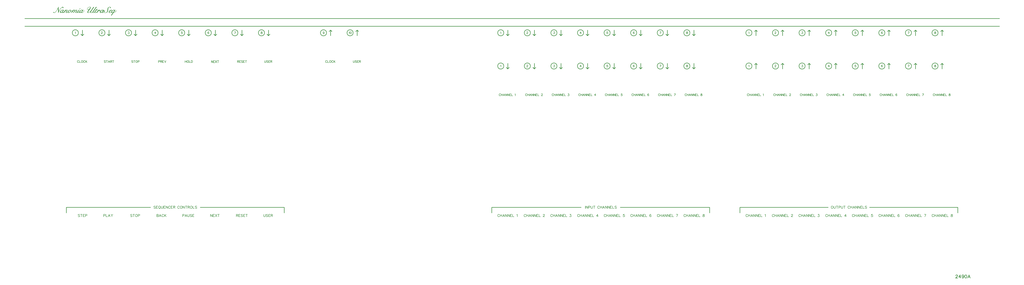
<source format=gto>
G04 Layer: TopSilkscreenLayer*
G04 EasyEDA v6.5.34, 2023-08-09 00:33:26*
G04 12fa73737f744ef48033c24246624f9a,5a6b42c53f6a479593ecc07194224c93,10*
G04 Gerber Generator version 0.2*
G04 Scale: 100 percent, Rotated: No, Reflected: No *
G04 Dimensions in millimeters *
G04 leading zeros omitted , absolute positions ,4 integer and 5 decimal *
%FSLAX45Y45*%
%MOMM*%

%ADD10C,0.2032*%
%ADD11C,0.1524*%
%ADD12C,0.2540*%

%LPD*%
G36*
X2987903Y12713157D02*
G01*
X2977388Y12712700D01*
X2970987Y12712039D01*
X2966008Y12711125D01*
X2962046Y12709956D01*
X2957271Y12707721D01*
X2952699Y12706350D01*
X2945028Y12704775D01*
X2940964Y12703505D01*
X2938068Y12701981D01*
X2935427Y12699492D01*
X2932734Y12697815D01*
X2929382Y12696494D01*
X2925216Y12694107D01*
X2921558Y12691313D01*
X2917342Y12688671D01*
X2913786Y12686944D01*
X2910484Y12684810D01*
X2908198Y12682778D01*
X2905201Y12680696D01*
X2902305Y12679070D01*
X2899664Y12676835D01*
X2898038Y12674650D01*
X2896158Y12672771D01*
X2894279Y12671501D01*
X2892145Y12669062D01*
X2890164Y12666014D01*
X2887675Y12663017D01*
X2885338Y12660934D01*
X2883001Y12658140D01*
X2881274Y12655346D01*
X2879039Y12652806D01*
X2876804Y12650927D01*
X2874111Y12647168D01*
X2871622Y12642342D01*
X2867964Y12636347D01*
X2866390Y12633350D01*
X2865018Y12628727D01*
X2863900Y12622885D01*
X2863037Y12616281D01*
X2862709Y12611760D01*
X2874772Y12611760D01*
X2875381Y12618212D01*
X2877007Y12624155D01*
X2879699Y12629235D01*
X2882442Y12633604D01*
X2886100Y12641072D01*
X2887116Y12642392D01*
X2889097Y12644069D01*
X2891536Y12646660D01*
X2893771Y12649758D01*
X2896565Y12653111D01*
X2899257Y12655854D01*
X2902204Y12659410D01*
X2904642Y12662814D01*
X2907284Y12665608D01*
X2913176Y12670129D01*
X2917190Y12673482D01*
X2922066Y12676682D01*
X2926283Y12678664D01*
X2929382Y12680696D01*
X2930906Y12682372D01*
X2934157Y12684506D01*
X2938424Y12686538D01*
X2942793Y12689128D01*
X2945841Y12691313D01*
X2949295Y12693142D01*
X2967329Y12697917D01*
X2971495Y12699288D01*
X2976930Y12700762D01*
X2981858Y12701016D01*
X2986836Y12700152D01*
X2992374Y12698069D01*
X2996285Y12695986D01*
X2998774Y12693802D01*
X3000248Y12690957D01*
X3001060Y12686995D01*
X3001162Y12680442D01*
X2999943Y12673076D01*
X2997860Y12666522D01*
X2995269Y12662204D01*
X2993034Y12659004D01*
X2988360Y12649504D01*
X2987243Y12647726D01*
X2985363Y12645542D01*
X2982925Y12641681D01*
X2980537Y12637058D01*
X2977997Y12632893D01*
X2975914Y12630454D01*
X2973730Y12627000D01*
X2971800Y12623241D01*
X2969209Y12619278D01*
X2966669Y12616180D01*
X2963824Y12612166D01*
X2962656Y12610185D01*
X2960166Y12607086D01*
X2956915Y12605664D01*
X2952546Y12605816D01*
X2946704Y12607493D01*
X2941828Y12609220D01*
X2935122Y12601956D01*
X2926130Y12593421D01*
X2920644Y12589865D01*
X2919018Y12588595D01*
X2911957Y12585293D01*
X2902254Y12583515D01*
X2892399Y12583515D01*
X2884932Y12585547D01*
X2881274Y12588646D01*
X2878378Y12593218D01*
X2876296Y12598857D01*
X2875076Y12605156D01*
X2874772Y12611760D01*
X2862709Y12611760D01*
X2862376Y12602260D01*
X2862681Y12595656D01*
X2863342Y12589814D01*
X2865475Y12585395D01*
X2869641Y12580213D01*
X2874416Y12575743D01*
X2878582Y12573457D01*
X2886354Y12572085D01*
X2893872Y12571323D01*
X2901035Y12571171D01*
X2907741Y12571577D01*
X2913837Y12572542D01*
X2919222Y12574066D01*
X2923844Y12576149D01*
X2929229Y12580010D01*
X2930956Y12581026D01*
X2932836Y12581788D01*
X2937002Y12582702D01*
X2938221Y12583210D01*
X2938830Y12584125D01*
X2939694Y12587986D01*
X2940761Y12589459D01*
X2942082Y12589865D01*
X2943606Y12589052D01*
X2944164Y12587274D01*
X2943758Y12584734D01*
X2942691Y12582550D01*
X2940659Y12581077D01*
X2938475Y12577673D01*
X2935681Y12572644D01*
X2932633Y12568123D01*
X2930398Y12565735D01*
X2928162Y12562789D01*
X2926334Y12559690D01*
X2923895Y12556286D01*
X2921457Y12553340D01*
X2918866Y12549378D01*
X2916783Y12545517D01*
X2914396Y12542367D01*
X2912313Y12540538D01*
X2909925Y12537287D01*
X2907842Y12533274D01*
X2905252Y12529058D01*
X2902813Y12525857D01*
X2900578Y12522047D01*
X2899105Y12518644D01*
X2897174Y12515392D01*
X2894228Y12511633D01*
X2891993Y12507874D01*
X2890164Y12504115D01*
X2889250Y12501168D01*
X2885643Y12497104D01*
X2884068Y12494463D01*
X2882544Y12490653D01*
X2876753Y12472822D01*
X2875584Y12468250D01*
X2875280Y12463221D01*
X2875788Y12457988D01*
X2877007Y12452807D01*
X2878886Y12447930D01*
X2881376Y12443663D01*
X2884322Y12440208D01*
X2887675Y12437821D01*
X2892755Y12436195D01*
X2900172Y12434671D01*
X2907690Y12433604D01*
X2912973Y12433452D01*
X2926537Y12435281D01*
X2936138Y12437110D01*
X2942234Y12439040D01*
X2946349Y12441834D01*
X2949397Y12443307D01*
X2953207Y12444730D01*
X2957220Y12446762D01*
X2960217Y12448946D01*
X2964484Y12451384D01*
X2968853Y12453416D01*
X2972968Y12456058D01*
X2975610Y12458496D01*
X2978810Y12460833D01*
X2981706Y12462459D01*
X2984042Y12464288D01*
X2985414Y12466015D01*
X2988360Y12468352D01*
X2991967Y12470638D01*
X2994863Y12472924D01*
X2996031Y12474397D01*
X2997098Y12475260D01*
X3000806Y12476480D01*
X3004820Y12478359D01*
X3006191Y12478054D01*
X3006699Y12475870D01*
X3006598Y12464084D01*
X3007207Y12457633D01*
X3008477Y12451994D01*
X3010408Y12447168D01*
X3012998Y12443053D01*
X3016351Y12439751D01*
X3020415Y12437110D01*
X3025292Y12435230D01*
X3030931Y12434011D01*
X3037382Y12433452D01*
X3044698Y12433554D01*
X3052876Y12434265D01*
X3061817Y12435433D01*
X3067710Y12436551D01*
X3071520Y12437821D01*
X3079546Y12442748D01*
X3083864Y12444984D01*
X3088335Y12447778D01*
X3091637Y12450368D01*
X3095040Y12452553D01*
X3097834Y12453924D01*
X3100730Y12456007D01*
X3104946Y12459512D01*
X3107690Y12459665D01*
X3110179Y12457531D01*
X3113430Y12451080D01*
X3115411Y12446254D01*
X3118307Y12440056D01*
X3120593Y12437414D01*
X3123844Y12435687D01*
X3128670Y12434366D01*
X3133242Y12433655D01*
X3138424Y12433452D01*
X3143910Y12433604D01*
X3149498Y12434214D01*
X3154781Y12435078D01*
X3159455Y12436297D01*
X3163316Y12437719D01*
X3171088Y12442748D01*
X3177184Y12446050D01*
X3181654Y12449098D01*
X3186328Y12452807D01*
X3192830Y12458598D01*
X3196386Y12461036D01*
X3199079Y12462306D01*
X3200450Y12463221D01*
X3204565Y12467539D01*
X3205784Y12467336D01*
X3206648Y12464846D01*
X3207308Y12459868D01*
X3209036Y12451740D01*
X3212338Y12444679D01*
X3216910Y12439192D01*
X3222447Y12435840D01*
X3226765Y12434874D01*
X3233115Y12434011D01*
X3239363Y12433503D01*
X3243529Y12433554D01*
X3260344Y12435535D01*
X3264712Y12436602D01*
X3268268Y12438227D01*
X3272586Y12441275D01*
X3276142Y12443104D01*
X3279952Y12444679D01*
X3281781Y12445746D01*
X3284677Y12448286D01*
X3286709Y12450368D01*
X3287674Y12451029D01*
X3292856Y12452654D01*
X3296158Y12453315D01*
X3297682Y12451994D01*
X3297326Y12449251D01*
X3292195Y12441326D01*
X3293618Y12438380D01*
X3299460Y12436602D01*
X3309975Y12435840D01*
X3319018Y12435840D01*
X3324301Y12436856D01*
X3327247Y12439599D01*
X3330346Y12446914D01*
X3332479Y12450876D01*
X3334512Y12453213D01*
X3336747Y12457023D01*
X3338779Y12461544D01*
X3341725Y12466370D01*
X3344722Y12469977D01*
X3347262Y12473584D01*
X3348634Y12476175D01*
X3350310Y12478207D01*
X3351987Y12479426D01*
X3353765Y12481306D01*
X3355390Y12483795D01*
X3359810Y12488672D01*
X3368040Y12496952D01*
X3401364Y12528753D01*
X3408934Y12535458D01*
X3413201Y12538557D01*
X3415792Y12539268D01*
X3418179Y12539522D01*
X3422091Y12540488D01*
X3423056Y12539827D01*
X3423818Y12537389D01*
X3424732Y12532360D01*
X3427222Y12523470D01*
X3431438Y12517272D01*
X3437788Y12513259D01*
X3446983Y12510871D01*
X3456940Y12509246D01*
X3460597Y12507569D01*
X3461969Y12504216D01*
X3461105Y12499492D01*
X3455060Y12488011D01*
X3453129Y12481153D01*
X3452114Y12473533D01*
X3452012Y12465659D01*
X3452366Y12462052D01*
X3483457Y12462052D01*
X3483660Y12470434D01*
X3485184Y12479324D01*
X3487775Y12486182D01*
X3489858Y12490399D01*
X3494074Y12500762D01*
X3495294Y12502692D01*
X3497732Y12505283D01*
X3499865Y12508230D01*
X3501440Y12511328D01*
X3504082Y12515392D01*
X3507028Y12519304D01*
X3509467Y12523165D01*
X3511143Y12526314D01*
X3512870Y12528550D01*
X3518154Y12533884D01*
X3530701Y12545669D01*
X3538575Y12552578D01*
X3543909Y12555880D01*
X3553764Y12560858D01*
X3555237Y12561773D01*
X3558641Y12563094D01*
X3563061Y12563297D01*
X3567226Y12562433D01*
X3569919Y12560655D01*
X3574237Y12555575D01*
X3576370Y12552476D01*
X3577183Y12548717D01*
X3576726Y12543790D01*
X3570325Y12522250D01*
X3568141Y12517831D01*
X3565906Y12514935D01*
X3563569Y12510871D01*
X3561537Y12506452D01*
X3558387Y12501524D01*
X3555136Y12497714D01*
X3553002Y12494869D01*
X3552444Y12493447D01*
X3550920Y12491516D01*
X3548583Y12489230D01*
X3545941Y12486182D01*
X3543808Y12483338D01*
X3541217Y12480950D01*
X3538829Y12479426D01*
X3536645Y12477343D01*
X3535070Y12475108D01*
X3532479Y12472568D01*
X3529584Y12470485D01*
X3527145Y12468148D01*
X3525774Y12466167D01*
X3524656Y12465151D01*
X3518204Y12461646D01*
X3515817Y12459665D01*
X3509010Y12455245D01*
X3499612Y12453061D01*
X3490518Y12453366D01*
X3484829Y12456464D01*
X3483457Y12462052D01*
X3452366Y12462052D01*
X3452774Y12457887D01*
X3454450Y12450724D01*
X3456940Y12444577D01*
X3460242Y12439904D01*
X3464255Y12437160D01*
X3469944Y12435230D01*
X3476650Y12434011D01*
X3483965Y12433503D01*
X3491331Y12433808D01*
X3498189Y12434874D01*
X3504082Y12436703D01*
X3508400Y12439345D01*
X3511905Y12441783D01*
X3520998Y12446558D01*
X3525621Y12449962D01*
X3530346Y12452756D01*
X3535324Y12453924D01*
X3539286Y12453416D01*
X3540861Y12451130D01*
X3541725Y12447981D01*
X3543655Y12443510D01*
X3545992Y12439294D01*
X3547872Y12436957D01*
X3551732Y12435382D01*
X3557015Y12434316D01*
X3563213Y12433808D01*
X3569817Y12433858D01*
X3576421Y12434417D01*
X3582517Y12435433D01*
X3587699Y12436957D01*
X3591407Y12438888D01*
X3602583Y12446050D01*
X3610203Y12452197D01*
X3615588Y12455753D01*
X3620617Y12460681D01*
X3624326Y12460884D01*
X3628999Y12458141D01*
X3637737Y12449556D01*
X3640277Y12447371D01*
X3642868Y12445695D01*
X3647948Y12443206D01*
X3651808Y12440970D01*
X3656076Y12437770D01*
X3660597Y12435840D01*
X3665829Y12434519D01*
X3672941Y12433808D01*
X3682542Y12431318D01*
X3690924Y12429439D01*
X3699814Y12428829D01*
X3708552Y12429490D01*
X3719525Y12432182D01*
X3728567Y12433808D01*
X3741928Y12435433D01*
X3748074Y12436652D01*
X3752494Y12438176D01*
X3756609Y12440767D01*
X3760419Y12442647D01*
X3765042Y12444526D01*
X3769868Y12447270D01*
X3776929Y12452502D01*
X3779570Y12454026D01*
X3781704Y12455804D01*
X3783126Y12457734D01*
X3786073Y12461087D01*
X3796792Y12471857D01*
X3799840Y12476480D01*
X3802278Y12481204D01*
X3804716Y12485014D01*
X3806545Y12487046D01*
X3808323Y12490297D01*
X3809898Y12494412D01*
X3815791Y12507214D01*
X3817213Y12511074D01*
X3818382Y12515342D01*
X3821684Y12531242D01*
X3823258Y12536119D01*
X3824274Y12540132D01*
X3825951Y12550343D01*
X3827221Y12563297D01*
X3828694Y12590780D01*
X3829558Y12600787D01*
X3830726Y12608966D01*
X3835247Y12629845D01*
X3837940Y12645085D01*
X3839311Y12651130D01*
X3840784Y12655042D01*
X3843629Y12659715D01*
X3845560Y12664084D01*
X3847236Y12668859D01*
X3848354Y12671196D01*
X3854907Y12680137D01*
X3855872Y12682270D01*
X3856837Y12683388D01*
X3862781Y12687604D01*
X3863848Y12688620D01*
X3864356Y12689484D01*
X3869436Y12693091D01*
X3879646Y12696596D01*
X3890518Y12698882D01*
X3897680Y12698628D01*
X3914241Y12692380D01*
X3915918Y12686842D01*
X3916934Y12681153D01*
X3917137Y12674346D01*
X3916527Y12667386D01*
X3914140Y12657683D01*
X3913987Y12655194D01*
X3914749Y12653314D01*
X3916578Y12651333D01*
X3919677Y12649606D01*
X3923690Y12649200D01*
X3928262Y12649911D01*
X3933037Y12651536D01*
X3937609Y12653924D01*
X3941572Y12656972D01*
X3944569Y12660426D01*
X3946194Y12664186D01*
X3947210Y12673431D01*
X3946398Y12682626D01*
X3943959Y12690652D01*
X3940048Y12696444D01*
X3936898Y12699695D01*
X3935171Y12702133D01*
X3932377Y12703759D01*
X3919524Y12709448D01*
X3915003Y12710972D01*
X3909314Y12712090D01*
X3902811Y12712801D01*
X3895902Y12713055D01*
X3888994Y12712852D01*
X3882491Y12712242D01*
X3876801Y12711176D01*
X3864203Y12706604D01*
X3858869Y12705029D01*
X3854399Y12703200D01*
X3845255Y12697256D01*
X3839870Y12693040D01*
X3833469Y12687046D01*
X3827779Y12681000D01*
X3823157Y12674244D01*
X3819855Y12670129D01*
X3817264Y12665303D01*
X3815130Y12659969D01*
X3812997Y12655651D01*
X3810508Y12652400D01*
X3809288Y12649962D01*
X3808272Y12646558D01*
X3806393Y12638074D01*
X3804412Y12631064D01*
X3801668Y12623444D01*
X3800449Y12617602D01*
X3799535Y12609169D01*
X3797046Y12575743D01*
X3795928Y12565938D01*
X3794709Y12558623D01*
X3793236Y12552578D01*
X3791864Y12545212D01*
X3788613Y12520015D01*
X3787698Y12515951D01*
X3786378Y12512852D01*
X3783329Y12507925D01*
X3780993Y12502134D01*
X3778046Y12492736D01*
X3776167Y12488722D01*
X3769258Y12478918D01*
X3762857Y12471908D01*
X3753053Y12462052D01*
X3749497Y12457938D01*
X3739489Y12451232D01*
X3735578Y12448946D01*
X3730091Y12446965D01*
X3722370Y12445034D01*
X3711701Y12443002D01*
X3705656Y12442190D01*
X3700221Y12441986D01*
X3694480Y12442494D01*
X3670249Y12446914D01*
X3667099Y12447879D01*
X3664712Y12449098D01*
X3661156Y12451842D01*
X3657142Y12454128D01*
X3652469Y12456363D01*
X3650437Y12457684D01*
X3648811Y12459055D01*
X3644087Y12464846D01*
X3641140Y12467945D01*
X3639565Y12470485D01*
X3638397Y12473025D01*
X3637991Y12475210D01*
X3638296Y12476073D01*
X3640328Y12478969D01*
X3658971Y12499898D01*
X3662476Y12504064D01*
X3666998Y12510770D01*
X3671112Y12514681D01*
X3674872Y12520625D01*
X3681222Y12528346D01*
X3683304Y12532766D01*
X3683558Y12536525D01*
X3681831Y12539218D01*
X3678732Y12540894D01*
X3676091Y12540792D01*
X3673601Y12538710D01*
X3669944Y12532614D01*
X3668826Y12531496D01*
X3667099Y12530937D01*
X3659276Y12530175D01*
X3654755Y12534646D01*
X3648252Y12538760D01*
X3640480Y12540335D01*
X3632860Y12539370D01*
X3626713Y12535814D01*
X3625189Y12534442D01*
X3622090Y12532563D01*
X3620871Y12532207D01*
X3619195Y12530937D01*
X3617772Y12527838D01*
X3616604Y12523165D01*
X3615740Y12517221D01*
X3615232Y12510414D01*
X3615080Y12503048D01*
X3615385Y12495377D01*
X3616096Y12487859D01*
X3616451Y12479274D01*
X3614674Y12472822D01*
X3610406Y12467742D01*
X3601872Y12462408D01*
X3599332Y12460173D01*
X3597757Y12457988D01*
X3596690Y12456972D01*
X3595420Y12456160D01*
X3592525Y12454940D01*
X3588816Y12452654D01*
X3581603Y12447473D01*
X3576574Y12445695D01*
X3572154Y12445695D01*
X3568700Y12447219D01*
X3566414Y12450165D01*
X3565601Y12454229D01*
X3566515Y12459258D01*
X3569411Y12465050D01*
X3572103Y12469723D01*
X3575659Y12477089D01*
X3580028Y12483033D01*
X3585210Y12492532D01*
X3587292Y12495123D01*
X3588156Y12495885D01*
X3590340Y12498882D01*
X3592525Y12502692D01*
X3595166Y12506553D01*
X3597554Y12509500D01*
X3600196Y12513360D01*
X3602431Y12517170D01*
X3604818Y12520422D01*
X3606901Y12522403D01*
X3609289Y12525756D01*
X3612540Y12531242D01*
X3613505Y12532106D01*
X3614369Y12532360D01*
X3616045Y12533630D01*
X3618128Y12536576D01*
X3619957Y12539980D01*
X3621024Y12543231D01*
X3622954Y12545568D01*
X3625748Y12548362D01*
X3627678Y12550902D01*
X3628288Y12552578D01*
X3632047Y12557404D01*
X3636619Y12564160D01*
X3636467Y12569342D01*
X3631692Y12572644D01*
X3622548Y12573812D01*
X3612540Y12573812D01*
X3604818Y12568682D01*
X3600450Y12564973D01*
X3596741Y12561011D01*
X3595268Y12560249D01*
X3593896Y12561011D01*
X3591001Y12564872D01*
X3587953Y12567615D01*
X3585006Y12569291D01*
X3581349Y12571984D01*
X3578301Y12573762D01*
X3573526Y12574981D01*
X3567480Y12575692D01*
X3560724Y12575844D01*
X3553815Y12575489D01*
X3547364Y12574625D01*
X3541776Y12573203D01*
X3537712Y12571323D01*
X3534054Y12569240D01*
X3526637Y12566446D01*
X3523284Y12564973D01*
X3520897Y12563602D01*
X3519627Y12561976D01*
X3516985Y12559893D01*
X3513023Y12557252D01*
X3509619Y12554458D01*
X3507841Y12552476D01*
X3505200Y12550495D01*
X3500678Y12547752D01*
X3496665Y12543739D01*
X3491179Y12540234D01*
X3482238Y12532614D01*
X3477412Y12528804D01*
X3473094Y12525959D01*
X3469182Y12524130D01*
X3465474Y12523114D01*
X3461918Y12522962D01*
X3458260Y12523571D01*
X3454450Y12524892D01*
X3450234Y12528550D01*
X3447897Y12534239D01*
X3447745Y12540488D01*
X3450742Y12546685D01*
X3455568Y12555474D01*
X3458667Y12560249D01*
X3464458Y12568224D01*
X3464255Y12572492D01*
X3459276Y12574879D01*
X3449421Y12575387D01*
X3438550Y12575082D01*
X3424275Y12563094D01*
X3419348Y12559690D01*
X3414674Y12556947D01*
X3410407Y12553848D01*
X3406901Y12550597D01*
X3404971Y12549784D01*
X3403295Y12550038D01*
X3402025Y12551410D01*
X3401669Y12553035D01*
X3402228Y12554915D01*
X3403600Y12556998D01*
X3405733Y12559131D01*
X3409086Y12564110D01*
X3407968Y12568885D01*
X3403041Y12572390D01*
X3395065Y12573812D01*
X3385972Y12573812D01*
X3377234Y12568123D01*
X3375101Y12566294D01*
X3373475Y12564364D01*
X3371037Y12560096D01*
X3368395Y12556185D01*
X3366008Y12553238D01*
X3363468Y12549276D01*
X3361486Y12545466D01*
X3359353Y12542469D01*
X3357524Y12540894D01*
X3355289Y12537998D01*
X3353155Y12534392D01*
X3350564Y12530683D01*
X3348177Y12527991D01*
X3345637Y12524028D01*
X3343503Y12519964D01*
X3341065Y12516612D01*
X3338982Y12514884D01*
X3336950Y12512649D01*
X3335324Y12510058D01*
X3332530Y12506706D01*
X3312414Y12486386D01*
X3301339Y12475921D01*
X3298240Y12473432D01*
X3292652Y12469926D01*
X3291332Y12468860D01*
X3289198Y12466624D01*
X3286048Y12464338D01*
X3281375Y12461595D01*
X3278124Y12458446D01*
X3274110Y12455855D01*
X3269030Y12453467D01*
X3264560Y12450927D01*
X3260496Y12448286D01*
X3256534Y12447066D01*
X3251504Y12446355D01*
X3245612Y12446101D01*
X3237280Y12447320D01*
X3232556Y12450826D01*
X3231489Y12456515D01*
X3234182Y12464237D01*
X3236671Y12469215D01*
X3238754Y12473990D01*
X3240684Y12477800D01*
X3241751Y12479426D01*
X3243732Y12481661D01*
X3246018Y12485319D01*
X3247948Y12489484D01*
X3250641Y12493701D01*
X3253181Y12496698D01*
X3255517Y12500102D01*
X3257092Y12503150D01*
X3259378Y12506604D01*
X3261867Y12509601D01*
X3264509Y12513564D01*
X3266490Y12517374D01*
X3268929Y12520828D01*
X3271113Y12523165D01*
X3273399Y12526365D01*
X3275177Y12529820D01*
X3277819Y12533782D01*
X3280511Y12537236D01*
X3283051Y12541148D01*
X3284778Y12544450D01*
X3286658Y12547295D01*
X3288487Y12549174D01*
X3292297Y12554356D01*
X3295650Y12558268D01*
X3300729Y12560452D01*
X3309467Y12561468D01*
X3323793Y12561722D01*
X3341776Y12561722D01*
X3346094Y12565888D01*
X3348990Y12569799D01*
X3347364Y12572187D01*
X3340709Y12573457D01*
X3321710Y12574066D01*
X3316478Y12574778D01*
X3312718Y12575997D01*
X3310432Y12577622D01*
X3309569Y12579807D01*
X3310178Y12582398D01*
X3312261Y12585395D01*
X3316782Y12589865D01*
X3318814Y12592608D01*
X3320592Y12595656D01*
X3324453Y12600533D01*
X3328924Y12607239D01*
X3328466Y12612725D01*
X3323386Y12616434D01*
X3314039Y12617805D01*
X3304286Y12617805D01*
X3295548Y12609423D01*
X3290976Y12603734D01*
X3288131Y12599009D01*
X3285540Y12595352D01*
X3283610Y12593472D01*
X3281679Y12590729D01*
X3280156Y12587528D01*
X3277920Y12584176D01*
X3270046Y12575844D01*
X3268268Y12574930D01*
X3265271Y12574422D01*
X3260191Y12574066D01*
X3252266Y12572898D01*
X3248253Y12570663D01*
X3248253Y12567513D01*
X3252368Y12563551D01*
X3254806Y12559842D01*
X3254908Y12554610D01*
X3252774Y12548717D01*
X3245408Y12538862D01*
X3243935Y12536017D01*
X3241649Y12533325D01*
X3239262Y12531344D01*
X3237077Y12528854D01*
X3235655Y12526264D01*
X3233216Y12522758D01*
X3230372Y12519253D01*
X3227476Y12514884D01*
X3225444Y12511074D01*
X3223107Y12507976D01*
X3221024Y12506248D01*
X3218992Y12504013D01*
X3217367Y12501422D01*
X3214573Y12498070D01*
X3191357Y12474702D01*
X3181604Y12466472D01*
X3177844Y12463830D01*
X3175152Y12462256D01*
X3172561Y12460173D01*
X3170732Y12458039D01*
X3168650Y12456363D01*
X3166516Y12455448D01*
X3154324Y12447879D01*
X3148736Y12446101D01*
X3144113Y12446101D01*
X3140659Y12447727D01*
X3138576Y12450775D01*
X3138119Y12454991D01*
X3139541Y12460274D01*
X3142996Y12466370D01*
X3145586Y12470485D01*
X3149396Y12478054D01*
X3154832Y12485471D01*
X3158591Y12492888D01*
X3159556Y12494209D01*
X3161588Y12496038D01*
X3162909Y12497663D01*
X3168345Y12506604D01*
X3172714Y12511989D01*
X3175762Y12517374D01*
X3178149Y12520828D01*
X3180384Y12523114D01*
X3182569Y12526213D01*
X3184296Y12529413D01*
X3186887Y12533172D01*
X3189630Y12536373D01*
X3192272Y12540183D01*
X3194050Y12543586D01*
X3196336Y12546787D01*
X3198520Y12549073D01*
X3200958Y12552273D01*
X3202990Y12555677D01*
X3205378Y12559131D01*
X3207613Y12561773D01*
X3210052Y12565532D01*
X3212084Y12569291D01*
X3214217Y12572187D01*
X3215995Y12573660D01*
X3218281Y12576556D01*
X3220466Y12580366D01*
X3223209Y12584328D01*
X3225698Y12587376D01*
X3228340Y12591389D01*
X3230372Y12595250D01*
X3232505Y12598146D01*
X3234182Y12599568D01*
X3236417Y12602413D01*
X3238550Y12606223D01*
X3241192Y12609982D01*
X3243580Y12612725D01*
X3246221Y12616789D01*
X3248406Y12620904D01*
X3250641Y12624003D01*
X3252368Y12625476D01*
X3254552Y12628321D01*
X3256788Y12632131D01*
X3259480Y12636093D01*
X3261969Y12639141D01*
X3264611Y12643154D01*
X3266694Y12647015D01*
X3268776Y12649962D01*
X3270503Y12651333D01*
X3272688Y12654229D01*
X3274923Y12658039D01*
X3281426Y12666929D01*
X3285744Y12674498D01*
X3288588Y12677190D01*
X3290824Y12680086D01*
X3293059Y12683896D01*
X3295802Y12687909D01*
X3300171Y12693243D01*
X3302000Y12696596D01*
X3302558Y12699441D01*
X3301847Y12701727D01*
X3299815Y12703556D01*
X3296462Y12704826D01*
X3291840Y12705588D01*
X3285896Y12705842D01*
X3275888Y12705537D01*
X3269640Y12704267D01*
X3265728Y12701422D01*
X3261614Y12694361D01*
X3258972Y12690398D01*
X3256686Y12687757D01*
X3254502Y12684506D01*
X3252927Y12681458D01*
X3250742Y12678206D01*
X3248406Y12675565D01*
X3245764Y12671602D01*
X3243580Y12667538D01*
X3241090Y12663830D01*
X3238906Y12661544D01*
X3236722Y12658394D01*
X3234944Y12655042D01*
X3232556Y12651384D01*
X3230067Y12648336D01*
X3227476Y12644374D01*
X3225444Y12640614D01*
X3223056Y12637109D01*
X3220821Y12634823D01*
X3218586Y12631623D01*
X3216808Y12628270D01*
X3214370Y12624612D01*
X3211880Y12621564D01*
X3209290Y12617551D01*
X3207258Y12613741D01*
X3205175Y12610642D01*
X3203346Y12609017D01*
X3201212Y12606070D01*
X3199130Y12602362D01*
X3196183Y12598044D01*
X3193237Y12594437D01*
X3190595Y12590526D01*
X3188919Y12587427D01*
X3187039Y12584684D01*
X3185109Y12582702D01*
X3182670Y12579248D01*
X3180334Y12575184D01*
X3177489Y12571171D01*
X3175050Y12568377D01*
X3172764Y12565176D01*
X3170224Y12560604D01*
X3165449Y12554610D01*
X3161792Y12548463D01*
X3159150Y12544552D01*
X3156813Y12541808D01*
X3154375Y12538252D01*
X3152495Y12534747D01*
X3150463Y12532106D01*
X3148685Y12530582D01*
X3146094Y12526772D01*
X3143504Y12521844D01*
X3140964Y12518034D01*
X3139186Y12516358D01*
X3136950Y12513310D01*
X3134817Y12509449D01*
X3132582Y12506401D01*
X3130804Y12504978D01*
X3128822Y12502642D01*
X3126943Y12499543D01*
X3124098Y12495784D01*
X3121101Y12492431D01*
X3115716Y12485420D01*
X3112770Y12482525D01*
X3110026Y12480645D01*
X3107588Y12478512D01*
X3105912Y12476530D01*
X3103067Y12474194D01*
X3099663Y12472009D01*
X3092094Y12466167D01*
X3088487Y12463780D01*
X3085642Y12462357D01*
X3082696Y12460071D01*
X3080308Y12457480D01*
X3077565Y12455601D01*
X3074873Y12454686D01*
X3071317Y12452858D01*
X3065526Y12448946D01*
X3062122Y12447473D01*
X3058007Y12446812D01*
X3051810Y12446609D01*
X3045561Y12446762D01*
X3040989Y12447320D01*
X3038246Y12448336D01*
X3037281Y12449708D01*
X3036722Y12451334D01*
X3035350Y12454077D01*
X3034080Y12457328D01*
X3033674Y12460732D01*
X3034080Y12464389D01*
X3037890Y12475972D01*
X3039516Y12481712D01*
X3040481Y12484201D01*
X3041599Y12486284D01*
X3043986Y12489383D01*
X3046425Y12493599D01*
X3049524Y12500152D01*
X3054350Y12506756D01*
X3059277Y12515646D01*
X3064510Y12522504D01*
X3067202Y12528092D01*
X3072434Y12534341D01*
X3077362Y12543231D01*
X3078581Y12544806D01*
X3080613Y12546634D01*
X3082899Y12549784D01*
X3084880Y12553492D01*
X3087116Y12556794D01*
X3089097Y12558979D01*
X3091840Y12562992D01*
X3094532Y12567716D01*
X3096920Y12571120D01*
X3098444Y12572390D01*
X3100527Y12575235D01*
X3102813Y12579146D01*
X3105251Y12582652D01*
X3107283Y12584836D01*
X3109925Y12588798D01*
X3112566Y12593421D01*
X3114903Y12596723D01*
X3116427Y12597993D01*
X3118561Y12600889D01*
X3120898Y12604953D01*
X3123387Y12608560D01*
X3125419Y12610744D01*
X3128060Y12614656D01*
X3130702Y12619278D01*
X3133547Y12623342D01*
X3135630Y12625578D01*
X3137458Y12628118D01*
X3138779Y12630658D01*
X3141065Y12633909D01*
X3143758Y12637160D01*
X3146806Y12641783D01*
X3149142Y12646304D01*
X3151276Y12649403D01*
X3152698Y12650571D01*
X3154730Y12653264D01*
X3156864Y12657023D01*
X3159252Y12660630D01*
X3162249Y12664440D01*
X3164484Y12668046D01*
X3166262Y12671552D01*
X3167227Y12674295D01*
X3170529Y12677190D01*
X3171799Y12678664D01*
X3176473Y12686792D01*
X3182213Y12694513D01*
X3183940Y12697764D01*
X3184347Y12700406D01*
X3183432Y12702540D01*
X3181197Y12704064D01*
X3177641Y12705130D01*
X3172714Y12705638D01*
X3166414Y12705689D01*
X3156915Y12705232D01*
X3151276Y12703962D01*
X3147822Y12701168D01*
X3143554Y12693497D01*
X3141167Y12689890D01*
X3139694Y12688620D01*
X3137712Y12685674D01*
X3135477Y12681508D01*
X3132785Y12677495D01*
X3130397Y12674650D01*
X3127756Y12670536D01*
X3125571Y12666268D01*
X3123336Y12662865D01*
X3121558Y12661138D01*
X3119120Y12657683D01*
X3116681Y12653264D01*
X3114040Y12649301D01*
X3112008Y12646812D01*
X3109671Y12643154D01*
X3107639Y12639141D01*
X3105404Y12635687D01*
X3103422Y12633553D01*
X3100730Y12629642D01*
X3098139Y12625019D01*
X3095447Y12621107D01*
X3093516Y12619024D01*
X3091484Y12616078D01*
X3089757Y12612725D01*
X3087370Y12609118D01*
X3084880Y12606020D01*
X3082036Y12601549D01*
X3079750Y12597130D01*
X3077565Y12593980D01*
X3076041Y12592761D01*
X3074111Y12590068D01*
X3072079Y12586208D01*
X3069234Y12581788D01*
X3066389Y12578232D01*
X3063646Y12574117D01*
X3061817Y12570663D01*
X3059887Y12567920D01*
X3057042Y12564973D01*
X3052064Y12557150D01*
X3045714Y12548819D01*
X3043682Y12544755D01*
X3038703Y12539065D01*
X3033318Y12531242D01*
X3030677Y12528753D01*
X3025546Y12522301D01*
X3017875Y12513716D01*
X3015640Y12510363D01*
X3013913Y12508738D01*
X3011627Y12507214D01*
X3008934Y12504572D01*
X3006852Y12501727D01*
X3005074Y12499848D01*
X3003702Y12499238D01*
X3000654Y12496800D01*
X2988106Y12485116D01*
X2983179Y12480798D01*
X2978454Y12477089D01*
X2973984Y12473940D01*
X2969006Y12471095D01*
X2965500Y12468758D01*
X2962910Y12466421D01*
X2959760Y12464338D01*
X2956864Y12462967D01*
X2953715Y12460732D01*
X2950768Y12458141D01*
X2948787Y12456922D01*
X2938627Y12452807D01*
X2936544Y12451689D01*
X2935122Y12450673D01*
X2928264Y12447524D01*
X2919679Y12446812D01*
X2912414Y12448438D01*
X2909316Y12452146D01*
X2908757Y12453620D01*
X2907436Y12455702D01*
X2906318Y12458598D01*
X2906014Y12462459D01*
X2906420Y12466015D01*
X2908249Y12469114D01*
X2910433Y12475514D01*
X2912008Y12481204D01*
X2913583Y12484658D01*
X2917240Y12489281D01*
X2919730Y12493294D01*
X2921508Y12497358D01*
X2923946Y12501422D01*
X2926435Y12504470D01*
X2928772Y12508179D01*
X2930448Y12511786D01*
X2933141Y12516053D01*
X2936087Y12519710D01*
X2938322Y12523266D01*
X2939338Y12525857D01*
X2941574Y12528956D01*
X2944418Y12531750D01*
X2946603Y12534392D01*
X2947619Y12536424D01*
X2953359Y12544298D01*
X2956458Y12548920D01*
X2958338Y12552375D01*
X2960522Y12555220D01*
X2962605Y12556896D01*
X2964586Y12559334D01*
X2966110Y12562179D01*
X2968548Y12565684D01*
X2971292Y12568885D01*
X2974136Y12573050D01*
X2976219Y12576962D01*
X2978658Y12580467D01*
X2980842Y12582753D01*
X2983179Y12585954D01*
X2985160Y12589256D01*
X2987344Y12592253D01*
X2989275Y12594336D01*
X2991967Y12598298D01*
X2994609Y12602921D01*
X2996895Y12606223D01*
X2998419Y12607493D01*
X3000654Y12610896D01*
X3003245Y12615773D01*
X3006140Y12620548D01*
X3008528Y12623749D01*
X3010814Y12627762D01*
X3013760Y12633756D01*
X3017418Y12638735D01*
X3019907Y12643459D01*
X3021838Y12648438D01*
X3024022Y12652806D01*
X3024987Y12654178D01*
X3026511Y12657074D01*
X3027832Y12661646D01*
X3028899Y12667335D01*
X3029610Y12673634D01*
X3029915Y12679984D01*
X3029864Y12685826D01*
X3029305Y12690602D01*
X3028289Y12693751D01*
X3025546Y12697510D01*
X3021990Y12701320D01*
X3018332Y12704419D01*
X3015183Y12706299D01*
X3011881Y12707874D01*
X3009036Y12709702D01*
X3004566Y12711582D01*
X2997250Y12712750D01*
G37*
G36*
X1555953Y12711988D02*
G01*
X1552905Y12711531D01*
X1548993Y12709042D01*
X1543050Y12704114D01*
X1541830Y12702895D01*
X1540662Y12701270D01*
X1538782Y12697206D01*
X1536903Y12692329D01*
X1532128Y12681610D01*
X1527556Y12669164D01*
X1526235Y12666726D01*
X1523593Y12663017D01*
X1522374Y12660833D01*
X1518716Y12650724D01*
X1515110Y12644526D01*
X1512773Y12639294D01*
X1510995Y12633706D01*
X1509979Y12631318D01*
X1508810Y12629337D01*
X1506118Y12626187D01*
X1504848Y12624155D01*
X1503730Y12621768D01*
X1501800Y12616332D01*
X1500682Y12613944D01*
X1499463Y12611963D01*
X1497025Y12608915D01*
X1495806Y12606934D01*
X1491792Y12596774D01*
X1490573Y12594793D01*
X1488033Y12591694D01*
X1485442Y12587020D01*
X1483258Y12581534D01*
X1480921Y12577470D01*
X1478788Y12575184D01*
X1476349Y12571171D01*
X1474114Y12566294D01*
X1471422Y12561824D01*
X1468983Y12559080D01*
X1467053Y12555829D01*
X1465783Y12552375D01*
X1463395Y12548260D01*
X1460449Y12544501D01*
X1457858Y12540234D01*
X1456334Y12536627D01*
X1454353Y12533376D01*
X1452270Y12531191D01*
X1450035Y12528245D01*
X1448104Y12525095D01*
X1445209Y12521184D01*
X1442110Y12517628D01*
X1439367Y12513716D01*
X1437640Y12510566D01*
X1435506Y12507874D01*
X1433322Y12506096D01*
X1431036Y12503251D01*
X1429308Y12500051D01*
X1427378Y12497460D01*
X1425600Y12495987D01*
X1423009Y12492888D01*
X1419656Y12488265D01*
X1412544Y12480747D01*
X1403604Y12472263D01*
X1395272Y12465253D01*
X1386332Y12458903D01*
X1384096Y12457023D01*
X1381353Y12455601D01*
X1378356Y12454686D01*
X1373632Y12452451D01*
X1366570Y12448641D01*
X1361795Y12447066D01*
X1357122Y12446304D01*
X1352753Y12446355D01*
X1348943Y12447117D01*
X1345895Y12448641D01*
X1343914Y12450876D01*
X1343202Y12453823D01*
X1342898Y12459106D01*
X1341932Y12463526D01*
X1340408Y12467031D01*
X1338173Y12469672D01*
X1335278Y12471450D01*
X1331722Y12472416D01*
X1327505Y12472517D01*
X1322527Y12471806D01*
X1318209Y12470130D01*
X1314805Y12467183D01*
X1312367Y12463322D01*
X1310944Y12458852D01*
X1310640Y12454026D01*
X1311452Y12449200D01*
X1313434Y12444628D01*
X1316634Y12440666D01*
X1319784Y12438532D01*
X1324000Y12436805D01*
X1329131Y12435433D01*
X1334922Y12434366D01*
X1341170Y12433706D01*
X1347622Y12433401D01*
X1354074Y12433503D01*
X1360220Y12433909D01*
X1365910Y12434773D01*
X1370888Y12435992D01*
X1374952Y12437567D01*
X1379118Y12440564D01*
X1383334Y12442748D01*
X1388465Y12444730D01*
X1390904Y12445949D01*
X1392986Y12447320D01*
X1396187Y12450165D01*
X1398879Y12452146D01*
X1401419Y12453366D01*
X1403705Y12455093D01*
X1417828Y12468199D01*
X1430375Y12480442D01*
X1432356Y12482880D01*
X1433220Y12485014D01*
X1434592Y12486741D01*
X1436776Y12488519D01*
X1439265Y12491415D01*
X1441399Y12494666D01*
X1444294Y12498476D01*
X1447292Y12501778D01*
X1450035Y12505486D01*
X1451965Y12508534D01*
X1454454Y12511684D01*
X1456893Y12514173D01*
X1459128Y12517069D01*
X1460550Y12519761D01*
X1462836Y12523063D01*
X1465376Y12526213D01*
X1467916Y12530480D01*
X1469694Y12534544D01*
X1472082Y12538608D01*
X1474571Y12541656D01*
X1476959Y12545568D01*
X1478686Y12549378D01*
X1480972Y12553035D01*
X1483207Y12555778D01*
X1485595Y12559792D01*
X1487525Y12564110D01*
X1490167Y12568529D01*
X1492758Y12571984D01*
X1495145Y12576505D01*
X1496771Y12581026D01*
X1498955Y12585446D01*
X1501902Y12589459D01*
X1503324Y12591948D01*
X1504492Y12594894D01*
X1506220Y12600279D01*
X1508252Y12603886D01*
X1510741Y12607086D01*
X1512011Y12609271D01*
X1513128Y12611912D01*
X1515872Y12619786D01*
X1516735Y12621361D01*
X1517396Y12622123D01*
X1521104Y12623850D01*
X1523288Y12625171D01*
X1524457Y12626594D01*
X1526235Y12630861D01*
X1526946Y12628372D01*
X1527708Y12619228D01*
X1529283Y12590932D01*
X1530553Y12573914D01*
X1531924Y12560960D01*
X1533652Y12550952D01*
X1535633Y12542164D01*
X1537309Y12530836D01*
X1538630Y12517069D01*
X1539494Y12501981D01*
X1539849Y12486741D01*
X1539646Y12472466D01*
X1538274Y12445238D01*
X1539798Y12437872D01*
X1543405Y12434519D01*
X1547571Y12435586D01*
X1550924Y12441529D01*
X1552448Y12445034D01*
X1556004Y12450622D01*
X1558594Y12456058D01*
X1560728Y12461798D01*
X1561896Y12464288D01*
X1563166Y12466421D01*
X1565757Y12469469D01*
X1566875Y12471298D01*
X1567840Y12473432D01*
X1570939Y12483084D01*
X1571904Y12485065D01*
X1573733Y12486589D01*
X1575104Y12488875D01*
X1576476Y12492177D01*
X1578559Y12498578D01*
X1579524Y12500914D01*
X1580642Y12502896D01*
X1583486Y12506756D01*
X1585061Y12509804D01*
X1586484Y12513564D01*
X1588058Y12518999D01*
X1589786Y12521742D01*
X1592122Y12524536D01*
X1594561Y12529058D01*
X1596491Y12533884D01*
X1598930Y12538303D01*
X1601266Y12541199D01*
X1603654Y12545568D01*
X1605584Y12550292D01*
X1608023Y12554661D01*
X1610309Y12557607D01*
X1612747Y12561976D01*
X1614728Y12566853D01*
X1615897Y12569190D01*
X1617218Y12571171D01*
X1619910Y12574168D01*
X1622196Y12577724D01*
X1623771Y12581229D01*
X1626209Y12585293D01*
X1628952Y12588798D01*
X1631391Y12592812D01*
X1632966Y12596266D01*
X1635150Y12599670D01*
X1637487Y12602362D01*
X1640078Y12606324D01*
X1642262Y12610388D01*
X1644802Y12614097D01*
X1646986Y12616383D01*
X1649323Y12619583D01*
X1651304Y12622885D01*
X1653438Y12625527D01*
X1655165Y12626898D01*
X1657146Y12629184D01*
X1658975Y12632131D01*
X1661922Y12635890D01*
X1668525Y12643053D01*
X1670862Y12645898D01*
X1673656Y12648793D01*
X1676146Y12651028D01*
X1678228Y12653619D01*
X1679549Y12655804D01*
X1681988Y12658140D01*
X1684883Y12660122D01*
X1687372Y12662357D01*
X1688846Y12664287D01*
X1691182Y12666218D01*
X1694078Y12667894D01*
X1706067Y12676581D01*
X1712925Y12681254D01*
X1713992Y12682169D01*
X1719630Y12684709D01*
X1728774Y12686233D01*
X1738274Y12686487D01*
X1745030Y12685166D01*
X1748282Y12680238D01*
X1748891Y12671958D01*
X1747062Y12662916D01*
X1742948Y12655804D01*
X1740255Y12652451D01*
X1738985Y12649555D01*
X1739239Y12647015D01*
X1740916Y12644729D01*
X1744370Y12643205D01*
X1748840Y12643408D01*
X1753463Y12645034D01*
X1758391Y12648895D01*
X1761134Y12650774D01*
X1764030Y12652400D01*
X1766620Y12654686D01*
X1770684Y12660325D01*
X1772056Y12661849D01*
X1775358Y12667234D01*
X1777390Y12674549D01*
X1777949Y12682829D01*
X1776882Y12691110D01*
X1775002Y12695428D01*
X1771751Y12699441D01*
X1767433Y12702895D01*
X1762302Y12705689D01*
X1756562Y12707772D01*
X1750568Y12708940D01*
X1744573Y12709093D01*
X1738782Y12708178D01*
X1732788Y12706756D01*
X1720799Y12704521D01*
X1717751Y12703657D01*
X1715516Y12702590D01*
X1711960Y12699898D01*
X1708251Y12697612D01*
X1703476Y12695275D01*
X1698243Y12690906D01*
X1693773Y12687960D01*
X1690573Y12685572D01*
X1685899Y12681559D01*
X1674368Y12670434D01*
X1663141Y12658801D01*
X1658975Y12654026D01*
X1652930Y12646050D01*
X1650949Y12644221D01*
X1648663Y12641224D01*
X1646682Y12637871D01*
X1644548Y12635179D01*
X1642719Y12633655D01*
X1640484Y12630759D01*
X1638300Y12627051D01*
X1635404Y12622987D01*
X1632661Y12619786D01*
X1630222Y12616281D01*
X1628597Y12613182D01*
X1626463Y12609982D01*
X1624126Y12607290D01*
X1621536Y12602972D01*
X1619402Y12598450D01*
X1617014Y12594640D01*
X1614881Y12592456D01*
X1613712Y12590830D01*
X1609344Y12581940D01*
X1607972Y12579705D01*
X1605432Y12576352D01*
X1603095Y12572136D01*
X1601571Y12568072D01*
X1599133Y12563805D01*
X1596491Y12560401D01*
X1594104Y12556236D01*
X1592580Y12552222D01*
X1590090Y12547752D01*
X1587398Y12543993D01*
X1585163Y12539878D01*
X1582572Y12532055D01*
X1581505Y12530328D01*
X1578559Y12526772D01*
X1576070Y12521946D01*
X1573631Y12515189D01*
X1572361Y12512903D01*
X1571294Y12512497D01*
X1570380Y12514072D01*
X1569567Y12517729D01*
X1568907Y12523520D01*
X1566976Y12555423D01*
X1566265Y12564211D01*
X1565300Y12570510D01*
X1562506Y12582398D01*
X1561388Y12588494D01*
X1560423Y12595301D01*
X1557782Y12619786D01*
X1556308Y12625374D01*
X1555089Y12632588D01*
X1554226Y12640970D01*
X1553667Y12649911D01*
X1553514Y12658750D01*
X1553718Y12666980D01*
X1554327Y12673939D01*
X1555343Y12679121D01*
X1557832Y12688112D01*
X1559356Y12695936D01*
X1559864Y12702336D01*
X1559458Y12707264D01*
X1558137Y12710515D01*
G37*
G36*
X2535936Y12643815D02*
G01*
X2531414Y12642697D01*
X2526436Y12639446D01*
X2522728Y12635992D01*
X2520340Y12632385D01*
X2519273Y12628727D01*
X2519476Y12625070D01*
X2521051Y12621463D01*
X2523896Y12618008D01*
X2528112Y12614808D01*
X2534005Y12611100D01*
X2538526Y12612370D01*
X2545689Y12615926D01*
X2549956Y12621412D01*
X2551074Y12628219D01*
X2548737Y12635738D01*
X2545334Y12640056D01*
X2540812Y12642850D01*
G37*
G36*
X1932736Y12575946D02*
G01*
X1925574Y12575743D01*
X1919173Y12574320D01*
X1908962Y12568580D01*
X1903171Y12565786D01*
X1900123Y12563652D01*
X1897684Y12562230D01*
X1895449Y12562433D01*
X1893366Y12564160D01*
X1891588Y12567412D01*
X1888896Y12570561D01*
X1884324Y12572390D01*
X1878533Y12573000D01*
X1872234Y12572542D01*
X1866087Y12571120D01*
X1860854Y12568834D01*
X1857248Y12565786D01*
X1855622Y12561316D01*
X1853996Y12558979D01*
X1851456Y12556032D01*
X1848459Y12552019D01*
X1846021Y12548209D01*
X1843328Y12544501D01*
X1841042Y12541910D01*
X1838960Y12538862D01*
X1837486Y12536017D01*
X1835251Y12533325D01*
X1832813Y12531293D01*
X1830070Y12527940D01*
X1827784Y12524079D01*
X1824989Y12520015D01*
X1822399Y12517018D01*
X1820265Y12513716D01*
X1818944Y12510922D01*
X1817979Y12509449D01*
X1812848Y12504521D01*
X1809191Y12499441D01*
X1804670Y12495936D01*
X1803146Y12494158D01*
X1801875Y12492278D01*
X1799082Y12489230D01*
X1784553Y12475159D01*
X1776069Y12467488D01*
X1770634Y12463373D01*
X1767738Y12461443D01*
X1766366Y12460274D01*
X1764233Y12457938D01*
X1761337Y12455804D01*
X1758340Y12454331D01*
X1754835Y12452096D01*
X1748078Y12447168D01*
X1743202Y12445441D01*
X1738985Y12445492D01*
X1735683Y12447168D01*
X1733499Y12450216D01*
X1732788Y12454382D01*
X1733702Y12459462D01*
X1736598Y12465202D01*
X1739188Y12469723D01*
X1742897Y12477191D01*
X1748078Y12484455D01*
X1752447Y12493142D01*
X1753463Y12494564D01*
X1755190Y12495987D01*
X1757375Y12498882D01*
X1759610Y12502692D01*
X1762455Y12506960D01*
X1766519Y12512395D01*
X1771091Y12519761D01*
X1773478Y12521946D01*
X1775358Y12524486D01*
X1777492Y12528042D01*
X1780438Y12532309D01*
X1783334Y12535814D01*
X1786077Y12539675D01*
X1788007Y12542875D01*
X1790649Y12546177D01*
X1793189Y12548666D01*
X1794814Y12550902D01*
X1795373Y12552527D01*
X1797557Y12555575D01*
X1799132Y12557404D01*
X1803654Y12564160D01*
X1803450Y12569342D01*
X1798675Y12572644D01*
X1789430Y12573812D01*
X1779625Y12573812D01*
X1771904Y12568682D01*
X1767484Y12564973D01*
X1763826Y12561011D01*
X1762353Y12560249D01*
X1760982Y12561011D01*
X1758035Y12564922D01*
X1754936Y12567666D01*
X1751939Y12569393D01*
X1749958Y12570815D01*
X1749704Y12571272D01*
X1746656Y12573609D01*
X1738934Y12575184D01*
X1728470Y12575743D01*
X1717192Y12575082D01*
X1712823Y12574473D01*
X1709674Y12573762D01*
X1707235Y12572796D01*
X1703222Y12570358D01*
X1699209Y12568428D01*
X1693976Y12566497D01*
X1690624Y12564922D01*
X1688084Y12563449D01*
X1686712Y12561925D01*
X1684121Y12559944D01*
X1680260Y12557455D01*
X1676857Y12554712D01*
X1675079Y12552629D01*
X1672691Y12550698D01*
X1669440Y12548819D01*
X1663547Y12543942D01*
X1653793Y12534696D01*
X1650746Y12531547D01*
X1648764Y12529058D01*
X1646428Y12525248D01*
X1644192Y12522250D01*
X1641957Y12519964D01*
X1639468Y12516612D01*
X1637283Y12512954D01*
X1634540Y12509246D01*
X1632000Y12506502D01*
X1629867Y12503200D01*
X1628546Y12500000D01*
X1622450Y12488926D01*
X1620570Y12483541D01*
X1619351Y12477699D01*
X1618843Y12471552D01*
X1618945Y12465354D01*
X1619326Y12462306D01*
X1650542Y12462306D01*
X1650796Y12471044D01*
X1652371Y12480036D01*
X1655064Y12486538D01*
X1657096Y12490450D01*
X1661160Y12500813D01*
X1662379Y12502743D01*
X1664868Y12505537D01*
X1667611Y12509652D01*
X1669999Y12514173D01*
X1672640Y12518136D01*
X1674774Y12520371D01*
X1676603Y12523165D01*
X1678127Y12526213D01*
X1679651Y12528296D01*
X1684477Y12533223D01*
X1697786Y12545517D01*
X1706676Y12553340D01*
X1709877Y12555423D01*
X1722475Y12561773D01*
X1726234Y12562992D01*
X1730552Y12563195D01*
X1734464Y12562382D01*
X1737004Y12560655D01*
X1741322Y12555423D01*
X1743405Y12552121D01*
X1744268Y12548260D01*
X1743811Y12543332D01*
X1741119Y12533833D01*
X1737106Y12521539D01*
X1735277Y12517628D01*
X1733753Y12515748D01*
X1731264Y12511684D01*
X1728470Y12506299D01*
X1724964Y12500914D01*
X1721916Y12497460D01*
X1720037Y12494869D01*
X1719529Y12493498D01*
X1718005Y12491516D01*
X1715668Y12489230D01*
X1713026Y12486182D01*
X1710893Y12483338D01*
X1708302Y12480950D01*
X1705914Y12479426D01*
X1703730Y12477343D01*
X1702155Y12475108D01*
X1699615Y12472619D01*
X1695450Y12469571D01*
X1692808Y12466472D01*
X1690014Y12464389D01*
X1686763Y12462611D01*
X1684020Y12460681D01*
X1680768Y12457379D01*
X1677009Y12455398D01*
X1672437Y12453975D01*
X1667408Y12453162D01*
X1662430Y12452908D01*
X1657857Y12453366D01*
X1654200Y12454534D01*
X1651863Y12456464D01*
X1650542Y12462306D01*
X1619326Y12462306D01*
X1619707Y12459258D01*
X1620977Y12453467D01*
X1622806Y12448082D01*
X1625142Y12443358D01*
X1627936Y12439497D01*
X1631238Y12436652D01*
X1634896Y12434976D01*
X1640128Y12434011D01*
X1646021Y12433604D01*
X1652320Y12433706D01*
X1658620Y12434265D01*
X1664563Y12435230D01*
X1669796Y12436551D01*
X1673961Y12438227D01*
X1677771Y12441021D01*
X1681124Y12443002D01*
X1685137Y12444933D01*
X1690217Y12448082D01*
X1695602Y12452299D01*
X1697685Y12453518D01*
X1699666Y12453924D01*
X1702511Y12453874D01*
X1705000Y12453518D01*
X1706727Y12452502D01*
X1708099Y12450318D01*
X1712112Y12440615D01*
X1714550Y12437364D01*
X1718513Y12435636D01*
X1725422Y12434316D01*
X1735277Y12433655D01*
X1745234Y12434417D01*
X1753920Y12436551D01*
X1759762Y12439650D01*
X1762302Y12441631D01*
X1770380Y12446101D01*
X1772157Y12446609D01*
X1773682Y12446000D01*
X1774698Y12444425D01*
X1775104Y12442088D01*
X1776577Y12438278D01*
X1780539Y12435890D01*
X1786178Y12434874D01*
X1792782Y12435078D01*
X1799539Y12436500D01*
X1805736Y12438938D01*
X1810613Y12442393D01*
X1813407Y12446762D01*
X1815084Y12450419D01*
X1820418Y12457684D01*
X1825599Y12466066D01*
X1827733Y12468352D01*
X1828647Y12469063D01*
X1830578Y12471603D01*
X1832254Y12474702D01*
X1834692Y12478004D01*
X1837182Y12480544D01*
X1839569Y12483541D01*
X1841195Y12486233D01*
X1843176Y12488722D01*
X1846580Y12492329D01*
X1852726Y12500457D01*
X1857552Y12505385D01*
X1861515Y12511024D01*
X1866188Y12514732D01*
X1870354Y12520168D01*
X1874062Y12522758D01*
X1879447Y12528651D01*
X1894789Y12542875D01*
X1898040Y12545517D01*
X1904492Y12549632D01*
X1907438Y12552324D01*
X1911604Y12554915D01*
X1916938Y12557607D01*
X1921814Y12560350D01*
X1923288Y12561417D01*
X1926336Y12562789D01*
X1930349Y12563500D01*
X1934057Y12563348D01*
X1936445Y12562332D01*
X1938274Y12557810D01*
X1938375Y12551714D01*
X1936953Y12545872D01*
X1934210Y12542113D01*
X1931924Y12539827D01*
X1926996Y12532664D01*
X1923288Y12529058D01*
X1917344Y12520930D01*
X1912772Y12515697D01*
X1908454Y12509042D01*
X1907336Y12507722D01*
X1905304Y12506096D01*
X1903323Y12503708D01*
X1901698Y12500965D01*
X1899259Y12497765D01*
X1896516Y12494869D01*
X1893519Y12490653D01*
X1891080Y12486436D01*
X1888896Y12483185D01*
X1885137Y12478664D01*
X1883156Y12473482D01*
X1882038Y12467234D01*
X1881886Y12460478D01*
X1882546Y12453772D01*
X1884121Y12447574D01*
X1886508Y12442393D01*
X1889709Y12438837D01*
X1894484Y12436652D01*
X1901393Y12435179D01*
X1909521Y12434366D01*
X1918004Y12434265D01*
X1926082Y12434773D01*
X1932889Y12435941D01*
X1937613Y12437668D01*
X1939798Y12440564D01*
X1942795Y12442393D01*
X1947418Y12444526D01*
X1951634Y12447117D01*
X1957527Y12451994D01*
X1961134Y12454483D01*
X1966671Y12459157D01*
X1970735Y12461595D01*
X1974799Y12460681D01*
X1978761Y12456464D01*
X1982419Y12449098D01*
X1984552Y12445339D01*
X1987804Y12441529D01*
X1991563Y12438227D01*
X1995220Y12436094D01*
X2000504Y12434671D01*
X2007463Y12433858D01*
X2015439Y12433554D01*
X2023821Y12433808D01*
X2032050Y12434570D01*
X2039467Y12435738D01*
X2045512Y12437364D01*
X2049576Y12439294D01*
X2053082Y12441428D01*
X2062988Y12446558D01*
X2068982Y12451181D01*
X2074773Y12454788D01*
X2078532Y12458344D01*
X2084374Y12462256D01*
X2088743Y12466015D01*
X2092960Y12470130D01*
X2096922Y12475108D01*
X2099056Y12477343D01*
X2100783Y12478613D01*
X2102967Y12481153D01*
X2105152Y12484252D01*
X2107590Y12487046D01*
X2109673Y12488824D01*
X2110892Y12490246D01*
X2115312Y12498171D01*
X2119884Y12505486D01*
X2122119Y12510668D01*
X2123846Y12515342D01*
X2125065Y12517526D01*
X2126335Y12517831D01*
X2129891Y12516104D01*
X2134870Y12514529D01*
X2148636Y12511684D01*
X2158949Y12510058D01*
X2161997Y12510465D01*
X2166975Y12511633D01*
X2171293Y12511074D01*
X2173274Y12507874D01*
X2172716Y12503708D01*
X2168601Y12499543D01*
X2166620Y12496800D01*
X2164486Y12493040D01*
X2161895Y12489281D01*
X2159457Y12486487D01*
X2156663Y12482068D01*
X2154224Y12477343D01*
X2152040Y12474041D01*
X2150516Y12472771D01*
X2148332Y12469723D01*
X2145944Y12465354D01*
X2143048Y12460986D01*
X2140610Y12457938D01*
X2138273Y12454026D01*
X2136597Y12450165D01*
X2134412Y12446406D01*
X2133295Y12444984D01*
X2130907Y12440920D01*
X2132380Y12438176D01*
X2138019Y12436551D01*
X2148128Y12435840D01*
X2157018Y12435840D01*
X2162200Y12436652D01*
X2165248Y12438888D01*
X2168601Y12445034D01*
X2171141Y12449048D01*
X2173478Y12451892D01*
X2175560Y12455194D01*
X2177948Y12459970D01*
X2183079Y12466777D01*
X2188311Y12475108D01*
X2193391Y12480848D01*
X2194052Y12481864D01*
X2194610Y12483490D01*
X2196439Y12486182D01*
X2202281Y12492939D01*
X2209800Y12502134D01*
X2212390Y12505639D01*
X2214219Y12508687D01*
X2216607Y12511328D01*
X2218893Y12512954D01*
X2221179Y12515138D01*
X2223008Y12517678D01*
X2226106Y12521234D01*
X2243785Y12538354D01*
X2249779Y12543739D01*
X2253183Y12546177D01*
X2255723Y12547498D01*
X2259126Y12549886D01*
X2262835Y12552832D01*
X2268016Y12555982D01*
X2272995Y12558369D01*
X2277008Y12560706D01*
X2278176Y12561620D01*
X2280716Y12562890D01*
X2284374Y12563500D01*
X2288032Y12563297D01*
X2290368Y12562281D01*
X2292096Y12557658D01*
X2292045Y12551308D01*
X2290419Y12545364D01*
X2287625Y12541758D01*
X2286711Y12541046D01*
X2285644Y12539726D01*
X2281123Y12531699D01*
X2275941Y12524740D01*
X2271522Y12517069D01*
X2266950Y12511532D01*
X2262530Y12503962D01*
X2257704Y12497714D01*
X2253284Y12490246D01*
X2250643Y12487554D01*
X2248052Y12483642D01*
X2245258Y12478461D01*
X2242769Y12474702D01*
X2241245Y12473381D01*
X2239010Y12470028D01*
X2236470Y12465354D01*
X2233625Y12460833D01*
X2231288Y12457836D01*
X2228900Y12453772D01*
X2227021Y12449505D01*
X2224735Y12445492D01*
X2223719Y12444120D01*
X2222093Y12441021D01*
X2223312Y12438634D01*
X2227376Y12436906D01*
X2234285Y12435789D01*
X2244547Y12435281D01*
X2251405Y12436297D01*
X2255824Y12439142D01*
X2258822Y12444171D01*
X2261006Y12448286D01*
X2265375Y12454331D01*
X2269388Y12462916D01*
X2274620Y12470028D01*
X2278126Y12475972D01*
X2282291Y12480493D01*
X2286609Y12486843D01*
X2293721Y12495885D01*
X2296414Y12500305D01*
X2298446Y12502438D01*
X2300732Y12504013D01*
X2303018Y12506452D01*
X2304643Y12509042D01*
X2306929Y12511532D01*
X2309317Y12513208D01*
X2311552Y12515342D01*
X2313279Y12517882D01*
X2317394Y12522352D01*
X2340762Y12544044D01*
X2344623Y12546685D01*
X2347772Y12548260D01*
X2351430Y12550546D01*
X2354884Y12553188D01*
X2359761Y12555931D01*
X2368346Y12559690D01*
X2371902Y12561722D01*
X2375306Y12562687D01*
X2378608Y12563094D01*
X2380691Y12562636D01*
X2382570Y12558725D01*
X2382520Y12552883D01*
X2380894Y12546990D01*
X2377948Y12543180D01*
X2376881Y12542316D01*
X2374747Y12539522D01*
X2372004Y12534849D01*
X2367788Y12530378D01*
X2362555Y12523419D01*
X2356408Y12516154D01*
X2352192Y12509906D01*
X2351227Y12508839D01*
X2349500Y12507518D01*
X2347315Y12504775D01*
X2344166Y12499746D01*
X2341168Y12496952D01*
X2338578Y12493142D01*
X2335987Y12488113D01*
X2333548Y12484150D01*
X2329942Y12479629D01*
X2328011Y12474397D01*
X2326894Y12468047D01*
X2326589Y12461087D01*
X2327046Y12454128D01*
X2328316Y12447727D01*
X2330348Y12442444D01*
X2333142Y12438888D01*
X2337511Y12436500D01*
X2343353Y12434874D01*
X2350160Y12434011D01*
X2357475Y12433858D01*
X2364740Y12434468D01*
X2371496Y12435738D01*
X2377287Y12437719D01*
X2381554Y12440361D01*
X2384602Y12442596D01*
X2391918Y12446863D01*
X2396236Y12450927D01*
X2401570Y12454077D01*
X2405481Y12457734D01*
X2406599Y12458496D01*
X2407666Y12458801D01*
X2408783Y12458700D01*
X2410206Y12458141D01*
X2411476Y12456668D01*
X2413304Y12453264D01*
X2416200Y12446914D01*
X2418486Y12442748D01*
X2421077Y12439345D01*
X2424176Y12436805D01*
X2427884Y12435027D01*
X2432253Y12433960D01*
X2437434Y12433604D01*
X2443530Y12433909D01*
X2450642Y12434824D01*
X2456891Y12435890D01*
X2461056Y12436957D01*
X2463850Y12438227D01*
X2467356Y12441072D01*
X2470962Y12443155D01*
X2474722Y12444628D01*
X2478836Y12447016D01*
X2485898Y12452096D01*
X2488895Y12453823D01*
X2492146Y12456566D01*
X2494889Y12459411D01*
X2497378Y12461341D01*
X2499207Y12461798D01*
X2501900Y12463272D01*
X2505608Y12466116D01*
X2506980Y12465964D01*
X2508123Y12462052D01*
X2539746Y12462052D01*
X2539949Y12470434D01*
X2541473Y12479324D01*
X2544114Y12486182D01*
X2546146Y12490348D01*
X2549194Y12498120D01*
X2551633Y12502540D01*
X2554071Y12505436D01*
X2556713Y12509398D01*
X2558897Y12513614D01*
X2561488Y12517628D01*
X2563774Y12520269D01*
X2565908Y12523317D01*
X2567686Y12526518D01*
X2572004Y12531445D01*
X2586075Y12544806D01*
X2595219Y12553188D01*
X2598115Y12555372D01*
X2600858Y12556337D01*
X2608935Y12560198D01*
X2612999Y12562382D01*
X2616047Y12563144D01*
X2620060Y12563043D01*
X2623870Y12562128D01*
X2626207Y12560604D01*
X2630525Y12555423D01*
X2632608Y12552121D01*
X2633522Y12548260D01*
X2633218Y12543739D01*
X2627020Y12523470D01*
X2624836Y12518390D01*
X2622804Y12515494D01*
X2620213Y12511074D01*
X2617571Y12505994D01*
X2614218Y12500914D01*
X2611170Y12497460D01*
X2609291Y12494869D01*
X2608783Y12493498D01*
X2607259Y12491516D01*
X2604922Y12489230D01*
X2602230Y12486182D01*
X2600147Y12483338D01*
X2597505Y12480950D01*
X2595168Y12479426D01*
X2592933Y12477343D01*
X2591358Y12475108D01*
X2588768Y12472568D01*
X2585872Y12470485D01*
X2583484Y12468148D01*
X2582113Y12466167D01*
X2579471Y12464186D01*
X2576169Y12462611D01*
X2573121Y12460630D01*
X2572105Y12459665D01*
X2565349Y12455245D01*
X2555900Y12453061D01*
X2546858Y12453366D01*
X2541117Y12456464D01*
X2539746Y12462052D01*
X2508123Y12462052D01*
X2510434Y12450216D01*
X2511755Y12446203D01*
X2513736Y12443053D01*
X2517038Y12439446D01*
X2520899Y12436906D01*
X2526487Y12435078D01*
X2533192Y12433960D01*
X2540457Y12433554D01*
X2547823Y12433909D01*
X2554681Y12434976D01*
X2560472Y12436805D01*
X2564739Y12439345D01*
X2568244Y12441783D01*
X2577287Y12446558D01*
X2581960Y12449962D01*
X2586685Y12452756D01*
X2591663Y12453924D01*
X2595626Y12453366D01*
X2597200Y12450978D01*
X2597912Y12448336D01*
X2599639Y12444272D01*
X2601722Y12440310D01*
X2603449Y12437770D01*
X2605328Y12436551D01*
X2608529Y12435484D01*
X2613304Y12434519D01*
X2619857Y12433554D01*
X2627325Y12433554D01*
X2636113Y12434874D01*
X2644089Y12437059D01*
X2648915Y12439599D01*
X2651506Y12441631D01*
X2658262Y12445492D01*
X2664053Y12450318D01*
X2674772Y12458547D01*
X2684627Y12467488D01*
X2695346Y12478105D01*
X2710484Y12494564D01*
X2718714Y12503962D01*
X2723388Y12510820D01*
X2727706Y12514884D01*
X2731211Y12520676D01*
X2736291Y12526975D01*
X2738577Y12530937D01*
X2740050Y12534646D01*
X2740253Y12537084D01*
X2737815Y12539878D01*
X2734310Y12540488D01*
X2730703Y12538964D01*
X2727807Y12535458D01*
X2725826Y12532360D01*
X2724708Y12531090D01*
X2722626Y12529312D01*
X2720035Y12525857D01*
X2717546Y12521641D01*
X2714853Y12518136D01*
X2712669Y12516307D01*
X2710484Y12513716D01*
X2708605Y12510668D01*
X2705709Y12506960D01*
X2689301Y12490094D01*
X2677515Y12478461D01*
X2674721Y12475311D01*
X2674010Y12474143D01*
X2671978Y12472517D01*
X2668879Y12470434D01*
X2666187Y12468301D01*
X2664612Y12466675D01*
X2661970Y12464592D01*
X2658770Y12462560D01*
X2655620Y12460020D01*
X2653436Y12457785D01*
X2650540Y12455753D01*
X2647543Y12454331D01*
X2644038Y12452096D01*
X2642565Y12450876D01*
X2637891Y12447930D01*
X2632354Y12446355D01*
X2627071Y12446254D01*
X2622956Y12447879D01*
X2621686Y12450572D01*
X2621838Y12454940D01*
X2623210Y12460071D01*
X2625699Y12465050D01*
X2628392Y12469672D01*
X2632151Y12477191D01*
X2636012Y12482322D01*
X2638552Y12486741D01*
X2641295Y12492786D01*
X2642311Y12494209D01*
X2644292Y12495936D01*
X2646680Y12498984D01*
X2648864Y12502743D01*
X2651556Y12506655D01*
X2654046Y12509703D01*
X2656687Y12513716D01*
X2658719Y12517577D01*
X2660853Y12520472D01*
X2662529Y12521844D01*
X2664663Y12524536D01*
X2666746Y12528092D01*
X2669692Y12532309D01*
X2672588Y12535814D01*
X2675331Y12539675D01*
X2677261Y12542875D01*
X2679903Y12546177D01*
X2682443Y12548666D01*
X2684068Y12550902D01*
X2684627Y12552527D01*
X2686812Y12555575D01*
X2688386Y12557404D01*
X2692958Y12564160D01*
X2692755Y12569342D01*
X2688031Y12572644D01*
X2678836Y12573812D01*
X2668879Y12573812D01*
X2661107Y12568682D01*
X2656738Y12564973D01*
X2653080Y12561011D01*
X2651607Y12560249D01*
X2650236Y12561011D01*
X2647340Y12564872D01*
X2644292Y12567615D01*
X2641346Y12569291D01*
X2637637Y12571984D01*
X2634640Y12573762D01*
X2629814Y12574981D01*
X2623769Y12575692D01*
X2617063Y12575844D01*
X2610154Y12575489D01*
X2603652Y12574625D01*
X2598115Y12573203D01*
X2594000Y12571323D01*
X2590393Y12569240D01*
X2582976Y12566446D01*
X2579624Y12564973D01*
X2577236Y12563551D01*
X2575966Y12561976D01*
X2573375Y12559944D01*
X2569464Y12557455D01*
X2566111Y12554712D01*
X2564282Y12552629D01*
X2561945Y12550698D01*
X2558694Y12548920D01*
X2556408Y12547193D01*
X2547924Y12539472D01*
X2540355Y12531953D01*
X2538120Y12529261D01*
X2535529Y12525349D01*
X2533548Y12522962D01*
X2531872Y12521387D01*
X2529281Y12517932D01*
X2526538Y12513513D01*
X2523794Y12509703D01*
X2521813Y12507620D01*
X2519629Y12504572D01*
X2517648Y12501168D01*
X2515514Y12498527D01*
X2513787Y12497206D01*
X2511755Y12494768D01*
X2510891Y12493294D01*
X2506929Y12488468D01*
X2499868Y12481356D01*
X2492502Y12474549D01*
X2486355Y12470028D01*
X2484069Y12467996D01*
X2482037Y12465710D01*
X2479344Y12463678D01*
X2475382Y12461544D01*
X2470607Y12457480D01*
X2462784Y12453061D01*
X2454402Y12447727D01*
X2449626Y12446406D01*
X2445512Y12446762D01*
X2442260Y12448438D01*
X2440178Y12451283D01*
X2439568Y12455042D01*
X2440686Y12459462D01*
X2445105Y12466015D01*
X2448001Y12470739D01*
X2450338Y12475311D01*
X2452471Y12478512D01*
X2454046Y12479782D01*
X2456434Y12483185D01*
X2459126Y12487910D01*
X2461869Y12491974D01*
X2463850Y12494107D01*
X2466035Y12497206D01*
X2468016Y12500711D01*
X2470404Y12503861D01*
X2472486Y12505791D01*
X2474620Y12508738D01*
X2476398Y12511989D01*
X2478989Y12515799D01*
X2481783Y12518999D01*
X2484526Y12522809D01*
X2486558Y12526213D01*
X2488844Y12529159D01*
X2490876Y12530988D01*
X2492756Y12533426D01*
X2494178Y12536068D01*
X2496515Y12539370D01*
X2499207Y12542469D01*
X2502103Y12546584D01*
X2504389Y12550444D01*
X2507284Y12554407D01*
X2511704Y12559385D01*
X2513380Y12562687D01*
X2513685Y12565735D01*
X2512720Y12568428D01*
X2510536Y12570663D01*
X2507183Y12572339D01*
X2502712Y12573406D01*
X2497175Y12573812D01*
X2487828Y12573812D01*
X2479192Y12565227D01*
X2474569Y12559436D01*
X2471826Y12554762D01*
X2469642Y12551714D01*
X2468168Y12550546D01*
X2466238Y12548108D01*
X2464206Y12544602D01*
X2461463Y12541046D01*
X2458872Y12538354D01*
X2456129Y12534696D01*
X2452624Y12529007D01*
X2447899Y12523165D01*
X2444445Y12517374D01*
X2440889Y12514122D01*
X2437993Y12510617D01*
X2435504Y12506807D01*
X2433574Y12504267D01*
X2432507Y12503556D01*
X2430475Y12501118D01*
X2427020Y12496241D01*
X2424176Y12492888D01*
X2409291Y12477953D01*
X2406192Y12474600D01*
X2400808Y12470892D01*
X2396439Y12466624D01*
X2388311Y12461189D01*
X2381097Y12455702D01*
X2379827Y12454940D01*
X2378100Y12454432D01*
X2375306Y12452604D01*
X2373680Y12451283D01*
X2368550Y12447879D01*
X2363368Y12446101D01*
X2358440Y12445796D01*
X2354275Y12446812D01*
X2351227Y12448895D01*
X2349703Y12451994D01*
X2350211Y12455804D01*
X2355494Y12463526D01*
X2360422Y12472212D01*
X2366111Y12479375D01*
X2369616Y12485065D01*
X2372664Y12487757D01*
X2374849Y12490246D01*
X2376576Y12493040D01*
X2378760Y12495885D01*
X2381046Y12498222D01*
X2383993Y12502184D01*
X2388260Y12508687D01*
X2392934Y12514275D01*
X2396845Y12520828D01*
X2400300Y12525044D01*
X2402789Y12529515D01*
X2407107Y12539726D01*
X2410002Y12545923D01*
X2411018Y12550089D01*
X2411120Y12554102D01*
X2410409Y12557963D01*
X2408936Y12561570D01*
X2406751Y12564821D01*
X2403805Y12567716D01*
X2400249Y12570256D01*
X2396032Y12572288D01*
X2391308Y12573812D01*
X2386025Y12574778D01*
X2380284Y12575082D01*
X2367127Y12575082D01*
X2358136Y12570104D01*
X2353310Y12567869D01*
X2350516Y12566904D01*
X2347569Y12565075D01*
X2344877Y12562636D01*
X2341422Y12560198D01*
X2337968Y12558268D01*
X2333447Y12555220D01*
X2326944Y12550444D01*
X2323947Y12549733D01*
X2321712Y12551460D01*
X2319578Y12555728D01*
X2317292Y12561163D01*
X2314854Y12565481D01*
X2312263Y12568834D01*
X2309215Y12571374D01*
X2305659Y12573152D01*
X2301392Y12574320D01*
X2296210Y12574930D01*
X2290064Y12575082D01*
X2281377Y12574981D01*
X2275890Y12574320D01*
X2271928Y12572898D01*
X2266797Y12569545D01*
X2263698Y12568174D01*
X2260396Y12567056D01*
X2256739Y12564973D01*
X2252319Y12561620D01*
X2250033Y12561366D01*
X2248357Y12563043D01*
X2246426Y12570612D01*
X2244598Y12572746D01*
X2240737Y12573609D01*
X2223719Y12573812D01*
X2215286Y12567818D01*
X2213203Y12565938D01*
X2211730Y12564059D01*
X2209647Y12560198D01*
X2207056Y12556286D01*
X2204364Y12552984D01*
X2202027Y12549225D01*
X2200554Y12545872D01*
X2199538Y12544348D01*
X2198268Y12543028D01*
X2195271Y12540792D01*
X2192578Y12538151D01*
X2190699Y12535763D01*
X2188057Y12533630D01*
X2185365Y12532207D01*
X2182571Y12530124D01*
X2181504Y12528956D01*
X2176322Y12525756D01*
X2167686Y12523368D01*
X2157933Y12522250D01*
X2149246Y12522860D01*
X2144877Y12523927D01*
X2142185Y12524994D01*
X2140559Y12526467D01*
X2138629Y12530175D01*
X2136749Y12533020D01*
X2133904Y12536576D01*
X2132380Y12539776D01*
X2131161Y12543790D01*
X2129942Y12551257D01*
X2129282Y12553391D01*
X2128266Y12555270D01*
X2125624Y12558572D01*
X2122271Y12563703D01*
X2120493Y12565786D01*
X2113432Y12570968D01*
X2110079Y12572796D01*
X2105456Y12574219D01*
X2100021Y12575184D01*
X2093925Y12575641D01*
X2087524Y12575641D01*
X2081174Y12575184D01*
X2075078Y12574219D01*
X2069541Y12572746D01*
X2060041Y12569393D01*
X2053285Y12566751D01*
X2048764Y12564567D01*
X2044598Y12561620D01*
X2040788Y12559487D01*
X2036876Y12557810D01*
X2032406Y12555118D01*
X2014321Y12539421D01*
X2006142Y12530988D01*
X2003298Y12527483D01*
X2001012Y12524282D01*
X1995119Y12517272D01*
X1992680Y12513614D01*
X1990242Y12508687D01*
X1986534Y12503861D01*
X1984095Y12499543D01*
X1982317Y12495072D01*
X1981352Y12493193D01*
X1980234Y12491720D01*
X1977796Y12489637D01*
X1975510Y12486792D01*
X1973732Y12483846D01*
X1972614Y12482372D01*
X1967839Y12478461D01*
X1964334Y12474092D01*
X1959457Y12470587D01*
X1954694Y12465812D01*
X2007107Y12465812D01*
X2008682Y12473787D01*
X2010918Y12480442D01*
X2012899Y12487148D01*
X2015134Y12493294D01*
X2016455Y12496038D01*
X2019198Y12500254D01*
X2021586Y12504724D01*
X2023160Y12508331D01*
X2025345Y12511633D01*
X2027682Y12514072D01*
X2030374Y12517678D01*
X2033828Y12523317D01*
X2037080Y12527483D01*
X2041347Y12532207D01*
X2049678Y12540691D01*
X2052066Y12543993D01*
X2058822Y12548666D01*
X2062988Y12551918D01*
X2067306Y12554915D01*
X2071624Y12557048D01*
X2075434Y12558623D01*
X2081530Y12561722D01*
X2084933Y12562636D01*
X2088743Y12563348D01*
X2094230Y12559233D01*
X2096668Y12557658D01*
X2099005Y12556439D01*
X2100173Y12553797D01*
X2100783Y12549936D01*
X2100884Y12545161D01*
X2100478Y12539980D01*
X2099513Y12534747D01*
X2098090Y12529870D01*
X2095093Y12523622D01*
X2092909Y12518034D01*
X2091385Y12512598D01*
X2090470Y12510160D01*
X2089404Y12508128D01*
X2086965Y12504928D01*
X2084273Y12500203D01*
X2081987Y12495276D01*
X2079701Y12491618D01*
X2078024Y12490196D01*
X2076246Y12487910D01*
X2073452Y12483338D01*
X2070049Y12479070D01*
X2060600Y12469114D01*
X2050389Y12459766D01*
X2045970Y12456312D01*
X2040839Y12453264D01*
X2038045Y12451232D01*
X2037334Y12450419D01*
X2033727Y12448184D01*
X2027224Y12446711D01*
X2020163Y12446304D01*
X2014880Y12447270D01*
X2010460Y12451384D01*
X2007768Y12457938D01*
X2007107Y12465812D01*
X1954694Y12465812D01*
X1952599Y12464135D01*
X1949551Y12462256D01*
X1946910Y12460173D01*
X1945233Y12458293D01*
X1942439Y12456414D01*
X1939036Y12454788D01*
X1934667Y12452248D01*
X1932635Y12450826D01*
X1927047Y12447778D01*
X1921256Y12446203D01*
X1915820Y12446050D01*
X1911096Y12447066D01*
X1907590Y12449149D01*
X1905762Y12452096D01*
X1906016Y12455702D01*
X1912010Y12464440D01*
X1913940Y12468148D01*
X1916684Y12472212D01*
X1919528Y12475514D01*
X1922170Y12479324D01*
X1923948Y12482576D01*
X1926082Y12485268D01*
X1928114Y12486894D01*
X1930196Y12489383D01*
X1931924Y12492177D01*
X1934159Y12495022D01*
X1937461Y12498527D01*
X1941626Y12504724D01*
X1947976Y12512802D01*
X1952243Y12520015D01*
X1955698Y12524232D01*
X1958187Y12528600D01*
X1962505Y12538659D01*
X1963521Y12540488D01*
X1965198Y12544704D01*
X1965756Y12549327D01*
X1965198Y12553848D01*
X1963470Y12557607D01*
X1961743Y12560350D01*
X1960676Y12562586D01*
X1957984Y12566802D01*
X1953260Y12570358D01*
X1947164Y12573152D01*
X1940102Y12575032D01*
G37*
G36*
X3970528Y12575794D02*
G01*
X3962654Y12575641D01*
X3953865Y12574574D01*
X3949344Y12573304D01*
X3947109Y12572339D01*
X3943350Y12570206D01*
X3938473Y12568072D01*
X3933393Y12566446D01*
X3930904Y12565329D01*
X3928567Y12563906D01*
X3924452Y12560604D01*
X3921556Y12558572D01*
X3918915Y12557201D01*
X3911904Y12551562D01*
X3903929Y12546177D01*
X3898239Y12541554D01*
X3893007Y12536678D01*
X3889552Y12532766D01*
X3886555Y12528804D01*
X3880865Y12522301D01*
X3879291Y12519710D01*
X3910025Y12519710D01*
X3913276Y12524181D01*
X3915308Y12526467D01*
X3922268Y12535204D01*
X3926941Y12539624D01*
X3930548Y12544552D01*
X3931462Y12545415D01*
X3933291Y12546380D01*
X3941419Y12552578D01*
X3947058Y12556185D01*
X3951884Y12558522D01*
X3955542Y12560554D01*
X3957828Y12562128D01*
X3959758Y12562179D01*
X3962044Y12561417D01*
X3964686Y12559944D01*
X3967175Y12557709D01*
X3968292Y12555321D01*
X3968089Y12552832D01*
X3966616Y12550190D01*
X3961790Y12543332D01*
X3959250Y12540996D01*
X3956608Y12539268D01*
X3954221Y12537236D01*
X3952544Y12535408D01*
X3949649Y12533376D01*
X3946245Y12531648D01*
X3943197Y12529515D01*
X3941064Y12527381D01*
X3939235Y12526314D01*
X3930040Y12523114D01*
X3924300Y12520574D01*
X3922420Y12519406D01*
X3916222Y12516510D01*
X3911549Y12516866D01*
X3910025Y12519710D01*
X3879291Y12519710D01*
X3877818Y12517272D01*
X3872941Y12512446D01*
X3865372Y12500711D01*
X3863797Y12497816D01*
X3862171Y12492786D01*
X3860292Y12485065D01*
X3856431Y12466370D01*
X3860596Y12451842D01*
X3862273Y12447371D01*
X3863746Y12444476D01*
X3866387Y12442444D01*
X3868978Y12440056D01*
X3871874Y12438024D01*
X3876040Y12436398D01*
X3881221Y12435179D01*
X3887165Y12434265D01*
X3893667Y12433706D01*
X3900424Y12433554D01*
X3907282Y12433706D01*
X3913886Y12434265D01*
X3920032Y12435179D01*
X3925468Y12436449D01*
X3929938Y12438075D01*
X3934714Y12441123D01*
X3938981Y12443155D01*
X3945737Y12445492D01*
X3961028Y12454026D01*
X3964533Y12456769D01*
X3968496Y12458954D01*
X3972458Y12457938D01*
X3976065Y12453975D01*
X3980840Y12442901D01*
X3983329Y12439396D01*
X3986682Y12436754D01*
X3991000Y12434925D01*
X3996486Y12433858D01*
X4003243Y12433554D01*
X4011422Y12433909D01*
X4030167Y12436043D01*
X4034942Y12436856D01*
X4036872Y12437668D01*
X4037634Y12440462D01*
X4038600Y12441732D01*
X4039819Y12442342D01*
X4040936Y12441986D01*
X4041394Y12440666D01*
X4041190Y12438786D01*
X4040479Y12437008D01*
X4038904Y12435687D01*
X4038244Y12434824D01*
X4037888Y12433554D01*
X4036466Y12430760D01*
X4033469Y12425883D01*
X4032504Y12423343D01*
X4031234Y12422022D01*
X4029252Y12420447D01*
X4026814Y12417348D01*
X4024528Y12413538D01*
X4021632Y12409424D01*
X4018838Y12406172D01*
X4016298Y12402515D01*
X4014571Y12399314D01*
X4012437Y12396419D01*
X4010406Y12394336D01*
X4008170Y12391390D01*
X4005072Y12386411D01*
X4000144Y12380214D01*
X3995470Y12372035D01*
X3994404Y12370663D01*
X3992626Y12369139D01*
X3990441Y12366244D01*
X3988308Y12362637D01*
X3985717Y12358928D01*
X3983329Y12356185D01*
X3980687Y12352172D01*
X3978503Y12347956D01*
X3976217Y12344755D01*
X3974439Y12343180D01*
X3972153Y12340132D01*
X3969867Y12336221D01*
X3967429Y12332766D01*
X3962755Y12327991D01*
X3960571Y12324537D01*
X3959860Y12321387D01*
X3960520Y12318644D01*
X3962552Y12316358D01*
X3965905Y12314631D01*
X3970578Y12313513D01*
X3976420Y12313158D01*
X3987495Y12313158D01*
X3995216Y12320930D01*
X3999026Y12325858D01*
X4001058Y12329464D01*
X4003446Y12333122D01*
X4005986Y12336170D01*
X4008780Y12340640D01*
X4011066Y12345060D01*
X4013200Y12348159D01*
X4014724Y12349429D01*
X4017010Y12352629D01*
X4022293Y12361367D01*
X4024477Y12364110D01*
X4026763Y12367818D01*
X4028694Y12371527D01*
X4031081Y12374981D01*
X4033367Y12377369D01*
X4036009Y12381026D01*
X4038346Y12385040D01*
X4040784Y12388494D01*
X4042714Y12390526D01*
X4044848Y12393777D01*
X4046829Y12397435D01*
X4049217Y12400889D01*
X4052722Y12404852D01*
X4057040Y12412370D01*
X4061714Y12418314D01*
X4065727Y12424968D01*
X4068572Y12428423D01*
X4074160Y12434011D01*
X4076852Y12435332D01*
X4080103Y12436348D01*
X4084523Y12438430D01*
X4089247Y12441174D01*
X4091990Y12442291D01*
X4095242Y12443206D01*
X4105148Y12445034D01*
X4109161Y12446101D01*
X4112006Y12447371D01*
X4115765Y12449962D01*
X4118457Y12451435D01*
X4122674Y12452756D01*
X4125722Y12454128D01*
X4128363Y12455753D01*
X4130954Y12458090D01*
X4134713Y12460325D01*
X4141724Y12463780D01*
X4147108Y12467793D01*
X4153662Y12471603D01*
X4157014Y12474143D01*
X4174032Y12489535D01*
X4182414Y12497511D01*
X4188561Y12503810D01*
X4191508Y12507417D01*
X4193387Y12510058D01*
X4196537Y12512802D01*
X4198772Y12515545D01*
X4200652Y12518644D01*
X4202988Y12521590D01*
X4207103Y12526010D01*
X4209440Y12530531D01*
X4210558Y12534798D01*
X4209999Y12537440D01*
X4206494Y12539726D01*
X4203344Y12540183D01*
X4200550Y12538811D01*
X4194657Y12530785D01*
X4191660Y12527432D01*
X4188714Y12523470D01*
X4186783Y12520117D01*
X4184548Y12517475D01*
X4182516Y12516002D01*
X4180179Y12513564D01*
X4178147Y12510668D01*
X4175556Y12507976D01*
X4173169Y12506299D01*
X4170730Y12503962D01*
X4168901Y12501524D01*
X4166666Y12499492D01*
X4164634Y12498222D01*
X4162196Y12495885D01*
X4160012Y12492990D01*
X4157370Y12490450D01*
X4154982Y12488976D01*
X4152493Y12486894D01*
X4150360Y12484557D01*
X4146600Y12481814D01*
X4142282Y12479528D01*
X4138320Y12476937D01*
X4135831Y12474803D01*
X4132275Y12472619D01*
X4128617Y12470892D01*
X4125315Y12468656D01*
X4123182Y12466472D01*
X4121708Y12465405D01*
X4119879Y12464491D01*
X4113479Y12462256D01*
X4109821Y12460681D01*
X4107078Y12459157D01*
X4105351Y12457785D01*
X4102506Y12456312D01*
X4098188Y12455601D01*
X4093870Y12455702D01*
X4090924Y12456769D01*
X4090670Y12458903D01*
X4091787Y12462357D01*
X4093768Y12466066D01*
X4097121Y12469876D01*
X4099051Y12472619D01*
X4100728Y12475768D01*
X4103471Y12479832D01*
X4106519Y12483592D01*
X4109059Y12487605D01*
X4110482Y12490704D01*
X4112463Y12493701D01*
X4114749Y12495987D01*
X4117390Y12499594D01*
X4120845Y12505283D01*
X4124045Y12509246D01*
X4126484Y12513056D01*
X4128770Y12517323D01*
X4130954Y12520523D01*
X4132681Y12521996D01*
X4134916Y12525197D01*
X4137355Y12529515D01*
X4140250Y12533934D01*
X4142841Y12537033D01*
X4145229Y12540589D01*
X4146854Y12543739D01*
X4148785Y12546533D01*
X4150766Y12548616D01*
X4153458Y12552578D01*
X4156049Y12557252D01*
X4158183Y12560604D01*
X4161485Y12564872D01*
X4159758Y12568783D01*
X4154627Y12572034D01*
X4147007Y12573609D01*
X4138371Y12573965D01*
X4130395Y12568834D01*
X4126128Y12565329D01*
X4122877Y12561824D01*
X4121607Y12561011D01*
X4120540Y12561570D01*
X4119372Y12563348D01*
X4117492Y12565634D01*
X4114190Y12568529D01*
X4110075Y12571476D01*
X4105859Y12574016D01*
X4102709Y12575082D01*
X4098391Y12575641D01*
X4093311Y12575743D01*
X4087672Y12575438D01*
X4081830Y12574727D01*
X4076192Y12573660D01*
X4070959Y12572238D01*
X4058818Y12567310D01*
X4054652Y12565837D01*
X4051300Y12564110D01*
X4049166Y12562382D01*
X4045356Y12560198D01*
X4040784Y12557963D01*
X4036415Y12555220D01*
X4033672Y12552781D01*
X4030776Y12550597D01*
X4028186Y12549124D01*
X4025036Y12546888D01*
X4016044Y12538608D01*
X4003801Y12526721D01*
X3995115Y12517424D01*
X3992067Y12513716D01*
X3989832Y12510516D01*
X3987393Y12506045D01*
X3984955Y12502286D01*
X3982618Y12499289D01*
X3980179Y12494666D01*
X3978097Y12489434D01*
X3976878Y12486944D01*
X3975455Y12484709D01*
X3972661Y12481356D01*
X3970324Y12478156D01*
X3968800Y12475464D01*
X3967683Y12474346D01*
X3966108Y12473432D01*
X3961841Y12471806D01*
X3957929Y12469571D01*
X3954983Y12467183D01*
X3950665Y12464440D01*
X3946194Y12462205D01*
X3943763Y12460732D01*
X4007205Y12460732D01*
X4007358Y12466116D01*
X4008120Y12472314D01*
X4009440Y12479375D01*
X4010863Y12484049D01*
X4012590Y12487656D01*
X4016959Y12495225D01*
X4018483Y12498527D01*
X4019346Y12501372D01*
X4021074Y12503404D01*
X4023766Y12505690D01*
X4026458Y12508992D01*
X4028287Y12512395D01*
X4030675Y12516104D01*
X4033164Y12519050D01*
X4035551Y12522657D01*
X4037329Y12525857D01*
X4039717Y12528804D01*
X4042054Y12530734D01*
X4044289Y12533172D01*
X4046169Y12535916D01*
X4050385Y12540437D01*
X4064457Y12553086D01*
X4068826Y12555626D01*
X4073194Y12557404D01*
X4084116Y12562636D01*
X4086656Y12563043D01*
X4091279Y12562586D01*
X4096867Y12560503D01*
X4100474Y12555016D01*
X4101693Y12546990D01*
X4100220Y12537389D01*
X4097070Y12526264D01*
X4095546Y12522962D01*
X4090619Y12515697D01*
X4087266Y12508890D01*
X4081983Y12502134D01*
X4076293Y12494107D01*
X4071975Y12489484D01*
X4068267Y12483642D01*
X4063644Y12480036D01*
X4059377Y12474854D01*
X4053636Y12469672D01*
X4050639Y12465862D01*
X4044289Y12461494D01*
X4040022Y12457176D01*
X4035806Y12455093D01*
X4025849Y12449251D01*
X4021632Y12447524D01*
X4017975Y12446711D01*
X4014774Y12446812D01*
X4012184Y12447828D01*
X4010101Y12449708D01*
X4008577Y12452502D01*
X4007612Y12456160D01*
X4007205Y12460732D01*
X3943763Y12460732D01*
X3940708Y12458242D01*
X3936237Y12455906D01*
X3930294Y12453569D01*
X3924604Y12450927D01*
X3920490Y12448540D01*
X3918204Y12447778D01*
X3915105Y12447320D01*
X3910482Y12447066D01*
X3904894Y12447066D01*
X3900424Y12447574D01*
X3896918Y12448743D01*
X3894378Y12450775D01*
X3892600Y12453670D01*
X3891432Y12457684D01*
X3890873Y12462865D01*
X3890772Y12469368D01*
X3891076Y12476886D01*
X3891991Y12483388D01*
X3893515Y12488926D01*
X3895648Y12493498D01*
X3898442Y12497155D01*
X3901998Y12500051D01*
X3906265Y12502134D01*
X3911295Y12503505D01*
X3925265Y12506401D01*
X3928567Y12507569D01*
X3933291Y12510211D01*
X3938778Y12512243D01*
X3944620Y12513767D01*
X3950512Y12516002D01*
X3955135Y12518593D01*
X3959910Y12520828D01*
X3963873Y12522352D01*
X3967987Y12524587D01*
X3975201Y12529566D01*
X3976878Y12530480D01*
X3984548Y12535814D01*
X3991051Y12542977D01*
X3995267Y12550597D01*
X3996232Y12557302D01*
X3994607Y12562586D01*
X3991914Y12567005D01*
X3988104Y12570561D01*
X3983278Y12573203D01*
X3977386Y12574930D01*
G37*
D10*
X3509772Y11546331D02*
G01*
X3509772Y11550904D01*
X3514343Y11559794D01*
X3518915Y11564365D01*
X3527806Y11568937D01*
X3546093Y11568937D01*
X3555238Y11564365D01*
X3559809Y11559794D01*
X3564381Y11550904D01*
X3564381Y11541760D01*
X3559809Y11532615D01*
X3550665Y11518900D01*
X3505200Y11473434D01*
X3568954Y11473434D01*
X2311400Y11550904D02*
G01*
X2320543Y11555476D01*
X2334006Y11568937D01*
X2334006Y11473434D01*
X4746243Y11568937D02*
G01*
X4796281Y11568937D01*
X4768850Y11532615D01*
X4782565Y11532615D01*
X4791709Y11528044D01*
X4796281Y11523471D01*
X4800854Y11510010D01*
X4800854Y11500865D01*
X4796281Y11487150D01*
X4787138Y11478005D01*
X4773422Y11473434D01*
X4759706Y11473434D01*
X4746243Y11478005D01*
X4741672Y11482578D01*
X4737100Y11491721D01*
X6001765Y11568937D02*
G01*
X5956300Y11505437D01*
X6024372Y11505437D01*
X6001765Y11568937D02*
G01*
X6001765Y11473434D01*
X7230109Y11568937D02*
G01*
X7184643Y11568937D01*
X7180072Y11528044D01*
X7184643Y11532615D01*
X7198106Y11537187D01*
X7211822Y11537187D01*
X7225538Y11532615D01*
X7234681Y11523471D01*
X7239254Y11510010D01*
X7239254Y11500865D01*
X7234681Y11487150D01*
X7225538Y11478005D01*
X7211822Y11473434D01*
X7198106Y11473434D01*
X7184643Y11478005D01*
X7180072Y11482578D01*
X7175500Y11491721D01*
X8449309Y11555476D02*
G01*
X8444738Y11564365D01*
X8431022Y11568937D01*
X8421877Y11568937D01*
X8408415Y11564365D01*
X8399272Y11550904D01*
X8394700Y11528044D01*
X8394700Y11505437D01*
X8399272Y11487150D01*
X8408415Y11478005D01*
X8421877Y11473434D01*
X8426450Y11473434D01*
X8440165Y11478005D01*
X8449309Y11487150D01*
X8453881Y11500865D01*
X8453881Y11505437D01*
X8449309Y11518900D01*
X8440165Y11528044D01*
X8426450Y11532615D01*
X8421877Y11532615D01*
X8408415Y11528044D01*
X8399272Y11518900D01*
X8394700Y11505437D01*
X9677654Y11568937D02*
G01*
X9632188Y11473434D01*
X9613900Y11568937D02*
G01*
X9677654Y11568937D01*
X10855706Y11568937D02*
G01*
X10842243Y11564365D01*
X10837672Y11555476D01*
X10837672Y11546331D01*
X10842243Y11537187D01*
X10851388Y11532615D01*
X10869422Y11528044D01*
X10883138Y11523471D01*
X10892281Y11514581D01*
X10896854Y11505437D01*
X10896854Y11491721D01*
X10892281Y11482578D01*
X10887709Y11478005D01*
X10873993Y11473434D01*
X10855706Y11473434D01*
X10842243Y11478005D01*
X10837672Y11482578D01*
X10833100Y11491721D01*
X10833100Y11505437D01*
X10837672Y11514581D01*
X10846815Y11523471D01*
X10860277Y11528044D01*
X10878565Y11532615D01*
X10887709Y11537187D01*
X10892281Y11546331D01*
X10892281Y11555476D01*
X10887709Y11564365D01*
X10873993Y11568937D01*
X10855706Y11568937D01*
X13737081Y11537187D02*
G01*
X13732509Y11523471D01*
X13723366Y11514581D01*
X13709650Y11510010D01*
X13705077Y11510010D01*
X13691616Y11514581D01*
X13682472Y11523471D01*
X13677900Y11537187D01*
X13677900Y11541760D01*
X13682472Y11555476D01*
X13691616Y11564365D01*
X13705077Y11568937D01*
X13709650Y11568937D01*
X13723366Y11564365D01*
X13732509Y11555476D01*
X13737081Y11537187D01*
X13737081Y11514581D01*
X13732509Y11491721D01*
X13723366Y11478005D01*
X13709650Y11473434D01*
X13700506Y11473434D01*
X13687043Y11478005D01*
X13682472Y11487150D01*
D11*
X2481072Y10225531D02*
G01*
X2476754Y10234676D01*
X2467609Y10243565D01*
X2458465Y10248137D01*
X2440177Y10248137D01*
X2431288Y10243565D01*
X2422143Y10234676D01*
X2417572Y10225531D01*
X2413000Y10211815D01*
X2413000Y10189210D01*
X2417572Y10175494D01*
X2422143Y10166350D01*
X2431288Y10157205D01*
X2440177Y10152634D01*
X2458465Y10152634D01*
X2467609Y10157205D01*
X2476754Y10166350D01*
X2481072Y10175494D01*
X2511297Y10248137D02*
G01*
X2511297Y10152634D01*
X2511297Y10152634D02*
G01*
X2565654Y10152634D01*
X2623058Y10248137D02*
G01*
X2613913Y10243565D01*
X2604770Y10234676D01*
X2600197Y10225531D01*
X2595625Y10211815D01*
X2595625Y10189210D01*
X2600197Y10175494D01*
X2604770Y10166350D01*
X2613913Y10157205D01*
X2623058Y10152634D01*
X2641091Y10152634D01*
X2650236Y10157205D01*
X2659379Y10166350D01*
X2663952Y10175494D01*
X2668524Y10189210D01*
X2668524Y10211815D01*
X2663952Y10225531D01*
X2659379Y10234676D01*
X2650236Y10243565D01*
X2641091Y10248137D01*
X2623058Y10248137D01*
X2766568Y10225531D02*
G01*
X2761995Y10234676D01*
X2753106Y10243565D01*
X2743961Y10248137D01*
X2725674Y10248137D01*
X2716529Y10243565D01*
X2707640Y10234676D01*
X2703068Y10225531D01*
X2698495Y10211815D01*
X2698495Y10189210D01*
X2703068Y10175494D01*
X2707640Y10166350D01*
X2716529Y10157205D01*
X2725674Y10152634D01*
X2743961Y10152634D01*
X2753106Y10157205D01*
X2761995Y10166350D01*
X2766568Y10175494D01*
X2796540Y10248137D02*
G01*
X2796540Y10152634D01*
X2860293Y10248137D02*
G01*
X2796540Y10184637D01*
X2819400Y10207244D02*
G01*
X2860293Y10152634D01*
X3708654Y10234676D02*
G01*
X3699509Y10243565D01*
X3685793Y10248137D01*
X3667506Y10248137D01*
X3654043Y10243565D01*
X3644900Y10234676D01*
X3644900Y10225531D01*
X3649472Y10216387D01*
X3654043Y10211815D01*
X3663188Y10207244D01*
X3690365Y10198100D01*
X3699509Y10193781D01*
X3704081Y10189210D01*
X3708654Y10180065D01*
X3708654Y10166350D01*
X3699509Y10157205D01*
X3685793Y10152634D01*
X3667506Y10152634D01*
X3654043Y10157205D01*
X3644900Y10166350D01*
X3770375Y10248137D02*
G01*
X3770375Y10152634D01*
X3738625Y10248137D02*
G01*
X3802125Y10248137D01*
X3868420Y10248137D02*
G01*
X3832097Y10152634D01*
X3868420Y10248137D02*
G01*
X3904995Y10152634D01*
X3845813Y10184637D02*
G01*
X3891279Y10184637D01*
X3934968Y10248137D02*
G01*
X3934968Y10152634D01*
X3934968Y10248137D02*
G01*
X3975861Y10248137D01*
X3989324Y10243565D01*
X3993895Y10238994D01*
X3998468Y10230104D01*
X3998468Y10220960D01*
X3993895Y10211815D01*
X3989324Y10207244D01*
X3975861Y10202671D01*
X3934968Y10202671D01*
X3966718Y10202671D02*
G01*
X3998468Y10152634D01*
X4060443Y10248137D02*
G01*
X4060443Y10152634D01*
X4028440Y10248137D02*
G01*
X4092193Y10248137D01*
X4965954Y10234676D02*
G01*
X4956809Y10243565D01*
X4943093Y10248137D01*
X4924806Y10248137D01*
X4911343Y10243565D01*
X4902200Y10234676D01*
X4902200Y10225531D01*
X4906772Y10216387D01*
X4911343Y10211815D01*
X4920488Y10207244D01*
X4947665Y10198100D01*
X4956809Y10193781D01*
X4961381Y10189210D01*
X4965954Y10180065D01*
X4965954Y10166350D01*
X4956809Y10157205D01*
X4943093Y10152634D01*
X4924806Y10152634D01*
X4911343Y10157205D01*
X4902200Y10166350D01*
X5027675Y10248137D02*
G01*
X5027675Y10152634D01*
X4995925Y10248137D02*
G01*
X5059425Y10248137D01*
X5116829Y10248137D02*
G01*
X5107686Y10243565D01*
X5098541Y10234676D01*
X5093970Y10225531D01*
X5089397Y10211815D01*
X5089397Y10189210D01*
X5093970Y10175494D01*
X5098541Y10166350D01*
X5107686Y10157205D01*
X5116829Y10152634D01*
X5134863Y10152634D01*
X5144008Y10157205D01*
X5153152Y10166350D01*
X5157724Y10175494D01*
X5162295Y10189210D01*
X5162295Y10211815D01*
X5157724Y10225531D01*
X5153152Y10234676D01*
X5144008Y10243565D01*
X5134863Y10248137D01*
X5116829Y10248137D01*
X5192268Y10248137D02*
G01*
X5192268Y10152634D01*
X5192268Y10248137D02*
G01*
X5233161Y10248137D01*
X5246624Y10243565D01*
X5251195Y10238994D01*
X5255768Y10230104D01*
X5255768Y10216387D01*
X5251195Y10207244D01*
X5246624Y10202671D01*
X5233161Y10198100D01*
X5192268Y10198100D01*
X6134100Y10248137D02*
G01*
X6134100Y10152634D01*
X6134100Y10248137D02*
G01*
X6174993Y10248137D01*
X6188709Y10243565D01*
X6193281Y10238994D01*
X6197854Y10230104D01*
X6197854Y10216387D01*
X6193281Y10207244D01*
X6188709Y10202671D01*
X6174993Y10198100D01*
X6134100Y10198100D01*
X6227825Y10248137D02*
G01*
X6227825Y10152634D01*
X6227825Y10248137D02*
G01*
X6268720Y10248137D01*
X6282181Y10243565D01*
X6286754Y10238994D01*
X6291325Y10230104D01*
X6291325Y10220960D01*
X6286754Y10211815D01*
X6282181Y10207244D01*
X6268720Y10202671D01*
X6227825Y10202671D01*
X6259575Y10202671D02*
G01*
X6291325Y10152634D01*
X6321297Y10248137D02*
G01*
X6321297Y10152634D01*
X6321297Y10248137D02*
G01*
X6380479Y10248137D01*
X6321297Y10202671D02*
G01*
X6357620Y10202671D01*
X6321297Y10152634D02*
G01*
X6380479Y10152634D01*
X6410452Y10248137D02*
G01*
X6446774Y10152634D01*
X6483095Y10248137D02*
G01*
X6446774Y10152634D01*
X7353300Y10248137D02*
G01*
X7353300Y10152634D01*
X7417054Y10248137D02*
G01*
X7417054Y10152634D01*
X7353300Y10202671D02*
G01*
X7417054Y10202671D01*
X7474204Y10248137D02*
G01*
X7465059Y10243565D01*
X7455915Y10234676D01*
X7451597Y10225531D01*
X7447025Y10211815D01*
X7447025Y10189210D01*
X7451597Y10175494D01*
X7455915Y10166350D01*
X7465059Y10157205D01*
X7474204Y10152634D01*
X7492491Y10152634D01*
X7501381Y10157205D01*
X7510525Y10166350D01*
X7515097Y10175494D01*
X7519670Y10189210D01*
X7519670Y10211815D01*
X7515097Y10225531D01*
X7510525Y10234676D01*
X7501381Y10243565D01*
X7492491Y10248137D01*
X7474204Y10248137D01*
X7549641Y10248137D02*
G01*
X7549641Y10152634D01*
X7549641Y10152634D02*
G01*
X7604252Y10152634D01*
X7634224Y10248137D02*
G01*
X7634224Y10152634D01*
X7634224Y10248137D02*
G01*
X7665974Y10248137D01*
X7679690Y10243565D01*
X7688834Y10234676D01*
X7693406Y10225531D01*
X7697724Y10211815D01*
X7697724Y10189210D01*
X7693406Y10175494D01*
X7688834Y10166350D01*
X7679690Y10157205D01*
X7665974Y10152634D01*
X7634224Y10152634D01*
D12*
X42691403Y384047D02*
G01*
X42691403Y390905D01*
X42698261Y404368D01*
X42705119Y411226D01*
X42718581Y418084D01*
X42746013Y418084D01*
X42759475Y411226D01*
X42766333Y404368D01*
X42773191Y390905D01*
X42773191Y377189D01*
X42766333Y363473D01*
X42752617Y343154D01*
X42684545Y274828D01*
X42780049Y274828D01*
X42893079Y418084D02*
G01*
X42825007Y322579D01*
X42927369Y322579D01*
X42893079Y418084D02*
G01*
X42893079Y274828D01*
X43060973Y370331D02*
G01*
X43054115Y349757D01*
X43040399Y336295D01*
X43020079Y329437D01*
X43013221Y329437D01*
X42992647Y336295D01*
X42979185Y349757D01*
X42972327Y370331D01*
X42972327Y377189D01*
X42979185Y397510D01*
X42992647Y411226D01*
X43013221Y418084D01*
X43020079Y418084D01*
X43040399Y411226D01*
X43054115Y397510D01*
X43060973Y370331D01*
X43060973Y336295D01*
X43054115Y302260D01*
X43040399Y281686D01*
X43020079Y274828D01*
X43006363Y274828D01*
X42985789Y281686D01*
X42979185Y295402D01*
X43146825Y418084D02*
G01*
X43126251Y411226D01*
X43112789Y390905D01*
X43105931Y356615D01*
X43105931Y336295D01*
X43112789Y302260D01*
X43126251Y281686D01*
X43146825Y274828D01*
X43160541Y274828D01*
X43180861Y281686D01*
X43194577Y302260D01*
X43201435Y336295D01*
X43201435Y356615D01*
X43194577Y390905D01*
X43180861Y411226D01*
X43160541Y418084D01*
X43146825Y418084D01*
X43301003Y418084D02*
G01*
X43246393Y274828D01*
X43301003Y418084D02*
G01*
X43355359Y274828D01*
X43266713Y322579D02*
G01*
X43335039Y322579D01*
D11*
X8559800Y10243177D02*
G01*
X8559800Y10147673D01*
X8559800Y10243177D02*
G01*
X8623554Y10147673D01*
X8623554Y10243177D02*
G01*
X8623554Y10147673D01*
X8653525Y10243177D02*
G01*
X8653525Y10147673D01*
X8653525Y10243177D02*
G01*
X8712454Y10243177D01*
X8653525Y10197711D02*
G01*
X8689847Y10197711D01*
X8653525Y10147673D02*
G01*
X8712454Y10147673D01*
X8742425Y10243177D02*
G01*
X8806179Y10147673D01*
X8806179Y10243177D02*
G01*
X8742425Y10147673D01*
X8867902Y10243177D02*
G01*
X8867902Y10147673D01*
X8836152Y10243177D02*
G01*
X8899906Y10243177D01*
X9753600Y10248137D02*
G01*
X9753600Y10152634D01*
X9753600Y10248137D02*
G01*
X9794493Y10248137D01*
X9808209Y10243565D01*
X9812781Y10238994D01*
X9817354Y10230104D01*
X9817354Y10220960D01*
X9812781Y10211815D01*
X9808209Y10207244D01*
X9794493Y10202671D01*
X9753600Y10202671D01*
X9785350Y10202671D02*
G01*
X9817354Y10152634D01*
X9847325Y10248137D02*
G01*
X9847325Y10152634D01*
X9847325Y10248137D02*
G01*
X9906254Y10248137D01*
X9847325Y10202671D02*
G01*
X9883647Y10202671D01*
X9847325Y10152634D02*
G01*
X9906254Y10152634D01*
X9999979Y10234676D02*
G01*
X9990836Y10243565D01*
X9977120Y10248137D01*
X9959086Y10248137D01*
X9945370Y10243565D01*
X9936225Y10234676D01*
X9936225Y10225531D01*
X9940797Y10216387D01*
X9945370Y10211815D01*
X9954513Y10207244D01*
X9981691Y10198100D01*
X9990836Y10193781D01*
X9995408Y10189210D01*
X9999979Y10180065D01*
X9999979Y10166350D01*
X9990836Y10157205D01*
X9977120Y10152634D01*
X9959086Y10152634D01*
X9945370Y10157205D01*
X9936225Y10166350D01*
X10029952Y10248137D02*
G01*
X10029952Y10152634D01*
X10029952Y10248137D02*
G01*
X10089134Y10248137D01*
X10029952Y10202671D02*
G01*
X10066274Y10202671D01*
X10029952Y10152634D02*
G01*
X10089134Y10152634D01*
X10150856Y10248137D02*
G01*
X10150856Y10152634D01*
X10119106Y10248137D02*
G01*
X10182606Y10248137D01*
X10998200Y10248137D02*
G01*
X10998200Y10180065D01*
X11002772Y10166350D01*
X11011915Y10157205D01*
X11025377Y10152634D01*
X11034522Y10152634D01*
X11048238Y10157205D01*
X11057381Y10166350D01*
X11061954Y10180065D01*
X11061954Y10248137D01*
X11155425Y10234676D02*
G01*
X11146281Y10243565D01*
X11132820Y10248137D01*
X11114531Y10248137D01*
X11100815Y10243565D01*
X11091925Y10234676D01*
X11091925Y10225531D01*
X11096497Y10216387D01*
X11100815Y10211815D01*
X11109959Y10207244D01*
X11137391Y10198100D01*
X11146281Y10193781D01*
X11150854Y10189210D01*
X11155425Y10180065D01*
X11155425Y10166350D01*
X11146281Y10157205D01*
X11132820Y10152634D01*
X11114531Y10152634D01*
X11100815Y10157205D01*
X11091925Y10166350D01*
X11185397Y10248137D02*
G01*
X11185397Y10152634D01*
X11185397Y10248137D02*
G01*
X11244579Y10248137D01*
X11185397Y10202671D02*
G01*
X11221720Y10202671D01*
X11185397Y10152634D02*
G01*
X11244579Y10152634D01*
X11274552Y10248137D02*
G01*
X11274552Y10152634D01*
X11274552Y10248137D02*
G01*
X11315445Y10248137D01*
X11329161Y10243565D01*
X11333734Y10238994D01*
X11338306Y10230104D01*
X11338306Y10220960D01*
X11333734Y10211815D01*
X11329161Y10207244D01*
X11315445Y10202671D01*
X11274552Y10202671D01*
X11306302Y10202671D02*
G01*
X11338306Y10152634D01*
X13860272Y10225531D02*
G01*
X13855954Y10234676D01*
X13846809Y10243565D01*
X13837666Y10248137D01*
X13819377Y10248137D01*
X13810488Y10243565D01*
X13801343Y10234676D01*
X13796772Y10225531D01*
X13792200Y10211815D01*
X13792200Y10189210D01*
X13796772Y10175494D01*
X13801343Y10166350D01*
X13810488Y10157205D01*
X13819377Y10152634D01*
X13837666Y10152634D01*
X13846809Y10157205D01*
X13855954Y10166350D01*
X13860272Y10175494D01*
X13890497Y10248137D02*
G01*
X13890497Y10152634D01*
X13890497Y10152634D02*
G01*
X13944854Y10152634D01*
X14002258Y10248137D02*
G01*
X13993113Y10243565D01*
X13983970Y10234676D01*
X13979397Y10225531D01*
X13974825Y10211815D01*
X13974825Y10189210D01*
X13979397Y10175494D01*
X13983970Y10166350D01*
X13993113Y10157205D01*
X14002258Y10152634D01*
X14020291Y10152634D01*
X14029436Y10157205D01*
X14038579Y10166350D01*
X14043152Y10175494D01*
X14047724Y10189210D01*
X14047724Y10211815D01*
X14043152Y10225531D01*
X14038579Y10234676D01*
X14029436Y10243565D01*
X14020291Y10248137D01*
X14002258Y10248137D01*
X14145768Y10225531D02*
G01*
X14141195Y10234676D01*
X14132306Y10243565D01*
X14123161Y10248137D01*
X14104874Y10248137D01*
X14095729Y10243565D01*
X14086840Y10234676D01*
X14082268Y10225531D01*
X14077695Y10211815D01*
X14077695Y10189210D01*
X14082268Y10175494D01*
X14086840Y10166350D01*
X14095729Y10157205D01*
X14104874Y10152634D01*
X14123161Y10152634D01*
X14132306Y10157205D01*
X14141195Y10166350D01*
X14145768Y10175494D01*
X14175740Y10248137D02*
G01*
X14175740Y10152634D01*
X14239493Y10248137D02*
G01*
X14175740Y10184637D01*
X14198600Y10207244D02*
G01*
X14239493Y10152634D01*
D10*
X41742106Y11568937D02*
G01*
X41728643Y11564365D01*
X41724072Y11555476D01*
X41724072Y11546331D01*
X41728643Y11537187D01*
X41737788Y11532615D01*
X41755822Y11528044D01*
X41769538Y11523471D01*
X41778682Y11514581D01*
X41783254Y11505437D01*
X41783254Y11491721D01*
X41778682Y11482578D01*
X41774109Y11478005D01*
X41760393Y11473434D01*
X41742106Y11473434D01*
X41728643Y11478005D01*
X41724072Y11482578D01*
X41719500Y11491721D01*
X41719500Y11505437D01*
X41724072Y11514581D01*
X41733216Y11523471D01*
X41746677Y11528044D01*
X41764966Y11532615D01*
X41774109Y11537187D01*
X41778682Y11546331D01*
X41778682Y11555476D01*
X41774109Y11564365D01*
X41760393Y11568937D01*
X41742106Y11568937D01*
X40564054Y11568937D02*
G01*
X40518588Y11473434D01*
X40500300Y11568937D02*
G01*
X40564054Y11568937D01*
X39335709Y11555476D02*
G01*
X39331138Y11564365D01*
X39317422Y11568937D01*
X39308277Y11568937D01*
X39294816Y11564365D01*
X39285672Y11550904D01*
X39281100Y11528044D01*
X39281100Y11505437D01*
X39285672Y11487150D01*
X39294816Y11478005D01*
X39308277Y11473434D01*
X39312850Y11473434D01*
X39326566Y11478005D01*
X39335709Y11487150D01*
X39340282Y11500865D01*
X39340282Y11505437D01*
X39335709Y11518900D01*
X39326566Y11528044D01*
X39312850Y11532615D01*
X39308277Y11532615D01*
X39294816Y11528044D01*
X39285672Y11518900D01*
X39281100Y11505437D01*
X38116509Y11568937D02*
G01*
X38071043Y11568937D01*
X38066472Y11528044D01*
X38071043Y11532615D01*
X38084506Y11537187D01*
X38098222Y11537187D01*
X38111938Y11532615D01*
X38121082Y11523471D01*
X38125654Y11510010D01*
X38125654Y11500865D01*
X38121082Y11487150D01*
X38111938Y11478005D01*
X38098222Y11473434D01*
X38084506Y11473434D01*
X38071043Y11478005D01*
X38066472Y11482578D01*
X38061900Y11491721D01*
X36888166Y11568937D02*
G01*
X36842700Y11505437D01*
X36910772Y11505437D01*
X36888166Y11568937D02*
G01*
X36888166Y11473434D01*
X35632643Y11568937D02*
G01*
X35682682Y11568937D01*
X35655250Y11532615D01*
X35668966Y11532615D01*
X35678109Y11528044D01*
X35682682Y11523471D01*
X35687254Y11510010D01*
X35687254Y11500865D01*
X35682682Y11487150D01*
X35673538Y11478005D01*
X35659822Y11473434D01*
X35646106Y11473434D01*
X35632643Y11478005D01*
X35628072Y11482578D01*
X35623500Y11491721D01*
X33197800Y11550904D02*
G01*
X33206943Y11555476D01*
X33220406Y11568937D01*
X33220406Y11473434D01*
X34396172Y11546331D02*
G01*
X34396172Y11550904D01*
X34400743Y11559794D01*
X34405316Y11564365D01*
X34414206Y11568937D01*
X34432493Y11568937D01*
X34441638Y11564365D01*
X34446209Y11559794D01*
X34450782Y11550904D01*
X34450782Y11541760D01*
X34446209Y11532615D01*
X34437066Y11518900D01*
X34391600Y11473434D01*
X34455354Y11473434D01*
X23016972Y11546331D02*
G01*
X23016972Y11550904D01*
X23021543Y11559794D01*
X23026116Y11564365D01*
X23035006Y11568937D01*
X23053293Y11568937D01*
X23062438Y11564365D01*
X23067009Y11559794D01*
X23071581Y11550904D01*
X23071581Y11541760D01*
X23067009Y11532615D01*
X23057866Y11518900D01*
X23012400Y11473434D01*
X23076154Y11473434D01*
X21818600Y11550904D02*
G01*
X21827743Y11555476D01*
X21841206Y11568937D01*
X21841206Y11473434D01*
X24253443Y11568937D02*
G01*
X24303481Y11568937D01*
X24276050Y11532615D01*
X24289766Y11532615D01*
X24298909Y11528044D01*
X24303481Y11523471D01*
X24308054Y11510010D01*
X24308054Y11500865D01*
X24303481Y11487150D01*
X24294338Y11478005D01*
X24280622Y11473434D01*
X24266906Y11473434D01*
X24253443Y11478005D01*
X24248872Y11482578D01*
X24244300Y11491721D01*
X25508966Y11568937D02*
G01*
X25463500Y11505437D01*
X25531572Y11505437D01*
X25508966Y11568937D02*
G01*
X25508966Y11473434D01*
X26737309Y11568937D02*
G01*
X26691843Y11568937D01*
X26687272Y11528044D01*
X26691843Y11532615D01*
X26705306Y11537187D01*
X26719022Y11537187D01*
X26732738Y11532615D01*
X26741882Y11523471D01*
X26746454Y11510010D01*
X26746454Y11500865D01*
X26741882Y11487150D01*
X26732738Y11478005D01*
X26719022Y11473434D01*
X26705306Y11473434D01*
X26691843Y11478005D01*
X26687272Y11482578D01*
X26682700Y11491721D01*
X27956509Y11555476D02*
G01*
X27951938Y11564365D01*
X27938222Y11568937D01*
X27929077Y11568937D01*
X27915615Y11564365D01*
X27906472Y11550904D01*
X27901900Y11528044D01*
X27901900Y11505437D01*
X27906472Y11487150D01*
X27915615Y11478005D01*
X27929077Y11473434D01*
X27933650Y11473434D01*
X27947365Y11478005D01*
X27956509Y11487150D01*
X27961082Y11500865D01*
X27961082Y11505437D01*
X27956509Y11518900D01*
X27947365Y11528044D01*
X27933650Y11532615D01*
X27929077Y11532615D01*
X27915615Y11528044D01*
X27906472Y11518900D01*
X27901900Y11505437D01*
X29184854Y11568937D02*
G01*
X29139388Y11473434D01*
X29121100Y11568937D02*
G01*
X29184854Y11568937D01*
X30362906Y11568937D02*
G01*
X30349443Y11564365D01*
X30344872Y11555476D01*
X30344872Y11546331D01*
X30349443Y11537187D01*
X30358588Y11532615D01*
X30376622Y11528044D01*
X30390338Y11523471D01*
X30399482Y11514581D01*
X30404054Y11505437D01*
X30404054Y11491721D01*
X30399482Y11482578D01*
X30394909Y11478005D01*
X30381193Y11473434D01*
X30362906Y11473434D01*
X30349443Y11478005D01*
X30344872Y11482578D01*
X30340300Y11491721D01*
X30340300Y11505437D01*
X30344872Y11514581D01*
X30354015Y11523471D01*
X30367477Y11528044D01*
X30385765Y11532615D01*
X30394909Y11537187D01*
X30399482Y11546331D01*
X30399482Y11555476D01*
X30394909Y11564365D01*
X30381193Y11568937D01*
X30362906Y11568937D01*
D11*
X41724072Y8701531D02*
G01*
X41719754Y8710676D01*
X41710609Y8719565D01*
X41701466Y8724137D01*
X41683177Y8724137D01*
X41674288Y8719565D01*
X41665143Y8710676D01*
X41660572Y8701531D01*
X41656000Y8687815D01*
X41656000Y8665210D01*
X41660572Y8651494D01*
X41665143Y8642350D01*
X41674288Y8633205D01*
X41683177Y8628634D01*
X41701466Y8628634D01*
X41710609Y8633205D01*
X41719754Y8642350D01*
X41724072Y8651494D01*
X41754298Y8724137D02*
G01*
X41754298Y8628634D01*
X41817798Y8724137D02*
G01*
X41817798Y8628634D01*
X41754298Y8678671D02*
G01*
X41817798Y8678671D01*
X41884091Y8724137D02*
G01*
X41847770Y8628634D01*
X41884091Y8724137D02*
G01*
X41920668Y8628634D01*
X41861486Y8660637D02*
G01*
X41906952Y8660637D01*
X41950640Y8724137D02*
G01*
X41950640Y8628634D01*
X41950640Y8724137D02*
G01*
X42014140Y8628634D01*
X42014140Y8724137D02*
G01*
X42014140Y8628634D01*
X42044111Y8724137D02*
G01*
X42044111Y8628634D01*
X42044111Y8724137D02*
G01*
X42107866Y8628634D01*
X42107866Y8724137D02*
G01*
X42107866Y8628634D01*
X42137838Y8724137D02*
G01*
X42137838Y8628634D01*
X42137838Y8724137D02*
G01*
X42197020Y8724137D01*
X42137838Y8678671D02*
G01*
X42174159Y8678671D01*
X42137838Y8628634D02*
G01*
X42197020Y8628634D01*
X42226991Y8724137D02*
G01*
X42226991Y8628634D01*
X42226991Y8628634D02*
G01*
X42281348Y8628634D01*
X42404284Y8724137D02*
G01*
X42390568Y8719565D01*
X42385996Y8710676D01*
X42385996Y8701531D01*
X42390568Y8692387D01*
X42399711Y8687815D01*
X42417746Y8683244D01*
X42431461Y8678671D01*
X42440606Y8669781D01*
X42445177Y8660637D01*
X42445177Y8646921D01*
X42440606Y8637778D01*
X42436034Y8633205D01*
X42422318Y8628634D01*
X42404284Y8628634D01*
X42390568Y8633205D01*
X42385996Y8637778D01*
X42381424Y8646921D01*
X42381424Y8660637D01*
X42385996Y8669781D01*
X42395140Y8678671D01*
X42408602Y8683244D01*
X42426890Y8687815D01*
X42436034Y8692387D01*
X42440606Y8701531D01*
X42440606Y8710676D01*
X42436034Y8719565D01*
X42422318Y8724137D01*
X42404284Y8724137D01*
X40504872Y8701531D02*
G01*
X40500554Y8710676D01*
X40491409Y8719565D01*
X40482266Y8724137D01*
X40463977Y8724137D01*
X40455088Y8719565D01*
X40445943Y8710676D01*
X40441372Y8701531D01*
X40436800Y8687815D01*
X40436800Y8665210D01*
X40441372Y8651494D01*
X40445943Y8642350D01*
X40455088Y8633205D01*
X40463977Y8628634D01*
X40482266Y8628634D01*
X40491409Y8633205D01*
X40500554Y8642350D01*
X40504872Y8651494D01*
X40535098Y8724137D02*
G01*
X40535098Y8628634D01*
X40598598Y8724137D02*
G01*
X40598598Y8628634D01*
X40535098Y8678671D02*
G01*
X40598598Y8678671D01*
X40664891Y8724137D02*
G01*
X40628570Y8628634D01*
X40664891Y8724137D02*
G01*
X40701468Y8628634D01*
X40642286Y8660637D02*
G01*
X40687752Y8660637D01*
X40731440Y8724137D02*
G01*
X40731440Y8628634D01*
X40731440Y8724137D02*
G01*
X40794940Y8628634D01*
X40794940Y8724137D02*
G01*
X40794940Y8628634D01*
X40824911Y8724137D02*
G01*
X40824911Y8628634D01*
X40824911Y8724137D02*
G01*
X40888666Y8628634D01*
X40888666Y8724137D02*
G01*
X40888666Y8628634D01*
X40918638Y8724137D02*
G01*
X40918638Y8628634D01*
X40918638Y8724137D02*
G01*
X40977820Y8724137D01*
X40918638Y8678671D02*
G01*
X40954959Y8678671D01*
X40918638Y8628634D02*
G01*
X40977820Y8628634D01*
X41007791Y8724137D02*
G01*
X41007791Y8628634D01*
X41007791Y8628634D02*
G01*
X41062148Y8628634D01*
X41225977Y8724137D02*
G01*
X41180511Y8628634D01*
X41162224Y8724137D02*
G01*
X41225977Y8724137D01*
X39285672Y8701531D02*
G01*
X39281354Y8710676D01*
X39272209Y8719565D01*
X39263066Y8724137D01*
X39244777Y8724137D01*
X39235888Y8719565D01*
X39226743Y8710676D01*
X39222172Y8701531D01*
X39217600Y8687815D01*
X39217600Y8665210D01*
X39222172Y8651494D01*
X39226743Y8642350D01*
X39235888Y8633205D01*
X39244777Y8628634D01*
X39263066Y8628634D01*
X39272209Y8633205D01*
X39281354Y8642350D01*
X39285672Y8651494D01*
X39315898Y8724137D02*
G01*
X39315898Y8628634D01*
X39379398Y8724137D02*
G01*
X39379398Y8628634D01*
X39315898Y8678671D02*
G01*
X39379398Y8678671D01*
X39445691Y8724137D02*
G01*
X39409370Y8628634D01*
X39445691Y8724137D02*
G01*
X39482268Y8628634D01*
X39423086Y8660637D02*
G01*
X39468552Y8660637D01*
X39512240Y8724137D02*
G01*
X39512240Y8628634D01*
X39512240Y8724137D02*
G01*
X39575740Y8628634D01*
X39575740Y8724137D02*
G01*
X39575740Y8628634D01*
X39605711Y8724137D02*
G01*
X39605711Y8628634D01*
X39605711Y8724137D02*
G01*
X39669466Y8628634D01*
X39669466Y8724137D02*
G01*
X39669466Y8628634D01*
X39699438Y8724137D02*
G01*
X39699438Y8628634D01*
X39699438Y8724137D02*
G01*
X39758620Y8724137D01*
X39699438Y8678671D02*
G01*
X39735759Y8678671D01*
X39699438Y8628634D02*
G01*
X39758620Y8628634D01*
X39788591Y8724137D02*
G01*
X39788591Y8628634D01*
X39788591Y8628634D02*
G01*
X39842948Y8628634D01*
X39997634Y8710676D02*
G01*
X39993061Y8719565D01*
X39979346Y8724137D01*
X39970202Y8724137D01*
X39956740Y8719565D01*
X39947596Y8706104D01*
X39943024Y8683244D01*
X39943024Y8660637D01*
X39947596Y8642350D01*
X39956740Y8633205D01*
X39970202Y8628634D01*
X39974774Y8628634D01*
X39988490Y8633205D01*
X39997634Y8642350D01*
X40002206Y8656065D01*
X40002206Y8660637D01*
X39997634Y8674100D01*
X39988490Y8683244D01*
X39974774Y8687815D01*
X39970202Y8687815D01*
X39956740Y8683244D01*
X39947596Y8674100D01*
X39943024Y8660637D01*
X38066472Y8701531D02*
G01*
X38062154Y8710676D01*
X38053009Y8719565D01*
X38043866Y8724137D01*
X38025577Y8724137D01*
X38016688Y8719565D01*
X38007543Y8710676D01*
X38002972Y8701531D01*
X37998400Y8687815D01*
X37998400Y8665210D01*
X38002972Y8651494D01*
X38007543Y8642350D01*
X38016688Y8633205D01*
X38025577Y8628634D01*
X38043866Y8628634D01*
X38053009Y8633205D01*
X38062154Y8642350D01*
X38066472Y8651494D01*
X38096698Y8724137D02*
G01*
X38096698Y8628634D01*
X38160198Y8724137D02*
G01*
X38160198Y8628634D01*
X38096698Y8678671D02*
G01*
X38160198Y8678671D01*
X38226491Y8724137D02*
G01*
X38190170Y8628634D01*
X38226491Y8724137D02*
G01*
X38263068Y8628634D01*
X38203886Y8660637D02*
G01*
X38249352Y8660637D01*
X38293040Y8724137D02*
G01*
X38293040Y8628634D01*
X38293040Y8724137D02*
G01*
X38356540Y8628634D01*
X38356540Y8724137D02*
G01*
X38356540Y8628634D01*
X38386511Y8724137D02*
G01*
X38386511Y8628634D01*
X38386511Y8724137D02*
G01*
X38450266Y8628634D01*
X38450266Y8724137D02*
G01*
X38450266Y8628634D01*
X38480238Y8724137D02*
G01*
X38480238Y8628634D01*
X38480238Y8724137D02*
G01*
X38539420Y8724137D01*
X38480238Y8678671D02*
G01*
X38516559Y8678671D01*
X38480238Y8628634D02*
G01*
X38539420Y8628634D01*
X38569391Y8724137D02*
G01*
X38569391Y8628634D01*
X38569391Y8628634D02*
G01*
X38623748Y8628634D01*
X38778434Y8724137D02*
G01*
X38732968Y8724137D01*
X38728396Y8683244D01*
X38732968Y8687815D01*
X38746684Y8692387D01*
X38760146Y8692387D01*
X38773861Y8687815D01*
X38783006Y8678671D01*
X38787577Y8665210D01*
X38787577Y8656065D01*
X38783006Y8642350D01*
X38773861Y8633205D01*
X38760146Y8628634D01*
X38746684Y8628634D01*
X38732968Y8633205D01*
X38728396Y8637778D01*
X38723824Y8646921D01*
X36847272Y8701531D02*
G01*
X36842954Y8710676D01*
X36833809Y8719565D01*
X36824666Y8724137D01*
X36806377Y8724137D01*
X36797488Y8719565D01*
X36788343Y8710676D01*
X36783772Y8701531D01*
X36779200Y8687815D01*
X36779200Y8665210D01*
X36783772Y8651494D01*
X36788343Y8642350D01*
X36797488Y8633205D01*
X36806377Y8628634D01*
X36824666Y8628634D01*
X36833809Y8633205D01*
X36842954Y8642350D01*
X36847272Y8651494D01*
X36877498Y8724137D02*
G01*
X36877498Y8628634D01*
X36940998Y8724137D02*
G01*
X36940998Y8628634D01*
X36877498Y8678671D02*
G01*
X36940998Y8678671D01*
X37007291Y8724137D02*
G01*
X36970970Y8628634D01*
X37007291Y8724137D02*
G01*
X37043868Y8628634D01*
X36984686Y8660637D02*
G01*
X37030152Y8660637D01*
X37073840Y8724137D02*
G01*
X37073840Y8628634D01*
X37073840Y8724137D02*
G01*
X37137340Y8628634D01*
X37137340Y8724137D02*
G01*
X37137340Y8628634D01*
X37167311Y8724137D02*
G01*
X37167311Y8628634D01*
X37167311Y8724137D02*
G01*
X37231066Y8628634D01*
X37231066Y8724137D02*
G01*
X37231066Y8628634D01*
X37261038Y8724137D02*
G01*
X37261038Y8628634D01*
X37261038Y8724137D02*
G01*
X37320220Y8724137D01*
X37261038Y8678671D02*
G01*
X37297359Y8678671D01*
X37261038Y8628634D02*
G01*
X37320220Y8628634D01*
X37350191Y8724137D02*
G01*
X37350191Y8628634D01*
X37350191Y8628634D02*
G01*
X37404548Y8628634D01*
X37550090Y8724137D02*
G01*
X37504624Y8660637D01*
X37572950Y8660637D01*
X37550090Y8724137D02*
G01*
X37550090Y8628634D01*
X35628072Y8701531D02*
G01*
X35623754Y8710676D01*
X35614609Y8719565D01*
X35605466Y8724137D01*
X35587177Y8724137D01*
X35578288Y8719565D01*
X35569143Y8710676D01*
X35564572Y8701531D01*
X35560000Y8687815D01*
X35560000Y8665210D01*
X35564572Y8651494D01*
X35569143Y8642350D01*
X35578288Y8633205D01*
X35587177Y8628634D01*
X35605466Y8628634D01*
X35614609Y8633205D01*
X35623754Y8642350D01*
X35628072Y8651494D01*
X35658298Y8724137D02*
G01*
X35658298Y8628634D01*
X35721798Y8724137D02*
G01*
X35721798Y8628634D01*
X35658298Y8678671D02*
G01*
X35721798Y8678671D01*
X35788091Y8724137D02*
G01*
X35751770Y8628634D01*
X35788091Y8724137D02*
G01*
X35824668Y8628634D01*
X35765486Y8660637D02*
G01*
X35810952Y8660637D01*
X35854640Y8724137D02*
G01*
X35854640Y8628634D01*
X35854640Y8724137D02*
G01*
X35918140Y8628634D01*
X35918140Y8724137D02*
G01*
X35918140Y8628634D01*
X35948111Y8724137D02*
G01*
X35948111Y8628634D01*
X35948111Y8724137D02*
G01*
X36011866Y8628634D01*
X36011866Y8724137D02*
G01*
X36011866Y8628634D01*
X36041838Y8724137D02*
G01*
X36041838Y8628634D01*
X36041838Y8724137D02*
G01*
X36101020Y8724137D01*
X36041838Y8678671D02*
G01*
X36078159Y8678671D01*
X36041838Y8628634D02*
G01*
X36101020Y8628634D01*
X36130991Y8724137D02*
G01*
X36130991Y8628634D01*
X36130991Y8628634D02*
G01*
X36185348Y8628634D01*
X36294568Y8724137D02*
G01*
X36344606Y8724137D01*
X36317174Y8687815D01*
X36330890Y8687815D01*
X36340034Y8683244D01*
X36344606Y8678671D01*
X36349177Y8665210D01*
X36349177Y8656065D01*
X36344606Y8642350D01*
X36335461Y8633205D01*
X36321746Y8628634D01*
X36308284Y8628634D01*
X36294568Y8633205D01*
X36289996Y8637778D01*
X36285424Y8646921D01*
X34408872Y8701531D02*
G01*
X34404554Y8710676D01*
X34395409Y8719565D01*
X34386266Y8724137D01*
X34367977Y8724137D01*
X34359088Y8719565D01*
X34349943Y8710676D01*
X34345372Y8701531D01*
X34340800Y8687815D01*
X34340800Y8665210D01*
X34345372Y8651494D01*
X34349943Y8642350D01*
X34359088Y8633205D01*
X34367977Y8628634D01*
X34386266Y8628634D01*
X34395409Y8633205D01*
X34404554Y8642350D01*
X34408872Y8651494D01*
X34439098Y8724137D02*
G01*
X34439098Y8628634D01*
X34502598Y8724137D02*
G01*
X34502598Y8628634D01*
X34439098Y8678671D02*
G01*
X34502598Y8678671D01*
X34568891Y8724137D02*
G01*
X34532570Y8628634D01*
X34568891Y8724137D02*
G01*
X34605468Y8628634D01*
X34546286Y8660637D02*
G01*
X34591752Y8660637D01*
X34635440Y8724137D02*
G01*
X34635440Y8628634D01*
X34635440Y8724137D02*
G01*
X34698940Y8628634D01*
X34698940Y8724137D02*
G01*
X34698940Y8628634D01*
X34728911Y8724137D02*
G01*
X34728911Y8628634D01*
X34728911Y8724137D02*
G01*
X34792666Y8628634D01*
X34792666Y8724137D02*
G01*
X34792666Y8628634D01*
X34822638Y8724137D02*
G01*
X34822638Y8628634D01*
X34822638Y8724137D02*
G01*
X34881820Y8724137D01*
X34822638Y8678671D02*
G01*
X34858959Y8678671D01*
X34822638Y8628634D02*
G01*
X34881820Y8628634D01*
X34911791Y8724137D02*
G01*
X34911791Y8628634D01*
X34911791Y8628634D02*
G01*
X34966148Y8628634D01*
X35070796Y8701531D02*
G01*
X35070796Y8706104D01*
X35075368Y8714994D01*
X35079940Y8719565D01*
X35089084Y8724137D01*
X35107118Y8724137D01*
X35116261Y8719565D01*
X35120834Y8714994D01*
X35125406Y8706104D01*
X35125406Y8696960D01*
X35120834Y8687815D01*
X35111690Y8674100D01*
X35066224Y8628634D01*
X35129977Y8628634D01*
D10*
X34396172Y10022331D02*
G01*
X34396172Y10026904D01*
X34400743Y10035794D01*
X34405316Y10040365D01*
X34414206Y10044937D01*
X34432493Y10044937D01*
X34441638Y10040365D01*
X34446209Y10035794D01*
X34450782Y10026904D01*
X34450782Y10017760D01*
X34446209Y10008615D01*
X34437066Y9994900D01*
X34391600Y9949434D01*
X34455354Y9949434D01*
X33197800Y10026904D02*
G01*
X33206943Y10031476D01*
X33220406Y10044937D01*
X33220406Y9949434D01*
X35632643Y10044937D02*
G01*
X35682682Y10044937D01*
X35655250Y10008615D01*
X35668966Y10008615D01*
X35678109Y10004044D01*
X35682682Y9999471D01*
X35687254Y9986010D01*
X35687254Y9976865D01*
X35682682Y9963150D01*
X35673538Y9954005D01*
X35659822Y9949434D01*
X35646106Y9949434D01*
X35632643Y9954005D01*
X35628072Y9958578D01*
X35623500Y9967721D01*
X36888166Y10044937D02*
G01*
X36842700Y9981437D01*
X36910772Y9981437D01*
X36888166Y10044937D02*
G01*
X36888166Y9949434D01*
X38116509Y10044937D02*
G01*
X38071043Y10044937D01*
X38066472Y10004044D01*
X38071043Y10008615D01*
X38084506Y10013187D01*
X38098222Y10013187D01*
X38111938Y10008615D01*
X38121082Y9999471D01*
X38125654Y9986010D01*
X38125654Y9976865D01*
X38121082Y9963150D01*
X38111938Y9954005D01*
X38098222Y9949434D01*
X38084506Y9949434D01*
X38071043Y9954005D01*
X38066472Y9958578D01*
X38061900Y9967721D01*
X39335709Y10031476D02*
G01*
X39331138Y10040365D01*
X39317422Y10044937D01*
X39308277Y10044937D01*
X39294816Y10040365D01*
X39285672Y10026904D01*
X39281100Y10004044D01*
X39281100Y9981437D01*
X39285672Y9963150D01*
X39294816Y9954005D01*
X39308277Y9949434D01*
X39312850Y9949434D01*
X39326566Y9954005D01*
X39335709Y9963150D01*
X39340282Y9976865D01*
X39340282Y9981437D01*
X39335709Y9994900D01*
X39326566Y10004044D01*
X39312850Y10008615D01*
X39308277Y10008615D01*
X39294816Y10004044D01*
X39285672Y9994900D01*
X39281100Y9981437D01*
X40564054Y10044937D02*
G01*
X40518588Y9949434D01*
X40500300Y10044937D02*
G01*
X40564054Y10044937D01*
X41742106Y10044937D02*
G01*
X41728643Y10040365D01*
X41724072Y10031476D01*
X41724072Y10022331D01*
X41728643Y10013187D01*
X41737788Y10008615D01*
X41755822Y10004044D01*
X41769538Y9999471D01*
X41778682Y9990581D01*
X41783254Y9981437D01*
X41783254Y9967721D01*
X41778682Y9958578D01*
X41774109Y9954005D01*
X41760393Y9949434D01*
X41742106Y9949434D01*
X41728643Y9954005D01*
X41724072Y9958578D01*
X41719500Y9967721D01*
X41719500Y9981437D01*
X41724072Y9990581D01*
X41733216Y9999471D01*
X41746677Y10004044D01*
X41764966Y10008615D01*
X41774109Y10013187D01*
X41778682Y10022331D01*
X41778682Y10031476D01*
X41774109Y10040365D01*
X41760393Y10044937D01*
X41742106Y10044937D01*
D11*
X33202372Y8701531D02*
G01*
X33198054Y8710676D01*
X33188909Y8719565D01*
X33179765Y8724137D01*
X33161477Y8724137D01*
X33152588Y8719565D01*
X33143443Y8710676D01*
X33138872Y8701531D01*
X33134300Y8687815D01*
X33134300Y8665210D01*
X33138872Y8651494D01*
X33143443Y8642350D01*
X33152588Y8633205D01*
X33161477Y8628634D01*
X33179765Y8628634D01*
X33188909Y8633205D01*
X33198054Y8642350D01*
X33202372Y8651494D01*
X33232598Y8724137D02*
G01*
X33232598Y8628634D01*
X33296098Y8724137D02*
G01*
X33296098Y8628634D01*
X33232598Y8678671D02*
G01*
X33296098Y8678671D01*
X33362391Y8724137D02*
G01*
X33326070Y8628634D01*
X33362391Y8724137D02*
G01*
X33398968Y8628634D01*
X33339786Y8660637D02*
G01*
X33385252Y8660637D01*
X33428940Y8724137D02*
G01*
X33428940Y8628634D01*
X33428940Y8724137D02*
G01*
X33492440Y8628634D01*
X33492440Y8724137D02*
G01*
X33492440Y8628634D01*
X33522411Y8724137D02*
G01*
X33522411Y8628634D01*
X33522411Y8724137D02*
G01*
X33586166Y8628634D01*
X33586166Y8724137D02*
G01*
X33586166Y8628634D01*
X33616138Y8724137D02*
G01*
X33616138Y8628634D01*
X33616138Y8724137D02*
G01*
X33675320Y8724137D01*
X33616138Y8678671D02*
G01*
X33652459Y8678671D01*
X33616138Y8628634D02*
G01*
X33675320Y8628634D01*
X33705291Y8724137D02*
G01*
X33705291Y8628634D01*
X33705291Y8628634D02*
G01*
X33759648Y8628634D01*
X33859724Y8706104D02*
G01*
X33868868Y8710676D01*
X33882584Y8724137D01*
X33882584Y8628634D01*
X21823172Y8701531D02*
G01*
X21818854Y8710676D01*
X21809709Y8719565D01*
X21800566Y8724137D01*
X21782277Y8724137D01*
X21773388Y8719565D01*
X21764243Y8710676D01*
X21759672Y8701531D01*
X21755100Y8687815D01*
X21755100Y8665210D01*
X21759672Y8651494D01*
X21764243Y8642350D01*
X21773388Y8633205D01*
X21782277Y8628634D01*
X21800566Y8628634D01*
X21809709Y8633205D01*
X21818854Y8642350D01*
X21823172Y8651494D01*
X21853398Y8724137D02*
G01*
X21853398Y8628634D01*
X21916898Y8724137D02*
G01*
X21916898Y8628634D01*
X21853398Y8678671D02*
G01*
X21916898Y8678671D01*
X21983191Y8724137D02*
G01*
X21946870Y8628634D01*
X21983191Y8724137D02*
G01*
X22019768Y8628634D01*
X21960586Y8660637D02*
G01*
X22006052Y8660637D01*
X22049740Y8724137D02*
G01*
X22049740Y8628634D01*
X22049740Y8724137D02*
G01*
X22113240Y8628634D01*
X22113240Y8724137D02*
G01*
X22113240Y8628634D01*
X22143211Y8724137D02*
G01*
X22143211Y8628634D01*
X22143211Y8724137D02*
G01*
X22206966Y8628634D01*
X22206966Y8724137D02*
G01*
X22206966Y8628634D01*
X22236938Y8724137D02*
G01*
X22236938Y8628634D01*
X22236938Y8724137D02*
G01*
X22296120Y8724137D01*
X22236938Y8678671D02*
G01*
X22273259Y8678671D01*
X22236938Y8628634D02*
G01*
X22296120Y8628634D01*
X22326091Y8724137D02*
G01*
X22326091Y8628634D01*
X22326091Y8628634D02*
G01*
X22380448Y8628634D01*
X22480524Y8706104D02*
G01*
X22489668Y8710676D01*
X22503384Y8724137D01*
X22503384Y8628634D01*
D10*
X30362906Y10044937D02*
G01*
X30349443Y10040365D01*
X30344872Y10031476D01*
X30344872Y10022331D01*
X30349443Y10013187D01*
X30358588Y10008615D01*
X30376622Y10004044D01*
X30390338Y9999471D01*
X30399482Y9990581D01*
X30404054Y9981437D01*
X30404054Y9967721D01*
X30399482Y9958578D01*
X30394909Y9954005D01*
X30381193Y9949434D01*
X30362906Y9949434D01*
X30349443Y9954005D01*
X30344872Y9958578D01*
X30340300Y9967721D01*
X30340300Y9981437D01*
X30344872Y9990581D01*
X30354015Y9999471D01*
X30367477Y10004044D01*
X30385765Y10008615D01*
X30394909Y10013187D01*
X30399482Y10022331D01*
X30399482Y10031476D01*
X30394909Y10040365D01*
X30381193Y10044937D01*
X30362906Y10044937D01*
X29184854Y10044937D02*
G01*
X29139388Y9949434D01*
X29121100Y10044937D02*
G01*
X29184854Y10044937D01*
X27956509Y10031476D02*
G01*
X27951938Y10040365D01*
X27938222Y10044937D01*
X27929077Y10044937D01*
X27915615Y10040365D01*
X27906472Y10026904D01*
X27901900Y10004044D01*
X27901900Y9981437D01*
X27906472Y9963150D01*
X27915615Y9954005D01*
X27929077Y9949434D01*
X27933650Y9949434D01*
X27947365Y9954005D01*
X27956509Y9963150D01*
X27961082Y9976865D01*
X27961082Y9981437D01*
X27956509Y9994900D01*
X27947365Y10004044D01*
X27933650Y10008615D01*
X27929077Y10008615D01*
X27915615Y10004044D01*
X27906472Y9994900D01*
X27901900Y9981437D01*
X26737309Y10044937D02*
G01*
X26691843Y10044937D01*
X26687272Y10004044D01*
X26691843Y10008615D01*
X26705306Y10013187D01*
X26719022Y10013187D01*
X26732738Y10008615D01*
X26741882Y9999471D01*
X26746454Y9986010D01*
X26746454Y9976865D01*
X26741882Y9963150D01*
X26732738Y9954005D01*
X26719022Y9949434D01*
X26705306Y9949434D01*
X26691843Y9954005D01*
X26687272Y9958578D01*
X26682700Y9967721D01*
X25508966Y10044937D02*
G01*
X25463500Y9981437D01*
X25531572Y9981437D01*
X25508966Y10044937D02*
G01*
X25508966Y9949434D01*
X24253443Y10044937D02*
G01*
X24303481Y10044937D01*
X24276050Y10008615D01*
X24289766Y10008615D01*
X24298909Y10004044D01*
X24303481Y9999471D01*
X24308054Y9986010D01*
X24308054Y9976865D01*
X24303481Y9963150D01*
X24294338Y9954005D01*
X24280622Y9949434D01*
X24266906Y9949434D01*
X24253443Y9954005D01*
X24248872Y9958578D01*
X24244300Y9967721D01*
X21818600Y10026904D02*
G01*
X21827743Y10031476D01*
X21841206Y10044937D01*
X21841206Y9949434D01*
X23016972Y10022331D02*
G01*
X23016972Y10026904D01*
X23021543Y10035794D01*
X23026116Y10040365D01*
X23035006Y10044937D01*
X23053293Y10044937D01*
X23062438Y10040365D01*
X23067009Y10035794D01*
X23071581Y10026904D01*
X23071581Y10017760D01*
X23067009Y10008615D01*
X23057866Y9994900D01*
X23012400Y9949434D01*
X23076154Y9949434D01*
D11*
X23029672Y8701531D02*
G01*
X23025354Y8710676D01*
X23016209Y8719565D01*
X23007066Y8724137D01*
X22988777Y8724137D01*
X22979888Y8719565D01*
X22970743Y8710676D01*
X22966172Y8701531D01*
X22961600Y8687815D01*
X22961600Y8665210D01*
X22966172Y8651494D01*
X22970743Y8642350D01*
X22979888Y8633205D01*
X22988777Y8628634D01*
X23007066Y8628634D01*
X23016209Y8633205D01*
X23025354Y8642350D01*
X23029672Y8651494D01*
X23059898Y8724137D02*
G01*
X23059898Y8628634D01*
X23123398Y8724137D02*
G01*
X23123398Y8628634D01*
X23059898Y8678671D02*
G01*
X23123398Y8678671D01*
X23189691Y8724137D02*
G01*
X23153370Y8628634D01*
X23189691Y8724137D02*
G01*
X23226268Y8628634D01*
X23167086Y8660637D02*
G01*
X23212552Y8660637D01*
X23256240Y8724137D02*
G01*
X23256240Y8628634D01*
X23256240Y8724137D02*
G01*
X23319740Y8628634D01*
X23319740Y8724137D02*
G01*
X23319740Y8628634D01*
X23349711Y8724137D02*
G01*
X23349711Y8628634D01*
X23349711Y8724137D02*
G01*
X23413466Y8628634D01*
X23413466Y8724137D02*
G01*
X23413466Y8628634D01*
X23443438Y8724137D02*
G01*
X23443438Y8628634D01*
X23443438Y8724137D02*
G01*
X23502620Y8724137D01*
X23443438Y8678671D02*
G01*
X23479759Y8678671D01*
X23443438Y8628634D02*
G01*
X23502620Y8628634D01*
X23532591Y8724137D02*
G01*
X23532591Y8628634D01*
X23532591Y8628634D02*
G01*
X23586948Y8628634D01*
X23691595Y8701531D02*
G01*
X23691595Y8706104D01*
X23696168Y8714994D01*
X23700740Y8719565D01*
X23709884Y8724137D01*
X23727918Y8724137D01*
X23737061Y8719565D01*
X23741634Y8714994D01*
X23746206Y8706104D01*
X23746206Y8696960D01*
X23741634Y8687815D01*
X23732490Y8674100D01*
X23687024Y8628634D01*
X23750777Y8628634D01*
X24248872Y8701531D02*
G01*
X24244554Y8710676D01*
X24235409Y8719565D01*
X24226266Y8724137D01*
X24207977Y8724137D01*
X24199088Y8719565D01*
X24189943Y8710676D01*
X24185372Y8701531D01*
X24180800Y8687815D01*
X24180800Y8665210D01*
X24185372Y8651494D01*
X24189943Y8642350D01*
X24199088Y8633205D01*
X24207977Y8628634D01*
X24226266Y8628634D01*
X24235409Y8633205D01*
X24244554Y8642350D01*
X24248872Y8651494D01*
X24279098Y8724137D02*
G01*
X24279098Y8628634D01*
X24342598Y8724137D02*
G01*
X24342598Y8628634D01*
X24279098Y8678671D02*
G01*
X24342598Y8678671D01*
X24408891Y8724137D02*
G01*
X24372570Y8628634D01*
X24408891Y8724137D02*
G01*
X24445468Y8628634D01*
X24386286Y8660637D02*
G01*
X24431752Y8660637D01*
X24475440Y8724137D02*
G01*
X24475440Y8628634D01*
X24475440Y8724137D02*
G01*
X24538940Y8628634D01*
X24538940Y8724137D02*
G01*
X24538940Y8628634D01*
X24568911Y8724137D02*
G01*
X24568911Y8628634D01*
X24568911Y8724137D02*
G01*
X24632666Y8628634D01*
X24632666Y8724137D02*
G01*
X24632666Y8628634D01*
X24662638Y8724137D02*
G01*
X24662638Y8628634D01*
X24662638Y8724137D02*
G01*
X24721820Y8724137D01*
X24662638Y8678671D02*
G01*
X24698959Y8678671D01*
X24662638Y8628634D02*
G01*
X24721820Y8628634D01*
X24751791Y8724137D02*
G01*
X24751791Y8628634D01*
X24751791Y8628634D02*
G01*
X24806148Y8628634D01*
X24915368Y8724137D02*
G01*
X24965406Y8724137D01*
X24937974Y8687815D01*
X24951690Y8687815D01*
X24960834Y8683244D01*
X24965406Y8678671D01*
X24969977Y8665210D01*
X24969977Y8656065D01*
X24965406Y8642350D01*
X24956261Y8633205D01*
X24942545Y8628634D01*
X24929084Y8628634D01*
X24915368Y8633205D01*
X24910795Y8637778D01*
X24906224Y8646921D01*
X25468072Y8701531D02*
G01*
X25463754Y8710676D01*
X25454609Y8719565D01*
X25445466Y8724137D01*
X25427177Y8724137D01*
X25418288Y8719565D01*
X25409143Y8710676D01*
X25404572Y8701531D01*
X25400000Y8687815D01*
X25400000Y8665210D01*
X25404572Y8651494D01*
X25409143Y8642350D01*
X25418288Y8633205D01*
X25427177Y8628634D01*
X25445466Y8628634D01*
X25454609Y8633205D01*
X25463754Y8642350D01*
X25468072Y8651494D01*
X25498298Y8724137D02*
G01*
X25498298Y8628634D01*
X25561798Y8724137D02*
G01*
X25561798Y8628634D01*
X25498298Y8678671D02*
G01*
X25561798Y8678671D01*
X25628091Y8724137D02*
G01*
X25591770Y8628634D01*
X25628091Y8724137D02*
G01*
X25664668Y8628634D01*
X25605486Y8660637D02*
G01*
X25650952Y8660637D01*
X25694640Y8724137D02*
G01*
X25694640Y8628634D01*
X25694640Y8724137D02*
G01*
X25758140Y8628634D01*
X25758140Y8724137D02*
G01*
X25758140Y8628634D01*
X25788111Y8724137D02*
G01*
X25788111Y8628634D01*
X25788111Y8724137D02*
G01*
X25851866Y8628634D01*
X25851866Y8724137D02*
G01*
X25851866Y8628634D01*
X25881838Y8724137D02*
G01*
X25881838Y8628634D01*
X25881838Y8724137D02*
G01*
X25941020Y8724137D01*
X25881838Y8678671D02*
G01*
X25918159Y8678671D01*
X25881838Y8628634D02*
G01*
X25941020Y8628634D01*
X25970991Y8724137D02*
G01*
X25970991Y8628634D01*
X25970991Y8628634D02*
G01*
X26025348Y8628634D01*
X26170890Y8724137D02*
G01*
X26125424Y8660637D01*
X26193750Y8660637D01*
X26170890Y8724137D02*
G01*
X26170890Y8628634D01*
X26687272Y8701531D02*
G01*
X26682954Y8710676D01*
X26673809Y8719565D01*
X26664665Y8724137D01*
X26646377Y8724137D01*
X26637488Y8719565D01*
X26628343Y8710676D01*
X26623772Y8701531D01*
X26619200Y8687815D01*
X26619200Y8665210D01*
X26623772Y8651494D01*
X26628343Y8642350D01*
X26637488Y8633205D01*
X26646377Y8628634D01*
X26664665Y8628634D01*
X26673809Y8633205D01*
X26682954Y8642350D01*
X26687272Y8651494D01*
X26717498Y8724137D02*
G01*
X26717498Y8628634D01*
X26780998Y8724137D02*
G01*
X26780998Y8628634D01*
X26717498Y8678671D02*
G01*
X26780998Y8678671D01*
X26847291Y8724137D02*
G01*
X26810970Y8628634D01*
X26847291Y8724137D02*
G01*
X26883868Y8628634D01*
X26824686Y8660637D02*
G01*
X26870152Y8660637D01*
X26913840Y8724137D02*
G01*
X26913840Y8628634D01*
X26913840Y8724137D02*
G01*
X26977340Y8628634D01*
X26977340Y8724137D02*
G01*
X26977340Y8628634D01*
X27007311Y8724137D02*
G01*
X27007311Y8628634D01*
X27007311Y8724137D02*
G01*
X27071065Y8628634D01*
X27071065Y8724137D02*
G01*
X27071065Y8628634D01*
X27101038Y8724137D02*
G01*
X27101038Y8628634D01*
X27101038Y8724137D02*
G01*
X27160220Y8724137D01*
X27101038Y8678671D02*
G01*
X27137359Y8678671D01*
X27101038Y8628634D02*
G01*
X27160220Y8628634D01*
X27190191Y8724137D02*
G01*
X27190191Y8628634D01*
X27190191Y8628634D02*
G01*
X27244548Y8628634D01*
X27399234Y8724137D02*
G01*
X27353768Y8724137D01*
X27349195Y8683244D01*
X27353768Y8687815D01*
X27367484Y8692387D01*
X27380945Y8692387D01*
X27394661Y8687815D01*
X27403806Y8678671D01*
X27408377Y8665210D01*
X27408377Y8656065D01*
X27403806Y8642350D01*
X27394661Y8633205D01*
X27380945Y8628634D01*
X27367484Y8628634D01*
X27353768Y8633205D01*
X27349195Y8637778D01*
X27344624Y8646921D01*
X27906472Y8701531D02*
G01*
X27902154Y8710676D01*
X27893009Y8719565D01*
X27883865Y8724137D01*
X27865577Y8724137D01*
X27856688Y8719565D01*
X27847543Y8710676D01*
X27842972Y8701531D01*
X27838400Y8687815D01*
X27838400Y8665210D01*
X27842972Y8651494D01*
X27847543Y8642350D01*
X27856688Y8633205D01*
X27865577Y8628634D01*
X27883865Y8628634D01*
X27893009Y8633205D01*
X27902154Y8642350D01*
X27906472Y8651494D01*
X27936698Y8724137D02*
G01*
X27936698Y8628634D01*
X28000198Y8724137D02*
G01*
X28000198Y8628634D01*
X27936698Y8678671D02*
G01*
X28000198Y8678671D01*
X28066491Y8724137D02*
G01*
X28030170Y8628634D01*
X28066491Y8724137D02*
G01*
X28103068Y8628634D01*
X28043886Y8660637D02*
G01*
X28089352Y8660637D01*
X28133040Y8724137D02*
G01*
X28133040Y8628634D01*
X28133040Y8724137D02*
G01*
X28196540Y8628634D01*
X28196540Y8724137D02*
G01*
X28196540Y8628634D01*
X28226511Y8724137D02*
G01*
X28226511Y8628634D01*
X28226511Y8724137D02*
G01*
X28290265Y8628634D01*
X28290265Y8724137D02*
G01*
X28290265Y8628634D01*
X28320238Y8724137D02*
G01*
X28320238Y8628634D01*
X28320238Y8724137D02*
G01*
X28379420Y8724137D01*
X28320238Y8678671D02*
G01*
X28356559Y8678671D01*
X28320238Y8628634D02*
G01*
X28379420Y8628634D01*
X28409391Y8724137D02*
G01*
X28409391Y8628634D01*
X28409391Y8628634D02*
G01*
X28463748Y8628634D01*
X28618434Y8710676D02*
G01*
X28613861Y8719565D01*
X28600145Y8724137D01*
X28591002Y8724137D01*
X28577540Y8719565D01*
X28568395Y8706104D01*
X28563824Y8683244D01*
X28563824Y8660637D01*
X28568395Y8642350D01*
X28577540Y8633205D01*
X28591002Y8628634D01*
X28595574Y8628634D01*
X28609290Y8633205D01*
X28618434Y8642350D01*
X28623006Y8656065D01*
X28623006Y8660637D01*
X28618434Y8674100D01*
X28609290Y8683244D01*
X28595574Y8687815D01*
X28591002Y8687815D01*
X28577540Y8683244D01*
X28568395Y8674100D01*
X28563824Y8660637D01*
X29125672Y8701531D02*
G01*
X29121354Y8710676D01*
X29112209Y8719565D01*
X29103065Y8724137D01*
X29084777Y8724137D01*
X29075888Y8719565D01*
X29066743Y8710676D01*
X29062172Y8701531D01*
X29057600Y8687815D01*
X29057600Y8665210D01*
X29062172Y8651494D01*
X29066743Y8642350D01*
X29075888Y8633205D01*
X29084777Y8628634D01*
X29103065Y8628634D01*
X29112209Y8633205D01*
X29121354Y8642350D01*
X29125672Y8651494D01*
X29155898Y8724137D02*
G01*
X29155898Y8628634D01*
X29219398Y8724137D02*
G01*
X29219398Y8628634D01*
X29155898Y8678671D02*
G01*
X29219398Y8678671D01*
X29285691Y8724137D02*
G01*
X29249370Y8628634D01*
X29285691Y8724137D02*
G01*
X29322268Y8628634D01*
X29263086Y8660637D02*
G01*
X29308552Y8660637D01*
X29352240Y8724137D02*
G01*
X29352240Y8628634D01*
X29352240Y8724137D02*
G01*
X29415740Y8628634D01*
X29415740Y8724137D02*
G01*
X29415740Y8628634D01*
X29445711Y8724137D02*
G01*
X29445711Y8628634D01*
X29445711Y8724137D02*
G01*
X29509465Y8628634D01*
X29509465Y8724137D02*
G01*
X29509465Y8628634D01*
X29539438Y8724137D02*
G01*
X29539438Y8628634D01*
X29539438Y8724137D02*
G01*
X29598620Y8724137D01*
X29539438Y8678671D02*
G01*
X29575759Y8678671D01*
X29539438Y8628634D02*
G01*
X29598620Y8628634D01*
X29628591Y8724137D02*
G01*
X29628591Y8628634D01*
X29628591Y8628634D02*
G01*
X29682948Y8628634D01*
X29846777Y8724137D02*
G01*
X29801311Y8628634D01*
X29783024Y8724137D02*
G01*
X29846777Y8724137D01*
X30344872Y8701531D02*
G01*
X30340554Y8710676D01*
X30331409Y8719565D01*
X30322265Y8724137D01*
X30303977Y8724137D01*
X30295088Y8719565D01*
X30285943Y8710676D01*
X30281372Y8701531D01*
X30276800Y8687815D01*
X30276800Y8665210D01*
X30281372Y8651494D01*
X30285943Y8642350D01*
X30295088Y8633205D01*
X30303977Y8628634D01*
X30322265Y8628634D01*
X30331409Y8633205D01*
X30340554Y8642350D01*
X30344872Y8651494D01*
X30375098Y8724137D02*
G01*
X30375098Y8628634D01*
X30438598Y8724137D02*
G01*
X30438598Y8628634D01*
X30375098Y8678671D02*
G01*
X30438598Y8678671D01*
X30504891Y8724137D02*
G01*
X30468570Y8628634D01*
X30504891Y8724137D02*
G01*
X30541468Y8628634D01*
X30482286Y8660637D02*
G01*
X30527752Y8660637D01*
X30571440Y8724137D02*
G01*
X30571440Y8628634D01*
X30571440Y8724137D02*
G01*
X30634940Y8628634D01*
X30634940Y8724137D02*
G01*
X30634940Y8628634D01*
X30664911Y8724137D02*
G01*
X30664911Y8628634D01*
X30664911Y8724137D02*
G01*
X30728665Y8628634D01*
X30728665Y8724137D02*
G01*
X30728665Y8628634D01*
X30758638Y8724137D02*
G01*
X30758638Y8628634D01*
X30758638Y8724137D02*
G01*
X30817820Y8724137D01*
X30758638Y8678671D02*
G01*
X30794959Y8678671D01*
X30758638Y8628634D02*
G01*
X30817820Y8628634D01*
X30847791Y8724137D02*
G01*
X30847791Y8628634D01*
X30847791Y8628634D02*
G01*
X30902148Y8628634D01*
X31025084Y8724137D02*
G01*
X31011368Y8719565D01*
X31006795Y8710676D01*
X31006795Y8701531D01*
X31011368Y8692387D01*
X31020511Y8687815D01*
X31038545Y8683244D01*
X31052261Y8678671D01*
X31061406Y8669781D01*
X31065977Y8660637D01*
X31065977Y8646921D01*
X31061406Y8637778D01*
X31056834Y8633205D01*
X31043118Y8628634D01*
X31025084Y8628634D01*
X31011368Y8633205D01*
X31006795Y8637778D01*
X31002224Y8646921D01*
X31002224Y8660637D01*
X31006795Y8669781D01*
X31015940Y8678671D01*
X31029402Y8683244D01*
X31047690Y8687815D01*
X31056834Y8692387D01*
X31061406Y8701531D01*
X31061406Y8710676D01*
X31056834Y8719565D01*
X31043118Y8724137D01*
X31025084Y8724137D01*
X15062200Y10248137D02*
G01*
X15062200Y10180065D01*
X15066772Y10166350D01*
X15075916Y10157205D01*
X15089377Y10152634D01*
X15098522Y10152634D01*
X15112238Y10157205D01*
X15121381Y10166350D01*
X15125954Y10180065D01*
X15125954Y10248137D01*
X15219425Y10234676D02*
G01*
X15210281Y10243565D01*
X15196820Y10248137D01*
X15178531Y10248137D01*
X15164816Y10243565D01*
X15155925Y10234676D01*
X15155925Y10225531D01*
X15160497Y10216387D01*
X15164816Y10211815D01*
X15173959Y10207244D01*
X15201391Y10198100D01*
X15210281Y10193781D01*
X15214854Y10189210D01*
X15219425Y10180065D01*
X15219425Y10166350D01*
X15210281Y10157205D01*
X15196820Y10152634D01*
X15178531Y10152634D01*
X15164816Y10157205D01*
X15155925Y10166350D01*
X15249397Y10248137D02*
G01*
X15249397Y10152634D01*
X15249397Y10248137D02*
G01*
X15308579Y10248137D01*
X15249397Y10202671D02*
G01*
X15285720Y10202671D01*
X15249397Y10152634D02*
G01*
X15308579Y10152634D01*
X15338552Y10248137D02*
G01*
X15338552Y10152634D01*
X15338552Y10248137D02*
G01*
X15379445Y10248137D01*
X15393161Y10243565D01*
X15397734Y10238994D01*
X15402306Y10230104D01*
X15402306Y10220960D01*
X15397734Y10211815D01*
X15393161Y10207244D01*
X15379445Y10202671D01*
X15338552Y10202671D01*
X15370302Y10202671D02*
G01*
X15402306Y10152634D01*
D10*
X14871700Y11550904D02*
G01*
X14880843Y11555476D01*
X14894306Y11568937D01*
X14894306Y11473434D01*
X14951709Y11568937D02*
G01*
X14937993Y11564365D01*
X14928850Y11550904D01*
X14924531Y11528044D01*
X14924531Y11514581D01*
X14928850Y11491721D01*
X14937993Y11478005D01*
X14951709Y11473434D01*
X14960854Y11473434D01*
X14974316Y11478005D01*
X14983459Y11491721D01*
X14988031Y11514581D01*
X14988031Y11528044D01*
X14983459Y11550904D01*
X14974316Y11564365D01*
X14960854Y11568937D01*
X14951709Y11568937D01*
D11*
X21773388Y3167126D02*
G01*
X21768054Y3178047D01*
X21757131Y3188970D01*
X21746209Y3194557D01*
X21724366Y3194557D01*
X21713443Y3188970D01*
X21702522Y3178047D01*
X21696934Y3167126D01*
X21691600Y3150870D01*
X21691600Y3123692D01*
X21696934Y3107181D01*
X21702522Y3096260D01*
X21713443Y3085337D01*
X21724366Y3080004D01*
X21746209Y3080004D01*
X21757131Y3085337D01*
X21768054Y3096260D01*
X21773388Y3107181D01*
X21809456Y3194557D02*
G01*
X21809456Y3080004D01*
X21885656Y3194557D02*
G01*
X21885656Y3080004D01*
X21809456Y3139947D02*
G01*
X21885656Y3139947D01*
X21965411Y3194557D02*
G01*
X21921724Y3080004D01*
X21965411Y3194557D02*
G01*
X22009100Y3080004D01*
X21938234Y3118104D02*
G01*
X21992590Y3118104D01*
X22045168Y3194557D02*
G01*
X22045168Y3080004D01*
X22045168Y3194557D02*
G01*
X22121368Y3080004D01*
X22121368Y3194557D02*
G01*
X22121368Y3080004D01*
X22157436Y3194557D02*
G01*
X22157436Y3080004D01*
X22157436Y3194557D02*
G01*
X22233890Y3080004D01*
X22233890Y3194557D02*
G01*
X22233890Y3080004D01*
X22269704Y3194557D02*
G01*
X22269704Y3080004D01*
X22269704Y3194557D02*
G01*
X22340570Y3194557D01*
X22269704Y3139947D02*
G01*
X22313391Y3139947D01*
X22269704Y3080004D02*
G01*
X22340570Y3080004D01*
X22376638Y3194557D02*
G01*
X22376638Y3080004D01*
X22376638Y3080004D02*
G01*
X22442170Y3080004D01*
X22562058Y3172713D02*
G01*
X22572979Y3178047D01*
X22589490Y3194557D01*
X22589490Y3080004D01*
X22979888Y3167126D02*
G01*
X22974554Y3178047D01*
X22963631Y3188970D01*
X22952709Y3194557D01*
X22930866Y3194557D01*
X22919943Y3188970D01*
X22909022Y3178047D01*
X22903434Y3167126D01*
X22898100Y3150870D01*
X22898100Y3123692D01*
X22903434Y3107181D01*
X22909022Y3096260D01*
X22919943Y3085337D01*
X22930866Y3080004D01*
X22952709Y3080004D01*
X22963631Y3085337D01*
X22974554Y3096260D01*
X22979888Y3107181D01*
X23015956Y3194557D02*
G01*
X23015956Y3080004D01*
X23092156Y3194557D02*
G01*
X23092156Y3080004D01*
X23015956Y3139947D02*
G01*
X23092156Y3139947D01*
X23171911Y3194557D02*
G01*
X23128224Y3080004D01*
X23171911Y3194557D02*
G01*
X23215600Y3080004D01*
X23144734Y3118104D02*
G01*
X23199090Y3118104D01*
X23251668Y3194557D02*
G01*
X23251668Y3080004D01*
X23251668Y3194557D02*
G01*
X23327868Y3080004D01*
X23327868Y3194557D02*
G01*
X23327868Y3080004D01*
X23363936Y3194557D02*
G01*
X23363936Y3080004D01*
X23363936Y3194557D02*
G01*
X23440390Y3080004D01*
X23440390Y3194557D02*
G01*
X23440390Y3080004D01*
X23476204Y3194557D02*
G01*
X23476204Y3080004D01*
X23476204Y3194557D02*
G01*
X23547070Y3194557D01*
X23476204Y3139947D02*
G01*
X23519891Y3139947D01*
X23476204Y3080004D02*
G01*
X23547070Y3080004D01*
X23583138Y3194557D02*
G01*
X23583138Y3080004D01*
X23583138Y3080004D02*
G01*
X23648670Y3080004D01*
X23774145Y3167126D02*
G01*
X23774145Y3172713D01*
X23779479Y3183636D01*
X23785068Y3188970D01*
X23795990Y3194557D01*
X23817834Y3194557D01*
X23828756Y3188970D01*
X23834090Y3183636D01*
X23839677Y3172713D01*
X23839677Y3161792D01*
X23834090Y3150870D01*
X23823168Y3134613D01*
X23768558Y3080004D01*
X23845011Y3080004D01*
X24199088Y3167126D02*
G01*
X24193754Y3178047D01*
X24182831Y3188970D01*
X24171909Y3194557D01*
X24150066Y3194557D01*
X24139143Y3188970D01*
X24128222Y3178047D01*
X24122634Y3167126D01*
X24117300Y3150870D01*
X24117300Y3123692D01*
X24122634Y3107181D01*
X24128222Y3096260D01*
X24139143Y3085337D01*
X24150066Y3080004D01*
X24171909Y3080004D01*
X24182831Y3085337D01*
X24193754Y3096260D01*
X24199088Y3107181D01*
X24235156Y3194557D02*
G01*
X24235156Y3080004D01*
X24311356Y3194557D02*
G01*
X24311356Y3080004D01*
X24235156Y3139947D02*
G01*
X24311356Y3139947D01*
X24391111Y3194557D02*
G01*
X24347424Y3080004D01*
X24391111Y3194557D02*
G01*
X24434800Y3080004D01*
X24363934Y3118104D02*
G01*
X24418290Y3118104D01*
X24470868Y3194557D02*
G01*
X24470868Y3080004D01*
X24470868Y3194557D02*
G01*
X24547068Y3080004D01*
X24547068Y3194557D02*
G01*
X24547068Y3080004D01*
X24583136Y3194557D02*
G01*
X24583136Y3080004D01*
X24583136Y3194557D02*
G01*
X24659590Y3080004D01*
X24659590Y3194557D02*
G01*
X24659590Y3080004D01*
X24695404Y3194557D02*
G01*
X24695404Y3080004D01*
X24695404Y3194557D02*
G01*
X24766270Y3194557D01*
X24695404Y3139947D02*
G01*
X24739091Y3139947D01*
X24695404Y3080004D02*
G01*
X24766270Y3080004D01*
X24802338Y3194557D02*
G01*
X24802338Y3080004D01*
X24802338Y3080004D02*
G01*
X24867870Y3080004D01*
X24998679Y3194557D02*
G01*
X25058877Y3194557D01*
X25026111Y3150870D01*
X25042368Y3150870D01*
X25053290Y3145281D01*
X25058877Y3139947D01*
X25064211Y3123692D01*
X25064211Y3112770D01*
X25058877Y3096260D01*
X25047956Y3085337D01*
X25031445Y3080004D01*
X25015190Y3080004D01*
X24998679Y3085337D01*
X24993345Y3090926D01*
X24987758Y3101847D01*
X25430988Y3167126D02*
G01*
X25425654Y3178047D01*
X25414731Y3188970D01*
X25403809Y3194557D01*
X25381966Y3194557D01*
X25371043Y3188970D01*
X25360122Y3178047D01*
X25354534Y3167126D01*
X25349200Y3150870D01*
X25349200Y3123692D01*
X25354534Y3107181D01*
X25360122Y3096260D01*
X25371043Y3085337D01*
X25381966Y3080004D01*
X25403809Y3080004D01*
X25414731Y3085337D01*
X25425654Y3096260D01*
X25430988Y3107181D01*
X25467056Y3194557D02*
G01*
X25467056Y3080004D01*
X25543256Y3194557D02*
G01*
X25543256Y3080004D01*
X25467056Y3139947D02*
G01*
X25543256Y3139947D01*
X25623011Y3194557D02*
G01*
X25579324Y3080004D01*
X25623011Y3194557D02*
G01*
X25666700Y3080004D01*
X25595834Y3118104D02*
G01*
X25650190Y3118104D01*
X25702768Y3194557D02*
G01*
X25702768Y3080004D01*
X25702768Y3194557D02*
G01*
X25778968Y3080004D01*
X25778968Y3194557D02*
G01*
X25778968Y3080004D01*
X25815036Y3194557D02*
G01*
X25815036Y3080004D01*
X25815036Y3194557D02*
G01*
X25891490Y3080004D01*
X25891490Y3194557D02*
G01*
X25891490Y3080004D01*
X25927304Y3194557D02*
G01*
X25927304Y3080004D01*
X25927304Y3194557D02*
G01*
X25998170Y3194557D01*
X25927304Y3139947D02*
G01*
X25970991Y3139947D01*
X25927304Y3080004D02*
G01*
X25998170Y3080004D01*
X26034238Y3194557D02*
G01*
X26034238Y3080004D01*
X26034238Y3080004D02*
G01*
X26099770Y3080004D01*
X26274268Y3194557D02*
G01*
X26219658Y3118104D01*
X26301445Y3118104D01*
X26274268Y3194557D02*
G01*
X26274268Y3080004D01*
X26650188Y3167126D02*
G01*
X26644854Y3178047D01*
X26633932Y3188970D01*
X26623009Y3194557D01*
X26601165Y3194557D01*
X26590243Y3188970D01*
X26579322Y3178047D01*
X26573734Y3167126D01*
X26568400Y3150870D01*
X26568400Y3123692D01*
X26573734Y3107181D01*
X26579322Y3096260D01*
X26590243Y3085337D01*
X26601165Y3080004D01*
X26623009Y3080004D01*
X26633932Y3085337D01*
X26644854Y3096260D01*
X26650188Y3107181D01*
X26686256Y3194557D02*
G01*
X26686256Y3080004D01*
X26762456Y3194557D02*
G01*
X26762456Y3080004D01*
X26686256Y3139947D02*
G01*
X26762456Y3139947D01*
X26842211Y3194557D02*
G01*
X26798524Y3080004D01*
X26842211Y3194557D02*
G01*
X26885900Y3080004D01*
X26815034Y3118104D02*
G01*
X26869390Y3118104D01*
X26921968Y3194557D02*
G01*
X26921968Y3080004D01*
X26921968Y3194557D02*
G01*
X26998168Y3080004D01*
X26998168Y3194557D02*
G01*
X26998168Y3080004D01*
X27034236Y3194557D02*
G01*
X27034236Y3080004D01*
X27034236Y3194557D02*
G01*
X27110690Y3080004D01*
X27110690Y3194557D02*
G01*
X27110690Y3080004D01*
X27146504Y3194557D02*
G01*
X27146504Y3080004D01*
X27146504Y3194557D02*
G01*
X27217370Y3194557D01*
X27146504Y3139947D02*
G01*
X27190191Y3139947D01*
X27146504Y3080004D02*
G01*
X27217370Y3080004D01*
X27253438Y3194557D02*
G01*
X27253438Y3080004D01*
X27253438Y3080004D02*
G01*
X27318970Y3080004D01*
X27504390Y3194557D02*
G01*
X27449779Y3194557D01*
X27444445Y3145281D01*
X27449779Y3150870D01*
X27466290Y3156204D01*
X27482545Y3156204D01*
X27499056Y3150870D01*
X27509977Y3139947D01*
X27515311Y3123692D01*
X27515311Y3112770D01*
X27509977Y3096260D01*
X27499056Y3085337D01*
X27482545Y3080004D01*
X27466290Y3080004D01*
X27449779Y3085337D01*
X27444445Y3090926D01*
X27438858Y3101847D01*
X27869388Y3167126D02*
G01*
X27864054Y3178047D01*
X27853132Y3188970D01*
X27842209Y3194557D01*
X27820365Y3194557D01*
X27809443Y3188970D01*
X27798522Y3178047D01*
X27792934Y3167126D01*
X27787600Y3150870D01*
X27787600Y3123692D01*
X27792934Y3107181D01*
X27798522Y3096260D01*
X27809443Y3085337D01*
X27820365Y3080004D01*
X27842209Y3080004D01*
X27853132Y3085337D01*
X27864054Y3096260D01*
X27869388Y3107181D01*
X27905456Y3194557D02*
G01*
X27905456Y3080004D01*
X27981656Y3194557D02*
G01*
X27981656Y3080004D01*
X27905456Y3139947D02*
G01*
X27981656Y3139947D01*
X28061411Y3194557D02*
G01*
X28017724Y3080004D01*
X28061411Y3194557D02*
G01*
X28105100Y3080004D01*
X28034234Y3118104D02*
G01*
X28088590Y3118104D01*
X28141168Y3194557D02*
G01*
X28141168Y3080004D01*
X28141168Y3194557D02*
G01*
X28217368Y3080004D01*
X28217368Y3194557D02*
G01*
X28217368Y3080004D01*
X28253436Y3194557D02*
G01*
X28253436Y3080004D01*
X28253436Y3194557D02*
G01*
X28329890Y3080004D01*
X28329890Y3194557D02*
G01*
X28329890Y3080004D01*
X28365704Y3194557D02*
G01*
X28365704Y3080004D01*
X28365704Y3194557D02*
G01*
X28436570Y3194557D01*
X28365704Y3139947D02*
G01*
X28409391Y3139947D01*
X28365704Y3080004D02*
G01*
X28436570Y3080004D01*
X28472638Y3194557D02*
G01*
X28472638Y3080004D01*
X28472638Y3080004D02*
G01*
X28538170Y3080004D01*
X28723590Y3178047D02*
G01*
X28718256Y3188970D01*
X28701745Y3194557D01*
X28690824Y3194557D01*
X28674568Y3188970D01*
X28663645Y3172713D01*
X28658058Y3145281D01*
X28658058Y3118104D01*
X28663645Y3096260D01*
X28674568Y3085337D01*
X28690824Y3080004D01*
X28696411Y3080004D01*
X28712668Y3085337D01*
X28723590Y3096260D01*
X28729177Y3112770D01*
X28729177Y3118104D01*
X28723590Y3134613D01*
X28712668Y3145281D01*
X28696411Y3150870D01*
X28690824Y3150870D01*
X28674568Y3145281D01*
X28663645Y3134613D01*
X28658058Y3118104D01*
X29088588Y3167126D02*
G01*
X29083254Y3178047D01*
X29072332Y3188970D01*
X29061409Y3194557D01*
X29039565Y3194557D01*
X29028643Y3188970D01*
X29017722Y3178047D01*
X29012134Y3167126D01*
X29006800Y3150870D01*
X29006800Y3123692D01*
X29012134Y3107181D01*
X29017722Y3096260D01*
X29028643Y3085337D01*
X29039565Y3080004D01*
X29061409Y3080004D01*
X29072332Y3085337D01*
X29083254Y3096260D01*
X29088588Y3107181D01*
X29124656Y3194557D02*
G01*
X29124656Y3080004D01*
X29200856Y3194557D02*
G01*
X29200856Y3080004D01*
X29124656Y3139947D02*
G01*
X29200856Y3139947D01*
X29280611Y3194557D02*
G01*
X29236924Y3080004D01*
X29280611Y3194557D02*
G01*
X29324300Y3080004D01*
X29253434Y3118104D02*
G01*
X29307790Y3118104D01*
X29360368Y3194557D02*
G01*
X29360368Y3080004D01*
X29360368Y3194557D02*
G01*
X29436568Y3080004D01*
X29436568Y3194557D02*
G01*
X29436568Y3080004D01*
X29472636Y3194557D02*
G01*
X29472636Y3080004D01*
X29472636Y3194557D02*
G01*
X29549090Y3080004D01*
X29549090Y3194557D02*
G01*
X29549090Y3080004D01*
X29584904Y3194557D02*
G01*
X29584904Y3080004D01*
X29584904Y3194557D02*
G01*
X29655770Y3194557D01*
X29584904Y3139947D02*
G01*
X29628591Y3139947D01*
X29584904Y3080004D02*
G01*
X29655770Y3080004D01*
X29691838Y3194557D02*
G01*
X29691838Y3080004D01*
X29691838Y3080004D02*
G01*
X29757370Y3080004D01*
X29953711Y3194557D02*
G01*
X29899102Y3080004D01*
X29877258Y3194557D02*
G01*
X29953711Y3194557D01*
X30307788Y3167126D02*
G01*
X30302454Y3178047D01*
X30291532Y3188970D01*
X30280609Y3194557D01*
X30258765Y3194557D01*
X30247843Y3188970D01*
X30236922Y3178047D01*
X30231334Y3167126D01*
X30226000Y3150870D01*
X30226000Y3123692D01*
X30231334Y3107181D01*
X30236922Y3096260D01*
X30247843Y3085337D01*
X30258765Y3080004D01*
X30280609Y3080004D01*
X30291532Y3085337D01*
X30302454Y3096260D01*
X30307788Y3107181D01*
X30343856Y3194557D02*
G01*
X30343856Y3080004D01*
X30420056Y3194557D02*
G01*
X30420056Y3080004D01*
X30343856Y3139947D02*
G01*
X30420056Y3139947D01*
X30499811Y3194557D02*
G01*
X30456124Y3080004D01*
X30499811Y3194557D02*
G01*
X30543500Y3080004D01*
X30472634Y3118104D02*
G01*
X30526990Y3118104D01*
X30579568Y3194557D02*
G01*
X30579568Y3080004D01*
X30579568Y3194557D02*
G01*
X30655768Y3080004D01*
X30655768Y3194557D02*
G01*
X30655768Y3080004D01*
X30691836Y3194557D02*
G01*
X30691836Y3080004D01*
X30691836Y3194557D02*
G01*
X30768290Y3080004D01*
X30768290Y3194557D02*
G01*
X30768290Y3080004D01*
X30804104Y3194557D02*
G01*
X30804104Y3080004D01*
X30804104Y3194557D02*
G01*
X30874970Y3194557D01*
X30804104Y3139947D02*
G01*
X30847791Y3139947D01*
X30804104Y3080004D02*
G01*
X30874970Y3080004D01*
X30911038Y3194557D02*
G01*
X30911038Y3080004D01*
X30911038Y3080004D02*
G01*
X30976570Y3080004D01*
X31123890Y3194557D02*
G01*
X31107379Y3188970D01*
X31102045Y3178047D01*
X31102045Y3167126D01*
X31107379Y3156204D01*
X31118302Y3150870D01*
X31140145Y3145281D01*
X31156656Y3139947D01*
X31167577Y3129026D01*
X31172911Y3118104D01*
X31172911Y3101847D01*
X31167577Y3090926D01*
X31161990Y3085337D01*
X31145734Y3080004D01*
X31123890Y3080004D01*
X31107379Y3085337D01*
X31102045Y3090926D01*
X31096458Y3101847D01*
X31096458Y3118104D01*
X31102045Y3129026D01*
X31112968Y3139947D01*
X31129224Y3145281D01*
X31151068Y3150870D01*
X31161990Y3156204D01*
X31167577Y3167126D01*
X31167577Y3178047D01*
X31161990Y3188970D01*
X31145734Y3194557D01*
X31123890Y3194557D01*
X25704800Y3575557D02*
G01*
X25704800Y3461004D01*
X25740868Y3575557D02*
G01*
X25740868Y3461004D01*
X25740868Y3575557D02*
G01*
X25817068Y3461004D01*
X25817068Y3575557D02*
G01*
X25817068Y3461004D01*
X25853136Y3575557D02*
G01*
X25853136Y3461004D01*
X25853136Y3575557D02*
G01*
X25902158Y3575557D01*
X25918668Y3569970D01*
X25924002Y3564636D01*
X25929590Y3553713D01*
X25929590Y3537204D01*
X25924002Y3526281D01*
X25918668Y3520947D01*
X25902158Y3515613D01*
X25853136Y3515613D01*
X25965404Y3575557D02*
G01*
X25965404Y3493770D01*
X25970991Y3477260D01*
X25981913Y3466337D01*
X25998170Y3461004D01*
X26009091Y3461004D01*
X26025602Y3466337D01*
X26036524Y3477260D01*
X26041858Y3493770D01*
X26041858Y3575557D01*
X26116025Y3575557D02*
G01*
X26116025Y3461004D01*
X26077925Y3575557D02*
G01*
X26154379Y3575557D01*
X26356056Y3548126D02*
G01*
X26350722Y3559047D01*
X26339800Y3569970D01*
X26328877Y3575557D01*
X26307034Y3575557D01*
X26296111Y3569970D01*
X26285190Y3559047D01*
X26279602Y3548126D01*
X26274268Y3531870D01*
X26274268Y3504692D01*
X26279602Y3488181D01*
X26285190Y3477260D01*
X26296111Y3466337D01*
X26307034Y3461004D01*
X26328877Y3461004D01*
X26339800Y3466337D01*
X26350722Y3477260D01*
X26356056Y3488181D01*
X26392124Y3575557D02*
G01*
X26392124Y3461004D01*
X26468324Y3575557D02*
G01*
X26468324Y3461004D01*
X26392124Y3520947D02*
G01*
X26468324Y3520947D01*
X26548079Y3575557D02*
G01*
X26504391Y3461004D01*
X26548079Y3575557D02*
G01*
X26591768Y3461004D01*
X26520902Y3499104D02*
G01*
X26575258Y3499104D01*
X26627582Y3575557D02*
G01*
X26627582Y3461004D01*
X26627582Y3575557D02*
G01*
X26704036Y3461004D01*
X26704036Y3575557D02*
G01*
X26704036Y3461004D01*
X26740104Y3575557D02*
G01*
X26740104Y3461004D01*
X26740104Y3575557D02*
G01*
X26816558Y3461004D01*
X26816558Y3575557D02*
G01*
X26816558Y3461004D01*
X26852372Y3575557D02*
G01*
X26852372Y3461004D01*
X26852372Y3575557D02*
G01*
X26923238Y3575557D01*
X26852372Y3520947D02*
G01*
X26896059Y3520947D01*
X26852372Y3461004D02*
G01*
X26923238Y3461004D01*
X26959306Y3575557D02*
G01*
X26959306Y3461004D01*
X26959306Y3461004D02*
G01*
X27024838Y3461004D01*
X27137106Y3559047D02*
G01*
X27126184Y3569970D01*
X27109927Y3575557D01*
X27088084Y3575557D01*
X27071827Y3569970D01*
X27060906Y3559047D01*
X27060906Y3548126D01*
X27066240Y3537204D01*
X27071827Y3531870D01*
X27082495Y3526281D01*
X27115261Y3515613D01*
X27126184Y3510026D01*
X27131772Y3504692D01*
X27137106Y3493770D01*
X27137106Y3477260D01*
X27126184Y3466337D01*
X27109927Y3461004D01*
X27088084Y3461004D01*
X27071827Y3466337D01*
X27060906Y3477260D01*
X37015166Y3575557D02*
G01*
X37004243Y3569970D01*
X36993322Y3559047D01*
X36987734Y3548126D01*
X36982400Y3531870D01*
X36982400Y3504692D01*
X36987734Y3488181D01*
X36993322Y3477260D01*
X37004243Y3466337D01*
X37015166Y3461004D01*
X37037009Y3461004D01*
X37047932Y3466337D01*
X37058854Y3477260D01*
X37064188Y3488181D01*
X37069775Y3504692D01*
X37069775Y3531870D01*
X37064188Y3548126D01*
X37058854Y3559047D01*
X37047932Y3569970D01*
X37037009Y3575557D01*
X37015166Y3575557D01*
X37105590Y3575557D02*
G01*
X37105590Y3493770D01*
X37111177Y3477260D01*
X37122100Y3466337D01*
X37138356Y3461004D01*
X37149277Y3461004D01*
X37165788Y3466337D01*
X37176456Y3477260D01*
X37182043Y3493770D01*
X37182043Y3575557D01*
X37256211Y3575557D02*
G01*
X37256211Y3461004D01*
X37218111Y3575557D02*
G01*
X37294311Y3575557D01*
X37330379Y3575557D02*
G01*
X37330379Y3461004D01*
X37330379Y3575557D02*
G01*
X37379402Y3575557D01*
X37395911Y3569970D01*
X37401246Y3564636D01*
X37406834Y3553713D01*
X37406834Y3537204D01*
X37401246Y3526281D01*
X37395911Y3520947D01*
X37379402Y3515613D01*
X37330379Y3515613D01*
X37442648Y3575557D02*
G01*
X37442648Y3493770D01*
X37448236Y3477260D01*
X37459158Y3466337D01*
X37475413Y3461004D01*
X37486336Y3461004D01*
X37502846Y3466337D01*
X37513768Y3477260D01*
X37519102Y3493770D01*
X37519102Y3575557D01*
X37593270Y3575557D02*
G01*
X37593270Y3461004D01*
X37555170Y3575557D02*
G01*
X37631370Y3575557D01*
X37833300Y3548126D02*
G01*
X37827966Y3559047D01*
X37817043Y3569970D01*
X37806122Y3575557D01*
X37784277Y3575557D01*
X37773356Y3569970D01*
X37762434Y3559047D01*
X37756846Y3548126D01*
X37751511Y3531870D01*
X37751511Y3504692D01*
X37756846Y3488181D01*
X37762434Y3477260D01*
X37773356Y3466337D01*
X37784277Y3461004D01*
X37806122Y3461004D01*
X37817043Y3466337D01*
X37827966Y3477260D01*
X37833300Y3488181D01*
X37869368Y3575557D02*
G01*
X37869368Y3461004D01*
X37945568Y3575557D02*
G01*
X37945568Y3461004D01*
X37869368Y3520947D02*
G01*
X37945568Y3520947D01*
X38025324Y3575557D02*
G01*
X37981636Y3461004D01*
X38025324Y3575557D02*
G01*
X38069011Y3461004D01*
X37998146Y3499104D02*
G01*
X38052502Y3499104D01*
X38104825Y3575557D02*
G01*
X38104825Y3461004D01*
X38104825Y3575557D02*
G01*
X38181279Y3461004D01*
X38181279Y3575557D02*
G01*
X38181279Y3461004D01*
X38217348Y3575557D02*
G01*
X38217348Y3461004D01*
X38217348Y3575557D02*
G01*
X38293548Y3461004D01*
X38293548Y3575557D02*
G01*
X38293548Y3461004D01*
X38329616Y3575557D02*
G01*
X38329616Y3461004D01*
X38329616Y3575557D02*
G01*
X38400482Y3575557D01*
X38329616Y3520947D02*
G01*
X38373304Y3520947D01*
X38329616Y3461004D02*
G01*
X38400482Y3461004D01*
X38436550Y3575557D02*
G01*
X38436550Y3461004D01*
X38436550Y3461004D02*
G01*
X38502082Y3461004D01*
X38614350Y3559047D02*
G01*
X38603427Y3569970D01*
X38587172Y3575557D01*
X38565327Y3575557D01*
X38548818Y3569970D01*
X38538150Y3559047D01*
X38538150Y3548126D01*
X38543484Y3537204D01*
X38548818Y3531870D01*
X38559740Y3526281D01*
X38592506Y3515613D01*
X38603427Y3510026D01*
X38609016Y3504692D01*
X38614350Y3493770D01*
X38614350Y3477260D01*
X38603427Y3466337D01*
X38587172Y3461004D01*
X38565327Y3461004D01*
X38548818Y3466337D01*
X38538150Y3477260D01*
X41686988Y3167126D02*
G01*
X41681654Y3178047D01*
X41670732Y3188970D01*
X41659809Y3194557D01*
X41637966Y3194557D01*
X41627043Y3188970D01*
X41616122Y3178047D01*
X41610534Y3167126D01*
X41605200Y3150870D01*
X41605200Y3123692D01*
X41610534Y3107181D01*
X41616122Y3096260D01*
X41627043Y3085337D01*
X41637966Y3080004D01*
X41659809Y3080004D01*
X41670732Y3085337D01*
X41681654Y3096260D01*
X41686988Y3107181D01*
X41723056Y3194557D02*
G01*
X41723056Y3080004D01*
X41799256Y3194557D02*
G01*
X41799256Y3080004D01*
X41723056Y3139947D02*
G01*
X41799256Y3139947D01*
X41879011Y3194557D02*
G01*
X41835324Y3080004D01*
X41879011Y3194557D02*
G01*
X41922700Y3080004D01*
X41851834Y3118104D02*
G01*
X41906190Y3118104D01*
X41958768Y3194557D02*
G01*
X41958768Y3080004D01*
X41958768Y3194557D02*
G01*
X42034968Y3080004D01*
X42034968Y3194557D02*
G01*
X42034968Y3080004D01*
X42071036Y3194557D02*
G01*
X42071036Y3080004D01*
X42071036Y3194557D02*
G01*
X42147490Y3080004D01*
X42147490Y3194557D02*
G01*
X42147490Y3080004D01*
X42183304Y3194557D02*
G01*
X42183304Y3080004D01*
X42183304Y3194557D02*
G01*
X42254170Y3194557D01*
X42183304Y3139947D02*
G01*
X42226991Y3139947D01*
X42183304Y3080004D02*
G01*
X42254170Y3080004D01*
X42290238Y3194557D02*
G01*
X42290238Y3080004D01*
X42290238Y3080004D02*
G01*
X42355770Y3080004D01*
X42503090Y3194557D02*
G01*
X42486579Y3188970D01*
X42481246Y3178047D01*
X42481246Y3167126D01*
X42486579Y3156204D01*
X42497502Y3150870D01*
X42519346Y3145281D01*
X42535856Y3139947D01*
X42546777Y3129026D01*
X42552111Y3118104D01*
X42552111Y3101847D01*
X42546777Y3090926D01*
X42541190Y3085337D01*
X42524934Y3080004D01*
X42503090Y3080004D01*
X42486579Y3085337D01*
X42481246Y3090926D01*
X42475658Y3101847D01*
X42475658Y3118104D01*
X42481246Y3129026D01*
X42492168Y3139947D01*
X42508424Y3145281D01*
X42530268Y3150870D01*
X42541190Y3156204D01*
X42546777Y3167126D01*
X42546777Y3178047D01*
X42541190Y3188970D01*
X42524934Y3194557D01*
X42503090Y3194557D01*
X40467788Y3167126D02*
G01*
X40462454Y3178047D01*
X40451532Y3188970D01*
X40440609Y3194557D01*
X40418766Y3194557D01*
X40407843Y3188970D01*
X40396922Y3178047D01*
X40391334Y3167126D01*
X40386000Y3150870D01*
X40386000Y3123692D01*
X40391334Y3107181D01*
X40396922Y3096260D01*
X40407843Y3085337D01*
X40418766Y3080004D01*
X40440609Y3080004D01*
X40451532Y3085337D01*
X40462454Y3096260D01*
X40467788Y3107181D01*
X40503856Y3194557D02*
G01*
X40503856Y3080004D01*
X40580056Y3194557D02*
G01*
X40580056Y3080004D01*
X40503856Y3139947D02*
G01*
X40580056Y3139947D01*
X40659811Y3194557D02*
G01*
X40616124Y3080004D01*
X40659811Y3194557D02*
G01*
X40703500Y3080004D01*
X40632634Y3118104D02*
G01*
X40686990Y3118104D01*
X40739568Y3194557D02*
G01*
X40739568Y3080004D01*
X40739568Y3194557D02*
G01*
X40815768Y3080004D01*
X40815768Y3194557D02*
G01*
X40815768Y3080004D01*
X40851836Y3194557D02*
G01*
X40851836Y3080004D01*
X40851836Y3194557D02*
G01*
X40928290Y3080004D01*
X40928290Y3194557D02*
G01*
X40928290Y3080004D01*
X40964104Y3194557D02*
G01*
X40964104Y3080004D01*
X40964104Y3194557D02*
G01*
X41034970Y3194557D01*
X40964104Y3139947D02*
G01*
X41007791Y3139947D01*
X40964104Y3080004D02*
G01*
X41034970Y3080004D01*
X41071038Y3194557D02*
G01*
X41071038Y3080004D01*
X41071038Y3080004D02*
G01*
X41136570Y3080004D01*
X41332911Y3194557D02*
G01*
X41278302Y3080004D01*
X41256458Y3194557D02*
G01*
X41332911Y3194557D01*
X39248588Y3167126D02*
G01*
X39243254Y3178047D01*
X39232332Y3188970D01*
X39221409Y3194557D01*
X39199566Y3194557D01*
X39188643Y3188970D01*
X39177722Y3178047D01*
X39172134Y3167126D01*
X39166800Y3150870D01*
X39166800Y3123692D01*
X39172134Y3107181D01*
X39177722Y3096260D01*
X39188643Y3085337D01*
X39199566Y3080004D01*
X39221409Y3080004D01*
X39232332Y3085337D01*
X39243254Y3096260D01*
X39248588Y3107181D01*
X39284656Y3194557D02*
G01*
X39284656Y3080004D01*
X39360856Y3194557D02*
G01*
X39360856Y3080004D01*
X39284656Y3139947D02*
G01*
X39360856Y3139947D01*
X39440611Y3194557D02*
G01*
X39396924Y3080004D01*
X39440611Y3194557D02*
G01*
X39484300Y3080004D01*
X39413434Y3118104D02*
G01*
X39467790Y3118104D01*
X39520368Y3194557D02*
G01*
X39520368Y3080004D01*
X39520368Y3194557D02*
G01*
X39596568Y3080004D01*
X39596568Y3194557D02*
G01*
X39596568Y3080004D01*
X39632636Y3194557D02*
G01*
X39632636Y3080004D01*
X39632636Y3194557D02*
G01*
X39709090Y3080004D01*
X39709090Y3194557D02*
G01*
X39709090Y3080004D01*
X39744904Y3194557D02*
G01*
X39744904Y3080004D01*
X39744904Y3194557D02*
G01*
X39815770Y3194557D01*
X39744904Y3139947D02*
G01*
X39788591Y3139947D01*
X39744904Y3080004D02*
G01*
X39815770Y3080004D01*
X39851838Y3194557D02*
G01*
X39851838Y3080004D01*
X39851838Y3080004D02*
G01*
X39917370Y3080004D01*
X40102790Y3178047D02*
G01*
X40097456Y3188970D01*
X40080946Y3194557D01*
X40070024Y3194557D01*
X40053768Y3188970D01*
X40042846Y3172713D01*
X40037258Y3145281D01*
X40037258Y3118104D01*
X40042846Y3096260D01*
X40053768Y3085337D01*
X40070024Y3080004D01*
X40075611Y3080004D01*
X40091868Y3085337D01*
X40102790Y3096260D01*
X40108377Y3112770D01*
X40108377Y3118104D01*
X40102790Y3134613D01*
X40091868Y3145281D01*
X40075611Y3150870D01*
X40070024Y3150870D01*
X40053768Y3145281D01*
X40042846Y3134613D01*
X40037258Y3118104D01*
X38029388Y3167126D02*
G01*
X38024054Y3178047D01*
X38013132Y3188970D01*
X38002209Y3194557D01*
X37980366Y3194557D01*
X37969443Y3188970D01*
X37958522Y3178047D01*
X37952934Y3167126D01*
X37947600Y3150870D01*
X37947600Y3123692D01*
X37952934Y3107181D01*
X37958522Y3096260D01*
X37969443Y3085337D01*
X37980366Y3080004D01*
X38002209Y3080004D01*
X38013132Y3085337D01*
X38024054Y3096260D01*
X38029388Y3107181D01*
X38065456Y3194557D02*
G01*
X38065456Y3080004D01*
X38141656Y3194557D02*
G01*
X38141656Y3080004D01*
X38065456Y3139947D02*
G01*
X38141656Y3139947D01*
X38221411Y3194557D02*
G01*
X38177724Y3080004D01*
X38221411Y3194557D02*
G01*
X38265100Y3080004D01*
X38194234Y3118104D02*
G01*
X38248590Y3118104D01*
X38301168Y3194557D02*
G01*
X38301168Y3080004D01*
X38301168Y3194557D02*
G01*
X38377368Y3080004D01*
X38377368Y3194557D02*
G01*
X38377368Y3080004D01*
X38413436Y3194557D02*
G01*
X38413436Y3080004D01*
X38413436Y3194557D02*
G01*
X38489890Y3080004D01*
X38489890Y3194557D02*
G01*
X38489890Y3080004D01*
X38525704Y3194557D02*
G01*
X38525704Y3080004D01*
X38525704Y3194557D02*
G01*
X38596570Y3194557D01*
X38525704Y3139947D02*
G01*
X38569391Y3139947D01*
X38525704Y3080004D02*
G01*
X38596570Y3080004D01*
X38632638Y3194557D02*
G01*
X38632638Y3080004D01*
X38632638Y3080004D02*
G01*
X38698170Y3080004D01*
X38883590Y3194557D02*
G01*
X38828979Y3194557D01*
X38823646Y3145281D01*
X38828979Y3150870D01*
X38845490Y3156204D01*
X38861746Y3156204D01*
X38878256Y3150870D01*
X38889177Y3139947D01*
X38894511Y3123692D01*
X38894511Y3112770D01*
X38889177Y3096260D01*
X38878256Y3085337D01*
X38861746Y3080004D01*
X38845490Y3080004D01*
X38828979Y3085337D01*
X38823646Y3090926D01*
X38818058Y3101847D01*
X36810188Y3167126D02*
G01*
X36804854Y3178047D01*
X36793932Y3188970D01*
X36783009Y3194557D01*
X36761166Y3194557D01*
X36750243Y3188970D01*
X36739322Y3178047D01*
X36733734Y3167126D01*
X36728400Y3150870D01*
X36728400Y3123692D01*
X36733734Y3107181D01*
X36739322Y3096260D01*
X36750243Y3085337D01*
X36761166Y3080004D01*
X36783009Y3080004D01*
X36793932Y3085337D01*
X36804854Y3096260D01*
X36810188Y3107181D01*
X36846256Y3194557D02*
G01*
X36846256Y3080004D01*
X36922456Y3194557D02*
G01*
X36922456Y3080004D01*
X36846256Y3139947D02*
G01*
X36922456Y3139947D01*
X37002211Y3194557D02*
G01*
X36958524Y3080004D01*
X37002211Y3194557D02*
G01*
X37045900Y3080004D01*
X36975034Y3118104D02*
G01*
X37029390Y3118104D01*
X37081968Y3194557D02*
G01*
X37081968Y3080004D01*
X37081968Y3194557D02*
G01*
X37158168Y3080004D01*
X37158168Y3194557D02*
G01*
X37158168Y3080004D01*
X37194236Y3194557D02*
G01*
X37194236Y3080004D01*
X37194236Y3194557D02*
G01*
X37270690Y3080004D01*
X37270690Y3194557D02*
G01*
X37270690Y3080004D01*
X37306504Y3194557D02*
G01*
X37306504Y3080004D01*
X37306504Y3194557D02*
G01*
X37377370Y3194557D01*
X37306504Y3139947D02*
G01*
X37350191Y3139947D01*
X37306504Y3080004D02*
G01*
X37377370Y3080004D01*
X37413438Y3194557D02*
G01*
X37413438Y3080004D01*
X37413438Y3080004D02*
G01*
X37478970Y3080004D01*
X37653468Y3194557D02*
G01*
X37598858Y3118104D01*
X37680646Y3118104D01*
X37653468Y3194557D02*
G01*
X37653468Y3080004D01*
X35578288Y3167126D02*
G01*
X35572954Y3178047D01*
X35562032Y3188970D01*
X35551109Y3194557D01*
X35529266Y3194557D01*
X35518343Y3188970D01*
X35507422Y3178047D01*
X35501834Y3167126D01*
X35496500Y3150870D01*
X35496500Y3123692D01*
X35501834Y3107181D01*
X35507422Y3096260D01*
X35518343Y3085337D01*
X35529266Y3080004D01*
X35551109Y3080004D01*
X35562032Y3085337D01*
X35572954Y3096260D01*
X35578288Y3107181D01*
X35614356Y3194557D02*
G01*
X35614356Y3080004D01*
X35690556Y3194557D02*
G01*
X35690556Y3080004D01*
X35614356Y3139947D02*
G01*
X35690556Y3139947D01*
X35770311Y3194557D02*
G01*
X35726624Y3080004D01*
X35770311Y3194557D02*
G01*
X35814000Y3080004D01*
X35743134Y3118104D02*
G01*
X35797490Y3118104D01*
X35850068Y3194557D02*
G01*
X35850068Y3080004D01*
X35850068Y3194557D02*
G01*
X35926268Y3080004D01*
X35926268Y3194557D02*
G01*
X35926268Y3080004D01*
X35962336Y3194557D02*
G01*
X35962336Y3080004D01*
X35962336Y3194557D02*
G01*
X36038790Y3080004D01*
X36038790Y3194557D02*
G01*
X36038790Y3080004D01*
X36074604Y3194557D02*
G01*
X36074604Y3080004D01*
X36074604Y3194557D02*
G01*
X36145470Y3194557D01*
X36074604Y3139947D02*
G01*
X36118291Y3139947D01*
X36074604Y3080004D02*
G01*
X36145470Y3080004D01*
X36181538Y3194557D02*
G01*
X36181538Y3080004D01*
X36181538Y3080004D02*
G01*
X36247070Y3080004D01*
X36377879Y3194557D02*
G01*
X36438077Y3194557D01*
X36405311Y3150870D01*
X36421568Y3150870D01*
X36432490Y3145281D01*
X36438077Y3139947D01*
X36443411Y3123692D01*
X36443411Y3112770D01*
X36438077Y3096260D01*
X36427156Y3085337D01*
X36410646Y3080004D01*
X36394390Y3080004D01*
X36377879Y3085337D01*
X36372546Y3090926D01*
X36366958Y3101847D01*
X34359088Y3167126D02*
G01*
X34353754Y3178047D01*
X34342832Y3188970D01*
X34331909Y3194557D01*
X34310066Y3194557D01*
X34299143Y3188970D01*
X34288222Y3178047D01*
X34282634Y3167126D01*
X34277300Y3150870D01*
X34277300Y3123692D01*
X34282634Y3107181D01*
X34288222Y3096260D01*
X34299143Y3085337D01*
X34310066Y3080004D01*
X34331909Y3080004D01*
X34342832Y3085337D01*
X34353754Y3096260D01*
X34359088Y3107181D01*
X34395156Y3194557D02*
G01*
X34395156Y3080004D01*
X34471356Y3194557D02*
G01*
X34471356Y3080004D01*
X34395156Y3139947D02*
G01*
X34471356Y3139947D01*
X34551111Y3194557D02*
G01*
X34507424Y3080004D01*
X34551111Y3194557D02*
G01*
X34594800Y3080004D01*
X34523934Y3118104D02*
G01*
X34578290Y3118104D01*
X34630868Y3194557D02*
G01*
X34630868Y3080004D01*
X34630868Y3194557D02*
G01*
X34707068Y3080004D01*
X34707068Y3194557D02*
G01*
X34707068Y3080004D01*
X34743136Y3194557D02*
G01*
X34743136Y3080004D01*
X34743136Y3194557D02*
G01*
X34819590Y3080004D01*
X34819590Y3194557D02*
G01*
X34819590Y3080004D01*
X34855404Y3194557D02*
G01*
X34855404Y3080004D01*
X34855404Y3194557D02*
G01*
X34926270Y3194557D01*
X34855404Y3139947D02*
G01*
X34899091Y3139947D01*
X34855404Y3080004D02*
G01*
X34926270Y3080004D01*
X34962338Y3194557D02*
G01*
X34962338Y3080004D01*
X34962338Y3080004D02*
G01*
X35027870Y3080004D01*
X35153346Y3167126D02*
G01*
X35153346Y3172713D01*
X35158679Y3183636D01*
X35164268Y3188970D01*
X35175190Y3194557D01*
X35197034Y3194557D01*
X35207956Y3188970D01*
X35213290Y3183636D01*
X35218877Y3172713D01*
X35218877Y3161792D01*
X35213290Y3150870D01*
X35202368Y3134613D01*
X35147758Y3080004D01*
X35224211Y3080004D01*
X33152588Y3167126D02*
G01*
X33147254Y3178047D01*
X33136332Y3188970D01*
X33125409Y3194557D01*
X33103565Y3194557D01*
X33092643Y3188970D01*
X33081722Y3178047D01*
X33076134Y3167126D01*
X33070800Y3150870D01*
X33070800Y3123692D01*
X33076134Y3107181D01*
X33081722Y3096260D01*
X33092643Y3085337D01*
X33103565Y3080004D01*
X33125409Y3080004D01*
X33136332Y3085337D01*
X33147254Y3096260D01*
X33152588Y3107181D01*
X33188656Y3194557D02*
G01*
X33188656Y3080004D01*
X33264856Y3194557D02*
G01*
X33264856Y3080004D01*
X33188656Y3139947D02*
G01*
X33264856Y3139947D01*
X33344611Y3194557D02*
G01*
X33300924Y3080004D01*
X33344611Y3194557D02*
G01*
X33388300Y3080004D01*
X33317434Y3118104D02*
G01*
X33371790Y3118104D01*
X33424368Y3194557D02*
G01*
X33424368Y3080004D01*
X33424368Y3194557D02*
G01*
X33500568Y3080004D01*
X33500568Y3194557D02*
G01*
X33500568Y3080004D01*
X33536636Y3194557D02*
G01*
X33536636Y3080004D01*
X33536636Y3194557D02*
G01*
X33613090Y3080004D01*
X33613090Y3194557D02*
G01*
X33613090Y3080004D01*
X33648904Y3194557D02*
G01*
X33648904Y3080004D01*
X33648904Y3194557D02*
G01*
X33719770Y3194557D01*
X33648904Y3139947D02*
G01*
X33692591Y3139947D01*
X33648904Y3080004D02*
G01*
X33719770Y3080004D01*
X33755838Y3194557D02*
G01*
X33755838Y3080004D01*
X33755838Y3080004D02*
G01*
X33821370Y3080004D01*
X33941258Y3172713D02*
G01*
X33952179Y3178047D01*
X33968690Y3194557D01*
X33968690Y3080004D01*
X5994654Y3559047D02*
G01*
X5983731Y3569970D01*
X5967222Y3575557D01*
X5945377Y3575557D01*
X5929122Y3569970D01*
X5918200Y3559047D01*
X5918200Y3548126D01*
X5923534Y3537204D01*
X5929122Y3531870D01*
X5940043Y3526281D01*
X5972809Y3515613D01*
X5983731Y3510026D01*
X5989065Y3504692D01*
X5994654Y3493770D01*
X5994654Y3477260D01*
X5983731Y3466337D01*
X5967222Y3461004D01*
X5945377Y3461004D01*
X5929122Y3466337D01*
X5918200Y3477260D01*
X6030468Y3575557D02*
G01*
X6030468Y3461004D01*
X6030468Y3575557D02*
G01*
X6101588Y3575557D01*
X6030468Y3520947D02*
G01*
X6074156Y3520947D01*
X6030468Y3461004D02*
G01*
X6101588Y3461004D01*
X6170168Y3575557D02*
G01*
X6159245Y3569970D01*
X6148324Y3559047D01*
X6142990Y3548126D01*
X6137402Y3531870D01*
X6137402Y3504692D01*
X6142990Y3488181D01*
X6148324Y3477260D01*
X6159245Y3466337D01*
X6170168Y3461004D01*
X6192011Y3461004D01*
X6202934Y3466337D01*
X6213856Y3477260D01*
X6219190Y3488181D01*
X6224777Y3504692D01*
X6224777Y3531870D01*
X6219190Y3548126D01*
X6213856Y3559047D01*
X6202934Y3569970D01*
X6192011Y3575557D01*
X6170168Y3575557D01*
X6186677Y3482847D02*
G01*
X6219190Y3450081D01*
X6260845Y3575557D02*
G01*
X6260845Y3493770D01*
X6266179Y3477260D01*
X6277102Y3466337D01*
X6293358Y3461004D01*
X6304279Y3461004D01*
X6320790Y3466337D01*
X6331711Y3477260D01*
X6337045Y3493770D01*
X6337045Y3575557D01*
X6373113Y3575557D02*
G01*
X6373113Y3461004D01*
X6373113Y3575557D02*
G01*
X6443979Y3575557D01*
X6373113Y3520947D02*
G01*
X6416802Y3520947D01*
X6373113Y3461004D02*
G01*
X6443979Y3461004D01*
X6480047Y3575557D02*
G01*
X6480047Y3461004D01*
X6480047Y3575557D02*
G01*
X6556502Y3461004D01*
X6556502Y3575557D02*
G01*
X6556502Y3461004D01*
X6674104Y3548126D02*
G01*
X6668770Y3559047D01*
X6657847Y3569970D01*
X6646925Y3575557D01*
X6625081Y3575557D01*
X6614159Y3569970D01*
X6603238Y3559047D01*
X6597904Y3548126D01*
X6592315Y3531870D01*
X6592315Y3504692D01*
X6597904Y3488181D01*
X6603238Y3477260D01*
X6614159Y3466337D01*
X6625081Y3461004D01*
X6646925Y3461004D01*
X6657847Y3466337D01*
X6668770Y3477260D01*
X6674104Y3488181D01*
X6710172Y3575557D02*
G01*
X6710172Y3461004D01*
X6710172Y3575557D02*
G01*
X6781038Y3575557D01*
X6710172Y3520947D02*
G01*
X6753859Y3520947D01*
X6710172Y3461004D02*
G01*
X6781038Y3461004D01*
X6817106Y3575557D02*
G01*
X6817106Y3461004D01*
X6817106Y3575557D02*
G01*
X6866127Y3575557D01*
X6882638Y3569970D01*
X6887972Y3564636D01*
X6893559Y3553713D01*
X6893559Y3542792D01*
X6887972Y3531870D01*
X6882638Y3526281D01*
X6866127Y3520947D01*
X6817106Y3520947D01*
X6855206Y3520947D02*
G01*
X6893559Y3461004D01*
X7095236Y3548126D02*
G01*
X7089902Y3559047D01*
X7078979Y3569970D01*
X7068058Y3575557D01*
X7046213Y3575557D01*
X7035291Y3569970D01*
X7024370Y3559047D01*
X7019036Y3548126D01*
X7013447Y3531870D01*
X7013447Y3504692D01*
X7019036Y3488181D01*
X7024370Y3477260D01*
X7035291Y3466337D01*
X7046213Y3461004D01*
X7068058Y3461004D01*
X7078979Y3466337D01*
X7089902Y3477260D01*
X7095236Y3488181D01*
X7164070Y3575557D02*
G01*
X7153147Y3569970D01*
X7142225Y3559047D01*
X7136638Y3548126D01*
X7131304Y3531870D01*
X7131304Y3504692D01*
X7136638Y3488181D01*
X7142225Y3477260D01*
X7153147Y3466337D01*
X7164070Y3461004D01*
X7185913Y3461004D01*
X7196836Y3466337D01*
X7207758Y3477260D01*
X7213091Y3488181D01*
X7218679Y3504692D01*
X7218679Y3531870D01*
X7213091Y3548126D01*
X7207758Y3559047D01*
X7196836Y3569970D01*
X7185913Y3575557D01*
X7164070Y3575557D01*
X7254493Y3575557D02*
G01*
X7254493Y3461004D01*
X7254493Y3575557D02*
G01*
X7330947Y3461004D01*
X7330947Y3575557D02*
G01*
X7330947Y3461004D01*
X7405115Y3575557D02*
G01*
X7405115Y3461004D01*
X7367015Y3575557D02*
G01*
X7443215Y3575557D01*
X7479284Y3575557D02*
G01*
X7479284Y3461004D01*
X7479284Y3575557D02*
G01*
X7528306Y3575557D01*
X7544815Y3569970D01*
X7550150Y3564636D01*
X7555738Y3553713D01*
X7555738Y3542792D01*
X7550150Y3531870D01*
X7544815Y3526281D01*
X7528306Y3520947D01*
X7479284Y3520947D01*
X7517384Y3520947D02*
G01*
X7555738Y3461004D01*
X7624318Y3575557D02*
G01*
X7613395Y3569970D01*
X7602474Y3559047D01*
X7597140Y3548126D01*
X7591552Y3531870D01*
X7591552Y3504692D01*
X7597140Y3488181D01*
X7602474Y3477260D01*
X7613395Y3466337D01*
X7624318Y3461004D01*
X7646161Y3461004D01*
X7657084Y3466337D01*
X7668006Y3477260D01*
X7673593Y3488181D01*
X7678927Y3504692D01*
X7678927Y3531870D01*
X7673593Y3548126D01*
X7668006Y3559047D01*
X7657084Y3569970D01*
X7646161Y3575557D01*
X7624318Y3575557D01*
X7714995Y3575557D02*
G01*
X7714995Y3461004D01*
X7714995Y3461004D02*
G01*
X7780274Y3461004D01*
X7892795Y3559047D02*
G01*
X7881874Y3569970D01*
X7865363Y3575557D01*
X7843774Y3575557D01*
X7827263Y3569970D01*
X7816341Y3559047D01*
X7816341Y3548126D01*
X7821929Y3537204D01*
X7827263Y3531870D01*
X7838186Y3526281D01*
X7870952Y3515613D01*
X7881874Y3510026D01*
X7887208Y3504692D01*
X7892795Y3493770D01*
X7892795Y3477260D01*
X7881874Y3466337D01*
X7865363Y3461004D01*
X7843774Y3461004D01*
X7827263Y3466337D01*
X7816341Y3477260D01*
X10960100Y3194557D02*
G01*
X10960100Y3112770D01*
X10965434Y3096260D01*
X10976356Y3085337D01*
X10992865Y3080004D01*
X11003788Y3080004D01*
X11020043Y3085337D01*
X11030965Y3096260D01*
X11036554Y3112770D01*
X11036554Y3194557D01*
X11148822Y3178047D02*
G01*
X11137900Y3188970D01*
X11121643Y3194557D01*
X11099800Y3194557D01*
X11083290Y3188970D01*
X11072368Y3178047D01*
X11072368Y3167126D01*
X11077956Y3156204D01*
X11083290Y3150870D01*
X11094211Y3145281D01*
X11126977Y3134613D01*
X11137900Y3129026D01*
X11143488Y3123692D01*
X11148822Y3112770D01*
X11148822Y3096260D01*
X11137900Y3085337D01*
X11121643Y3080004D01*
X11099800Y3080004D01*
X11083290Y3085337D01*
X11072368Y3096260D01*
X11184890Y3194557D02*
G01*
X11184890Y3080004D01*
X11184890Y3194557D02*
G01*
X11255756Y3194557D01*
X11184890Y3139947D02*
G01*
X11228577Y3139947D01*
X11184890Y3080004D02*
G01*
X11255756Y3080004D01*
X11291824Y3194557D02*
G01*
X11291824Y3080004D01*
X11291824Y3194557D02*
G01*
X11340845Y3194557D01*
X11357102Y3188970D01*
X11362690Y3183636D01*
X11368024Y3172713D01*
X11368024Y3161792D01*
X11362690Y3150870D01*
X11357102Y3145281D01*
X11340845Y3139947D01*
X11291824Y3139947D01*
X11329924Y3139947D02*
G01*
X11368024Y3080004D01*
X9702800Y3194557D02*
G01*
X9702800Y3080004D01*
X9702800Y3194557D02*
G01*
X9751822Y3194557D01*
X9768331Y3188970D01*
X9773665Y3183636D01*
X9779254Y3172713D01*
X9779254Y3161792D01*
X9773665Y3150870D01*
X9768331Y3145281D01*
X9751822Y3139947D01*
X9702800Y3139947D01*
X9740900Y3139947D02*
G01*
X9779254Y3080004D01*
X9815068Y3194557D02*
G01*
X9815068Y3080004D01*
X9815068Y3194557D02*
G01*
X9886188Y3194557D01*
X9815068Y3139947D02*
G01*
X9858756Y3139947D01*
X9815068Y3080004D02*
G01*
X9886188Y3080004D01*
X9998456Y3178047D02*
G01*
X9987534Y3188970D01*
X9971277Y3194557D01*
X9949434Y3194557D01*
X9932924Y3188970D01*
X9922002Y3178047D01*
X9922002Y3167126D01*
X9927590Y3156204D01*
X9932924Y3150870D01*
X9943845Y3145281D01*
X9976611Y3134613D01*
X9987534Y3129026D01*
X9992868Y3123692D01*
X9998456Y3112770D01*
X9998456Y3096260D01*
X9987534Y3085337D01*
X9971277Y3080004D01*
X9949434Y3080004D01*
X9932924Y3085337D01*
X9922002Y3096260D01*
X10034524Y3194557D02*
G01*
X10034524Y3080004D01*
X10034524Y3194557D02*
G01*
X10105390Y3194557D01*
X10034524Y3139947D02*
G01*
X10077958Y3139947D01*
X10034524Y3080004D02*
G01*
X10105390Y3080004D01*
X10179558Y3194557D02*
G01*
X10179558Y3080004D01*
X10141458Y3194557D02*
G01*
X10217658Y3194557D01*
X8521700Y3194557D02*
G01*
X8521700Y3080004D01*
X8521700Y3194557D02*
G01*
X8598154Y3080004D01*
X8598154Y3194557D02*
G01*
X8598154Y3080004D01*
X8633968Y3194557D02*
G01*
X8633968Y3080004D01*
X8633968Y3194557D02*
G01*
X8705088Y3194557D01*
X8633968Y3139947D02*
G01*
X8677656Y3139947D01*
X8633968Y3080004D02*
G01*
X8705088Y3080004D01*
X8740902Y3194557D02*
G01*
X8817356Y3080004D01*
X8817356Y3194557D02*
G01*
X8740902Y3080004D01*
X8891524Y3194557D02*
G01*
X8891524Y3080004D01*
X8853424Y3194557D02*
G01*
X8929624Y3194557D01*
X7239000Y3194557D02*
G01*
X7239000Y3080004D01*
X7239000Y3194557D02*
G01*
X7288022Y3194557D01*
X7304531Y3188970D01*
X7309865Y3183636D01*
X7315454Y3172713D01*
X7315454Y3156204D01*
X7309865Y3145281D01*
X7304531Y3139947D01*
X7288022Y3134613D01*
X7239000Y3134613D01*
X7394956Y3194557D02*
G01*
X7351268Y3080004D01*
X7394956Y3194557D02*
G01*
X7438643Y3080004D01*
X7367777Y3118104D02*
G01*
X7422388Y3118104D01*
X7474711Y3194557D02*
G01*
X7474711Y3112770D01*
X7480045Y3096260D01*
X7490968Y3085337D01*
X7507477Y3080004D01*
X7518145Y3080004D01*
X7534656Y3085337D01*
X7545577Y3096260D01*
X7550911Y3112770D01*
X7550911Y3194557D01*
X7663434Y3178047D02*
G01*
X7652511Y3188970D01*
X7636002Y3194557D01*
X7614158Y3194557D01*
X7597902Y3188970D01*
X7586979Y3178047D01*
X7586979Y3167126D01*
X7592568Y3156204D01*
X7597902Y3150870D01*
X7608824Y3145281D01*
X7641590Y3134613D01*
X7652511Y3129026D01*
X7657845Y3123692D01*
X7663434Y3112770D01*
X7663434Y3096260D01*
X7652511Y3085337D01*
X7636002Y3080004D01*
X7614158Y3080004D01*
X7597902Y3085337D01*
X7586979Y3096260D01*
X7699247Y3194557D02*
G01*
X7699247Y3080004D01*
X7699247Y3194557D02*
G01*
X7770368Y3194557D01*
X7699247Y3139947D02*
G01*
X7742936Y3139947D01*
X7699247Y3080004D02*
G01*
X7770368Y3080004D01*
X6057900Y3194557D02*
G01*
X6057900Y3080004D01*
X6057900Y3194557D02*
G01*
X6106922Y3194557D01*
X6123431Y3188970D01*
X6128765Y3183636D01*
X6134354Y3172713D01*
X6134354Y3161792D01*
X6128765Y3150870D01*
X6123431Y3145281D01*
X6106922Y3139947D01*
X6057900Y3139947D02*
G01*
X6106922Y3139947D01*
X6123431Y3134613D01*
X6128765Y3129026D01*
X6134354Y3118104D01*
X6134354Y3101847D01*
X6128765Y3090926D01*
X6123431Y3085337D01*
X6106922Y3080004D01*
X6057900Y3080004D01*
X6213856Y3194557D02*
G01*
X6170168Y3080004D01*
X6213856Y3194557D02*
G01*
X6257543Y3080004D01*
X6186677Y3118104D02*
G01*
X6241288Y3118104D01*
X6375400Y3167126D02*
G01*
X6369811Y3178047D01*
X6358890Y3188970D01*
X6347968Y3194557D01*
X6326377Y3194557D01*
X6315456Y3188970D01*
X6304534Y3178047D01*
X6298945Y3167126D01*
X6293611Y3150870D01*
X6293611Y3123692D01*
X6298945Y3107181D01*
X6304534Y3096260D01*
X6315456Y3085337D01*
X6326377Y3080004D01*
X6347968Y3080004D01*
X6358890Y3085337D01*
X6369811Y3096260D01*
X6375400Y3107181D01*
X6411468Y3194557D02*
G01*
X6411468Y3080004D01*
X6487668Y3194557D02*
G01*
X6411468Y3118104D01*
X6438645Y3145281D02*
G01*
X6487668Y3080004D01*
X4927854Y3178047D02*
G01*
X4916931Y3188970D01*
X4900422Y3194557D01*
X4878577Y3194557D01*
X4862322Y3188970D01*
X4851400Y3178047D01*
X4851400Y3167126D01*
X4856734Y3156204D01*
X4862322Y3150870D01*
X4873243Y3145281D01*
X4906009Y3134613D01*
X4916931Y3129026D01*
X4922265Y3123692D01*
X4927854Y3112770D01*
X4927854Y3096260D01*
X4916931Y3085337D01*
X4900422Y3080004D01*
X4878577Y3080004D01*
X4862322Y3085337D01*
X4851400Y3096260D01*
X5002022Y3194557D02*
G01*
X5002022Y3080004D01*
X4963668Y3194557D02*
G01*
X5040122Y3194557D01*
X5108956Y3194557D02*
G01*
X5098034Y3188970D01*
X5087111Y3178047D01*
X5081524Y3167126D01*
X5076190Y3150870D01*
X5076190Y3123692D01*
X5081524Y3107181D01*
X5087111Y3096260D01*
X5098034Y3085337D01*
X5108956Y3080004D01*
X5130545Y3080004D01*
X5141468Y3085337D01*
X5152390Y3096260D01*
X5157977Y3107181D01*
X5163311Y3123692D01*
X5163311Y3150870D01*
X5157977Y3167126D01*
X5152390Y3178047D01*
X5141468Y3188970D01*
X5130545Y3194557D01*
X5108956Y3194557D01*
X5199379Y3194557D02*
G01*
X5199379Y3080004D01*
X5199379Y3194557D02*
G01*
X5248402Y3194557D01*
X5264911Y3188970D01*
X5270245Y3183636D01*
X5275834Y3172713D01*
X5275834Y3156204D01*
X5270245Y3145281D01*
X5264911Y3139947D01*
X5248402Y3134613D01*
X5199379Y3134613D01*
X3619500Y3194557D02*
G01*
X3619500Y3080004D01*
X3619500Y3194557D02*
G01*
X3668522Y3194557D01*
X3685031Y3188970D01*
X3690365Y3183636D01*
X3695954Y3172713D01*
X3695954Y3156204D01*
X3690365Y3145281D01*
X3685031Y3139947D01*
X3668522Y3134613D01*
X3619500Y3134613D01*
X3731768Y3194557D02*
G01*
X3731768Y3080004D01*
X3731768Y3080004D02*
G01*
X3797300Y3080004D01*
X3877056Y3194557D02*
G01*
X3833368Y3080004D01*
X3877056Y3194557D02*
G01*
X3920490Y3080004D01*
X3849624Y3118104D02*
G01*
X3904234Y3118104D01*
X3956558Y3194557D02*
G01*
X4000245Y3139947D01*
X4000245Y3080004D01*
X4043934Y3194557D02*
G01*
X4000245Y3139947D01*
X2527554Y3178047D02*
G01*
X2516631Y3188970D01*
X2500122Y3194557D01*
X2478277Y3194557D01*
X2462022Y3188970D01*
X2451100Y3178047D01*
X2451100Y3167126D01*
X2456434Y3156204D01*
X2462022Y3150870D01*
X2472943Y3145281D01*
X2505709Y3134613D01*
X2516631Y3129026D01*
X2521965Y3123692D01*
X2527554Y3112770D01*
X2527554Y3096260D01*
X2516631Y3085337D01*
X2500122Y3080004D01*
X2478277Y3080004D01*
X2462022Y3085337D01*
X2451100Y3096260D01*
X2601722Y3194557D02*
G01*
X2601722Y3080004D01*
X2563368Y3194557D02*
G01*
X2639822Y3194557D01*
X2675890Y3194557D02*
G01*
X2675890Y3080004D01*
X2675890Y3194557D02*
G01*
X2746756Y3194557D01*
X2675890Y3139947D02*
G01*
X2719577Y3139947D01*
X2675890Y3080004D02*
G01*
X2746756Y3080004D01*
X2782824Y3194557D02*
G01*
X2782824Y3080004D01*
X2782824Y3194557D02*
G01*
X2831845Y3194557D01*
X2848102Y3188970D01*
X2853690Y3183636D01*
X2859024Y3172713D01*
X2859024Y3156204D01*
X2853690Y3145281D01*
X2848102Y3139947D01*
X2831845Y3134613D01*
X2782824Y3134613D01*
D12*
X11899900Y3517900D02*
G01*
X8049912Y3517900D01*
X5765800Y3517900D02*
G01*
X1915802Y3517900D01*
X2641500Y11645900D02*
G01*
X2641500Y11391900D01*
X11899900Y3517900D02*
G01*
X11899900Y3263900D01*
X1905000Y3517900D02*
G01*
X1905000Y3263900D01*
X42786300Y3517900D02*
G01*
X38736308Y3517900D01*
X36842700Y3517900D02*
G01*
X32792708Y3517900D01*
X33527900Y11645900D02*
G01*
X33591400Y11582400D01*
X42786300Y3517900D02*
G01*
X42786300Y3263900D01*
X32791400Y3517900D02*
G01*
X32791400Y3263900D01*
X22148700Y11645900D02*
G01*
X22148700Y11391900D01*
X31407100Y3517900D02*
G01*
X31407100Y3263900D01*
X21412200Y3517900D02*
G01*
X21412200Y3263900D01*
X25514300Y3517900D02*
G01*
X21412200Y3517900D01*
X31407100Y3517900D02*
G01*
X27305000Y3517900D01*
X30683100Y11645900D02*
G01*
X30683100Y11391900D01*
X29463900Y11645900D02*
G01*
X29463900Y11391900D01*
X27025500Y11645900D02*
G01*
X27025500Y11391900D01*
X25806300Y11645900D02*
G01*
X25806300Y11391900D01*
X24587100Y11645900D02*
G01*
X24587100Y11391900D01*
X23367900Y11645900D02*
G01*
X23367900Y11391900D01*
X15239900Y11391900D02*
G01*
X15239900Y11645900D01*
X14020700Y11391900D02*
G01*
X14020700Y11645900D01*
X15239900Y11645900D02*
G01*
X15303400Y11582400D01*
X15239900Y11645900D02*
G01*
X15176400Y11582400D01*
X14020700Y11645900D02*
G01*
X14084200Y11582400D01*
X14020700Y11645900D02*
G01*
X13957200Y11582400D01*
X0Y12179300D02*
G01*
X44695915Y12179300D01*
X0Y11823700D02*
G01*
X44695915Y11823700D01*
X11175900Y11645900D02*
G01*
X11175900Y11391900D01*
X11175900Y11391900D02*
G01*
X11239400Y11455400D01*
X9956700Y11391900D02*
G01*
X9893200Y11455400D01*
X11175900Y11391900D02*
G01*
X11112400Y11455400D01*
X9956700Y11391900D02*
G01*
X10020200Y11455400D01*
X8737500Y11391900D02*
G01*
X8801000Y11455400D01*
X7518300Y11391900D02*
G01*
X7581800Y11455400D01*
X6299100Y11391900D02*
G01*
X6362600Y11455400D01*
X5079900Y11391900D02*
G01*
X5143400Y11455400D01*
X3860700Y11391900D02*
G01*
X3924200Y11455400D01*
X3860700Y11645900D02*
G01*
X3860700Y11391900D01*
X42062300Y11391900D02*
G01*
X42062300Y11645900D01*
X40843100Y11391900D02*
G01*
X40843100Y11645900D01*
X39623900Y11391900D02*
G01*
X39623900Y11645900D01*
X38404700Y11391900D02*
G01*
X38404700Y11645900D01*
X37185500Y11391900D02*
G01*
X37185500Y11645900D01*
X35966300Y11391900D02*
G01*
X35966300Y11645900D01*
X34747100Y11391900D02*
G01*
X34747100Y11645900D01*
X33527900Y11391900D02*
G01*
X33527900Y11645900D01*
X30683100Y11391900D02*
G01*
X30619600Y11455400D01*
X29463900Y11391900D02*
G01*
X29527400Y11455400D01*
X28244700Y11391900D02*
G01*
X28308200Y11455400D01*
X27025500Y11391900D02*
G01*
X27089000Y11455400D01*
X25806300Y11391900D02*
G01*
X25869800Y11455400D01*
X24587100Y11391900D02*
G01*
X24650600Y11455400D01*
X23367900Y11391900D02*
G01*
X23431400Y11455400D01*
X22148700Y11391900D02*
G01*
X22212200Y11455400D01*
X2641500Y11391900D02*
G01*
X2705000Y11455400D01*
X5079900Y11645900D02*
G01*
X5079900Y11391900D01*
X22148700Y9867900D02*
G01*
X22148700Y10121900D01*
X30683100Y10121900D02*
G01*
X30683100Y9867900D01*
X30683100Y9867900D02*
G01*
X30746600Y9931400D01*
X30683100Y9867900D02*
G01*
X30619600Y9931400D01*
X29463900Y10121900D02*
G01*
X29463900Y9867900D01*
X29463900Y9867900D02*
G01*
X29400400Y9931400D01*
X29463900Y9867900D02*
G01*
X29527400Y9931400D01*
X28244700Y10121900D02*
G01*
X28244700Y9867900D01*
X28244700Y9867900D02*
G01*
X28181200Y9931400D01*
X28244700Y9867900D02*
G01*
X28308200Y9931400D01*
X27025500Y10121900D02*
G01*
X27025500Y9867900D01*
X27025500Y9867900D02*
G01*
X26962000Y9931400D01*
X27025500Y9867900D02*
G01*
X27089000Y9931400D01*
X25806300Y10121900D02*
G01*
X25806300Y9867900D01*
X25806300Y9867900D02*
G01*
X25742800Y9931400D01*
X25806300Y9867900D02*
G01*
X25869800Y9931400D01*
X24587100Y10121900D02*
G01*
X24587100Y9867900D01*
X24587100Y9867900D02*
G01*
X24523600Y9931400D01*
X24587100Y9867900D02*
G01*
X24650600Y9931400D01*
X23367900Y10121900D02*
G01*
X23367900Y9867900D01*
X23367900Y9867900D02*
G01*
X23304400Y9931400D01*
X23367900Y9867900D02*
G01*
X23431400Y9931400D01*
X22148700Y9867900D02*
G01*
X22212200Y9931400D01*
X22148700Y9867900D02*
G01*
X22085200Y9931400D01*
X30683100Y11391900D02*
G01*
X30746600Y11455400D01*
X29463900Y11391900D02*
G01*
X29400400Y11455400D01*
X28244700Y11645900D02*
G01*
X28244700Y11391900D01*
X28244700Y11391900D02*
G01*
X28181200Y11455400D01*
X27025500Y11391900D02*
G01*
X26962000Y11455400D01*
X25806300Y11391900D02*
G01*
X25742800Y11455400D01*
X24587100Y11391900D02*
G01*
X24523600Y11455400D01*
X23367900Y11391900D02*
G01*
X23304400Y11455400D01*
X22148700Y11391900D02*
G01*
X22085200Y11455400D01*
X33527900Y10121900D02*
G01*
X33527900Y9867900D01*
X33527900Y10121900D02*
G01*
X33464400Y10058400D01*
X42062300Y9867900D02*
G01*
X42062300Y10121900D01*
X40843100Y9867900D02*
G01*
X40843100Y10121900D01*
X39623900Y9867900D02*
G01*
X39623900Y10121900D01*
X38404700Y9867900D02*
G01*
X38404700Y10121900D01*
X37185500Y9867900D02*
G01*
X37185500Y10121900D01*
X35966300Y9867900D02*
G01*
X35966300Y10121900D01*
X34747100Y9867900D02*
G01*
X34747100Y10121900D01*
X42062300Y10121900D02*
G01*
X41998800Y10058400D01*
X42062300Y10121900D02*
G01*
X42125800Y10058400D01*
X40843100Y10121900D02*
G01*
X40906600Y10058400D01*
X40843100Y10121900D02*
G01*
X40779600Y10058400D01*
X39623900Y10121900D02*
G01*
X39687400Y10058400D01*
X39623900Y10121900D02*
G01*
X39560400Y10058400D01*
X38404700Y10121900D02*
G01*
X38468200Y10058400D01*
X38404700Y10121900D02*
G01*
X38341200Y10058400D01*
X37185500Y10121900D02*
G01*
X37249000Y10058400D01*
X37185500Y10121900D02*
G01*
X37122000Y10058400D01*
X35966300Y10121900D02*
G01*
X36029800Y10058400D01*
X35966300Y10121900D02*
G01*
X35902800Y10058400D01*
X34747100Y10121900D02*
G01*
X34810600Y10058400D01*
X34747100Y10121900D02*
G01*
X34683600Y10058400D01*
X33527900Y10121900D02*
G01*
X33591400Y10058400D01*
X33527900Y11645900D02*
G01*
X33464400Y11582400D01*
X42062300Y11645900D02*
G01*
X41998800Y11582400D01*
X42062300Y11645900D02*
G01*
X42125800Y11582400D01*
X40843100Y11645900D02*
G01*
X40906600Y11582400D01*
X40843100Y11645900D02*
G01*
X40779600Y11582400D01*
X39623900Y11645900D02*
G01*
X39687400Y11582400D01*
X39623900Y11645900D02*
G01*
X39560400Y11582400D01*
X38404700Y11645900D02*
G01*
X38468200Y11582400D01*
X38404700Y11645900D02*
G01*
X38341200Y11582400D01*
X37185500Y11645900D02*
G01*
X37249000Y11582400D01*
X37185500Y11645900D02*
G01*
X37122000Y11582400D01*
X35966300Y11645900D02*
G01*
X36029800Y11582400D01*
X35966300Y11645900D02*
G01*
X35902800Y11582400D01*
X34747100Y11645900D02*
G01*
X34810600Y11582400D01*
X34747100Y11645900D02*
G01*
X34683600Y11582400D01*
X9956700Y11645900D02*
G01*
X9956700Y11391900D01*
X8737500Y11645900D02*
G01*
X8737500Y11391900D01*
X8737500Y11391900D02*
G01*
X8674000Y11455400D01*
X7518300Y11645900D02*
G01*
X7518300Y11391900D01*
X7518300Y11391900D02*
G01*
X7454800Y11455400D01*
X6299100Y11645900D02*
G01*
X6299100Y11391900D01*
X6299100Y11391900D02*
G01*
X6235600Y11455400D01*
X5079900Y11391900D02*
G01*
X5016400Y11455400D01*
X3860700Y11391900D02*
G01*
X3797200Y11455400D01*
X2641500Y11391900D02*
G01*
X2578000Y11455400D01*
G75*
G01
X3683000Y11518900D02*
G03X3683000Y11518900I-139700J0D01*
G75*
G01
X2463800Y11518900D02*
G03X2463800Y11518900I-139700J0D01*
G75*
G01
X4902200Y11518900D02*
G03X4902200Y11518900I-139700J0D01*
G75*
G01
X6121400Y11518900D02*
G03X6121400Y11518900I-139700J0D01*
G75*
G01
X7340600Y11518900D02*
G03X7340600Y11518900I-139700J0D01*
G75*
G01
X8559800Y11518900D02*
G03X8559800Y11518900I-139700J0D01*
G75*
G01
X9779000Y11518900D02*
G03X9779000Y11518900I-139700J0D01*
G75*
G01
X10998200Y11518900D02*
G03X10998200Y11518900I-139700J0D01*
G75*
G01
X13843000Y11518900D02*
G03X13843000Y11518900I-139700J0D01*
G75*
G01
X41884600Y11518900D02*
G03X41884600Y11518900I-139700J0D01*
G75*
G01
X40665400Y11518900D02*
G03X40665400Y11518900I-139700J0D01*
G75*
G01
X39446200Y11518900D02*
G03X39446200Y11518900I-139700J0D01*
G75*
G01
X38227000Y11518900D02*
G03X38227000Y11518900I-139700J0D01*
G75*
G01
X37007800Y11518900D02*
G03X37007800Y11518900I-139700J0D01*
G75*
G01
X35788600Y11518900D02*
G03X35788600Y11518900I-139700J0D01*
G75*
G01
X33350200Y11518900D02*
G03X33350200Y11518900I-139700J0D01*
G75*
G01
X34569400Y11518900D02*
G03X34569400Y11518900I-139700J0D01*
G75*
G01
X23190200Y11518900D02*
G03X23190200Y11518900I-139700J0D01*
G75*
G01
X21971000Y11518900D02*
G03X21971000Y11518900I-139700J0D01*
G75*
G01
X24409400Y11518900D02*
G03X24409400Y11518900I-139700J0D01*
G75*
G01
X25628600Y11518900D02*
G03X25628600Y11518900I-139700J0D01*
G75*
G01
X26847800Y11518900D02*
G03X26847800Y11518900I-139700J0D01*
G75*
G01
X28067000Y11518900D02*
G03X28067000Y11518900I-139700J0D01*
G75*
G01
X29286200Y11518900D02*
G03X29286200Y11518900I-139700J0D01*
G75*
G01
X30505400Y11518900D02*
G03X30505400Y11518900I-139700J0D01*
G75*
G01
X34569400Y9994900D02*
G03X34569400Y9994900I-139700J0D01*
G75*
G01
X33350200Y9994900D02*
G03X33350200Y9994900I-139700J0D01*
G75*
G01
X35788600Y9994900D02*
G03X35788600Y9994900I-139700J0D01*
G75*
G01
X37007800Y9994900D02*
G03X37007800Y9994900I-139700J0D01*
G75*
G01
X38227000Y9994900D02*
G03X38227000Y9994900I-139700J0D01*
G75*
G01
X39446200Y9994900D02*
G03X39446200Y9994900I-139700J0D01*
G75*
G01
X40665400Y9994900D02*
G03X40665400Y9994900I-139700J0D01*
G75*
G01
X41884600Y9994900D02*
G03X41884600Y9994900I-139700J0D01*
G75*
G01
X30505400Y9994900D02*
G03X30505400Y9994900I-139700J0D01*
G75*
G01
X29286200Y9994900D02*
G03X29286200Y9994900I-139700J0D01*
G75*
G01
X28067000Y9994900D02*
G03X28067000Y9994900I-139700J0D01*
G75*
G01
X26847800Y9994900D02*
G03X26847800Y9994900I-139700J0D01*
G75*
G01
X25628600Y9994900D02*
G03X25628600Y9994900I-139700J0D01*
G75*
G01
X24409400Y9994900D02*
G03X24409400Y9994900I-139700J0D01*
G75*
G01
X21971000Y9994900D02*
G03X21971000Y9994900I-139700J0D01*
G75*
G01
X23190200Y9994900D02*
G03X23190200Y9994900I-139700J0D01*
G75*
G01
X15062200Y11518900D02*
G03X15062200Y11518900I-139700J0D01*
M02*

</source>
